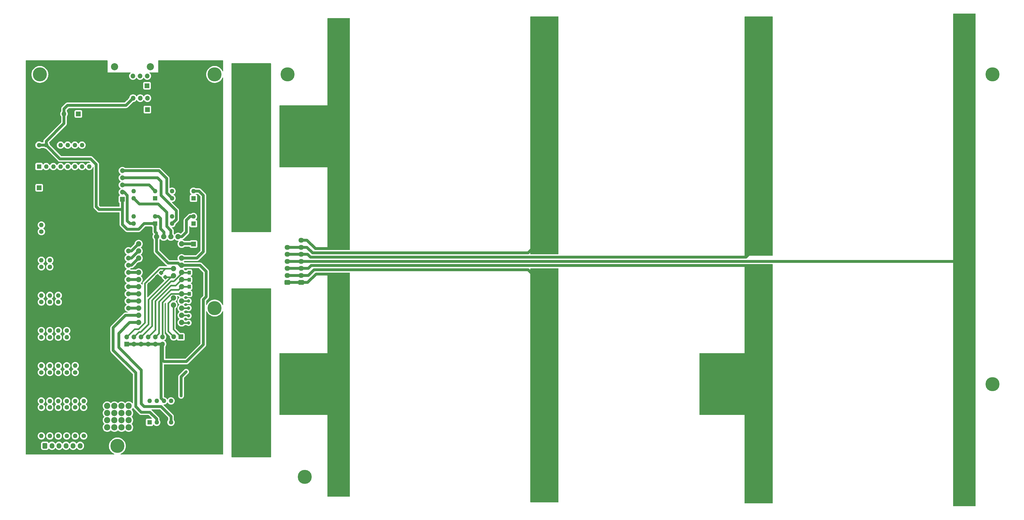
<source format=gbr>
%TF.GenerationSoftware,KiCad,Pcbnew,(7.0.0)*%
%TF.CreationDate,2023-05-12T02:10:12+03:00*%
%TF.ProjectId,Battery with Active BMS,42617474-6572-4792-9077-697468204163,rev?*%
%TF.SameCoordinates,Original*%
%TF.FileFunction,Copper,L2,Bot*%
%TF.FilePolarity,Positive*%
%FSLAX46Y46*%
G04 Gerber Fmt 4.6, Leading zero omitted, Abs format (unit mm)*
G04 Created by KiCad (PCBNEW (7.0.0)) date 2023-05-12 02:10:12*
%MOMM*%
%LPD*%
G01*
G04 APERTURE LIST*
G04 Aperture macros list*
%AMRoundRect*
0 Rectangle with rounded corners*
0 $1 Rounding radius*
0 $2 $3 $4 $5 $6 $7 $8 $9 X,Y pos of 4 corners*
0 Add a 4 corners polygon primitive as box body*
4,1,4,$2,$3,$4,$5,$6,$7,$8,$9,$2,$3,0*
0 Add four circle primitives for the rounded corners*
1,1,$1+$1,$2,$3*
1,1,$1+$1,$4,$5*
1,1,$1+$1,$6,$7*
1,1,$1+$1,$8,$9*
0 Add four rect primitives between the rounded corners*
20,1,$1+$1,$2,$3,$4,$5,0*
20,1,$1+$1,$4,$5,$6,$7,0*
20,1,$1+$1,$6,$7,$8,$9,0*
20,1,$1+$1,$8,$9,$2,$3,0*%
G04 Aperture macros list end*
%TA.AperFunction,ComponentPad*%
%ADD10RoundRect,0.500000X0.500000X-5.500000X0.500000X5.500000X-0.500000X5.500000X-0.500000X-5.500000X0*%
%TD*%
%TA.AperFunction,ComponentPad*%
%ADD11C,1.600000*%
%TD*%
%TA.AperFunction,ComponentPad*%
%ADD12O,1.600000X1.600000*%
%TD*%
%TA.AperFunction,ComponentPad*%
%ADD13R,1.700000X1.700000*%
%TD*%
%TA.AperFunction,ComponentPad*%
%ADD14O,1.700000X1.700000*%
%TD*%
%TA.AperFunction,ComponentPad*%
%ADD15RoundRect,0.250000X0.725000X-0.600000X0.725000X0.600000X-0.725000X0.600000X-0.725000X-0.600000X0*%
%TD*%
%TA.AperFunction,ComponentPad*%
%ADD16O,1.950000X1.700000*%
%TD*%
%TA.AperFunction,ComponentPad*%
%ADD17R,1.600000X1.600000*%
%TD*%
%TA.AperFunction,ComponentPad*%
%ADD18RoundRect,0.500000X-0.500000X5.500000X-0.500000X-5.500000X0.500000X-5.500000X0.500000X5.500000X0*%
%TD*%
%TA.AperFunction,ComponentPad*%
%ADD19C,5.000000*%
%TD*%
%TA.AperFunction,ComponentPad*%
%ADD20C,2.200000*%
%TD*%
%TA.AperFunction,ComponentPad*%
%ADD21C,1.879600*%
%TD*%
%TA.AperFunction,ComponentPad*%
%ADD22C,0.900000*%
%TD*%
%TA.AperFunction,ComponentPad*%
%ADD23C,10.600000*%
%TD*%
%TA.AperFunction,ComponentPad*%
%ADD24RoundRect,0.250000X-0.600000X-0.725000X0.600000X-0.725000X0.600000X0.725000X-0.600000X0.725000X0*%
%TD*%
%TA.AperFunction,ComponentPad*%
%ADD25O,1.700000X1.950000*%
%TD*%
%TA.AperFunction,SMDPad,CuDef*%
%ADD26RoundRect,0.250000X0.070711X-0.565685X0.565685X-0.070711X-0.070711X0.565685X-0.565685X0.070711X0*%
%TD*%
%TA.AperFunction,SMDPad,CuDef*%
%ADD27RoundRect,0.250000X0.350000X0.450000X-0.350000X0.450000X-0.350000X-0.450000X0.350000X-0.450000X0*%
%TD*%
%TA.AperFunction,ViaPad*%
%ADD28C,2.540000*%
%TD*%
%TA.AperFunction,ViaPad*%
%ADD29C,1.600000*%
%TD*%
%TA.AperFunction,ViaPad*%
%ADD30C,1.200000*%
%TD*%
%TA.AperFunction,ViaPad*%
%ADD31C,1.000000*%
%TD*%
%TA.AperFunction,Conductor*%
%ADD32C,1.000000*%
%TD*%
%TA.AperFunction,Conductor*%
%ADD33C,2.000000*%
%TD*%
%TA.AperFunction,Conductor*%
%ADD34C,0.600000*%
%TD*%
G04 APERTURE END LIST*
D10*
%TO.P,BT18,1,+*%
%TO.N,Net-(BT17-+)*%
X199200000Y-95000000D03*
%TO.P,BT18,2,-*%
%TO.N,Net-(BT13-+)*%
X270800000Y-95000000D03*
%TD*%
D11*
%TO.P,R15,1*%
%TO.N,Net-(R15-Pad1)*%
X21530000Y-136270000D03*
D12*
%TO.P,R15,2*%
%TO.N,Net-(J2-Pad2)*%
X21529999Y-146429999D03*
%TD*%
D13*
%TO.P,P3,1,1*%
%TO.N,GND*%
X46879999Y-80709999D03*
D14*
%TO.P,P3,2,2*%
%TO.N,/TX_2*%
X49419999Y-80709999D03*
%TO.P,P3,3,3*%
%TO.N,GND*%
X46879999Y-83249999D03*
%TO.P,P3,4,4*%
%TO.N,/RX_2*%
X49419999Y-83249999D03*
%TO.P,P3,5,5*%
%TO.N,GND*%
X46879999Y-85789999D03*
%TO.P,P3,6,6*%
%TO.N,/RST*%
X49419999Y-85789999D03*
%TO.P,P3,7,7*%
%TO.N,GND*%
X46879999Y-88329999D03*
%TO.P,P3,8,8*%
%TO.N,Net-(U2-D2)*%
X49419999Y-88329999D03*
%TO.P,P3,9,9*%
%TO.N,GND*%
X46879999Y-90869999D03*
%TO.P,P3,10,10*%
%TO.N,Net-(U2-D3)*%
X49419999Y-90869999D03*
%TO.P,P3,11,11*%
%TO.N,GND*%
X46879999Y-93409999D03*
%TO.P,P3,12,12*%
%TO.N,Net-(U2-D4)*%
X49419999Y-93409999D03*
%TO.P,P3,13,13*%
%TO.N,GND*%
X46879999Y-95949999D03*
%TO.P,P3,14,14*%
%TO.N,Net-(U2-D5)*%
X49419999Y-95949999D03*
%TO.P,P3,15,15*%
%TO.N,GND*%
X46879999Y-98489999D03*
%TO.P,P3,16,16*%
%TO.N,Net-(U2-D6)*%
X49419999Y-98489999D03*
%TO.P,P3,17,17*%
%TO.N,GND*%
X46879999Y-101029999D03*
%TO.P,P3,18,18*%
%TO.N,Net-(U2-D7)*%
X49419999Y-101029999D03*
%TD*%
D15*
%TO.P,J3,1,1*%
%TO.N,Net-(BT21-+)*%
X105800000Y-91900000D03*
D16*
%TO.P,J3,2,2*%
%TO.N,Net-(BT17-+)*%
X105799999Y-89399999D03*
%TO.P,J3,3,3*%
%TO.N,Net-(BT13-+)*%
X105799999Y-86899999D03*
%TO.P,J3,4,4*%
%TO.N,Net-(BT10-+)*%
X105799999Y-84399999D03*
%TO.P,J3,5,5*%
%TO.N,Net-(BT10--)*%
X105799999Y-81899999D03*
%TO.P,J3,6,6*%
%TO.N,Net-(BT1-+)*%
X105799999Y-79399999D03*
%TD*%
D10*
%TO.P,BT22,1,+*%
%TO.N,Net-(BT21-+)*%
X123200000Y-139000000D03*
%TO.P,BT22,2,-*%
%TO.N,Net-(BT17-+)*%
X194800000Y-139000000D03*
%TD*%
D11*
%TO.P,R25,1*%
%TO.N,Net-(R25-Pad1)*%
X21530000Y-98850000D03*
D12*
%TO.P,R25,2*%
%TO.N,Net-(R23-Pad1)*%
X21529999Y-109009999D03*
%TD*%
D17*
%TO.P,U17,1*%
%TO.N,+3.3V*%
X58914999Y-70999999D03*
D12*
%TO.P,U17,2*%
%TO.N,/RX_{0}*%
X58914999Y-68459999D03*
%TO.P,U17,3*%
%TO.N,Net-(R63-Pad1)*%
X51294999Y-68459999D03*
%TO.P,U17,4*%
%TO.N,/RX_{ISO}*%
X51294999Y-70999999D03*
%TD*%
D15*
%TO.P,J1,1,1*%
%TO.N,Net-(BT21-+)*%
X110700000Y-91896400D03*
D16*
%TO.P,J1,2,2*%
%TO.N,Net-(BT17-+)*%
X110699999Y-89396399D03*
%TO.P,J1,3,3*%
%TO.N,Net-(BT13-+)*%
X110699999Y-86896399D03*
%TO.P,J1,4,4*%
%TO.N,Net-(BT10-+)*%
X110699999Y-84396399D03*
%TO.P,J1,5,5*%
%TO.N,Net-(BT10--)*%
X110699999Y-81896399D03*
%TO.P,J1,6,6*%
%TO.N,Net-(BT1-+)*%
X110699999Y-79396399D03*
%TO.P,J1,7,7*%
%TO.N,Net-(BT1--)*%
X110699999Y-76896399D03*
%TD*%
D10*
%TO.P,BT24,1,+*%
%TO.N,Net-(BT21-+)*%
X123200000Y-95000000D03*
%TO.P,BT24,2,-*%
%TO.N,Net-(BT17-+)*%
X194800000Y-95000000D03*
%TD*%
%TO.P,BT16,1,+*%
%TO.N,Net-(BT13-+)*%
X275200000Y-161000000D03*
%TO.P,BT16,2,-*%
%TO.N,Net-(BT10-+)*%
X346800000Y-161000000D03*
%TD*%
D13*
%TO.P,J5,1,Pin_1*%
%TO.N,Net-(J5-Pin_1)*%
X17749999Y-58249999D03*
%TD*%
D11*
%TO.P,R34,1*%
%TO.N,Net-(R34-Pad1)*%
X18530000Y-86350000D03*
D12*
%TO.P,R34,2*%
%TO.N,Net-(R33-Pad1)*%
X18529999Y-96509999D03*
%TD*%
D17*
%TO.P,U3,1,CH0*%
%TO.N,Net-(U3-CH0)*%
X17699999Y-50719999D03*
D12*
%TO.P,U3,2,CH1*%
%TO.N,Net-(U3-CH1)*%
X20239999Y-50719999D03*
%TO.P,U3,3,CH2*%
%TO.N,Net-(U3-CH2)*%
X22779999Y-50719999D03*
%TO.P,U3,4,CH3*%
%TO.N,Net-(U3-CH3)*%
X25319999Y-50719999D03*
%TO.P,U3,5,CH4*%
%TO.N,Net-(U3-CH4)*%
X27859999Y-50719999D03*
%TO.P,U3,6,CH5*%
%TO.N,Net-(U3-CH5)*%
X30399999Y-50719999D03*
%TO.P,U3,7,CH6*%
%TO.N,Net-(U3-CH6)*%
X32939999Y-50719999D03*
%TO.P,U3,8,CH7*%
%TO.N,Net-(U3-CH7)*%
X35479999Y-50719999D03*
%TO.P,U3,9,DGND*%
%TO.N,GND*%
X35479999Y-43099999D03*
%TO.P,U3,10,\u005C~{C}S*%
%TO.N,/~{CS}*%
X32939999Y-43099999D03*
%TO.P,U3,11,DIN*%
%TO.N,/DIN*%
X30399999Y-43099999D03*
%TO.P,U3,12,DOUT*%
%TO.N,/DOUT*%
X27859999Y-43099999D03*
%TO.P,U3,13,CLK*%
%TO.N,/CLK*%
X25319999Y-43099999D03*
%TO.P,U3,14,AGND*%
%TO.N,GND*%
X22779999Y-43099999D03*
%TO.P,U3,15,VREF*%
%TO.N,+3.3V*%
X20239999Y-43099999D03*
%TO.P,U3,16,VDD*%
X17699999Y-43099999D03*
%TD*%
D18*
%TO.P,BT3,1,+*%
%TO.N,Net-(BT1-+)*%
X194800000Y-29000000D03*
%TO.P,BT3,2,-*%
%TO.N,Net-(BT1--)*%
X123200000Y-29000000D03*
%TD*%
D11*
%TO.P,R41,1*%
%TO.N,/Cell6*%
X18530000Y-73850000D03*
D12*
%TO.P,R41,2*%
%TO.N,Net-(R34-Pad1)*%
X18529999Y-84009999D03*
%TD*%
D10*
%TO.P,BT17,1,+*%
%TO.N,Net-(BT17-+)*%
X199200000Y-117000000D03*
%TO.P,BT17,2,-*%
%TO.N,Net-(BT13-+)*%
X270800000Y-117000000D03*
%TD*%
D17*
%TO.P,U4,1,NC*%
%TO.N,unconnected-(U4C-NC-Pad1)*%
X56899999Y-141596399D03*
D12*
%TO.P,U4,2,INA*%
%TO.N,Net-(U2-D8)*%
X59439999Y-141596399D03*
%TO.P,U4,3,GND*%
%TO.N,GND*%
X61979999Y-141596399D03*
%TO.P,U4,4,INB*%
%TO.N,Net-(U2-D9)*%
X64519999Y-141596399D03*
%TO.P,U4,5,OUTB*%
%TO.N,Net-(U4B-OUTB)*%
X64519999Y-133976399D03*
%TO.P,U4,6,VDD*%
%TO.N,+3.3V*%
X61979999Y-133976399D03*
%TO.P,U4,7,~{OUTA}*%
%TO.N,Net-(U4A-~{OUTA})*%
X59439999Y-133976399D03*
%TO.P,U4,8,NC*%
%TO.N,unconnected-(U4C-NC-Pad8)*%
X56899999Y-133976399D03*
%TD*%
D10*
%TO.P,BT15,1,+*%
%TO.N,Net-(BT13-+)*%
X275200000Y-95000000D03*
%TO.P,BT15,2,-*%
%TO.N,Net-(BT10-+)*%
X346800000Y-95000000D03*
%TD*%
D19*
%TO.P,H7,1*%
%TO.N,N/C*%
X356000000Y-18000000D03*
%TD*%
D20*
%TO.P,B1,1*%
%TO.N,Net-(BT13-+)*%
X257190000Y-124190000D03*
X257190000Y-126730000D03*
X257190000Y-129270000D03*
X257190000Y-131810000D03*
X259730000Y-124190000D03*
X259730000Y-126730000D03*
X259730000Y-129270000D03*
X259730000Y-131810000D03*
X262270000Y-124190000D03*
X262270000Y-126730000D03*
X262270000Y-129270000D03*
X262270000Y-131810000D03*
X264810000Y-124190000D03*
X264810000Y-126730000D03*
X264810000Y-129270000D03*
X264810000Y-131810000D03*
%TD*%
D11*
%TO.P,R7,1*%
%TO.N,Net-(R7-Pad1)*%
X27530000Y-136270000D03*
D12*
%TO.P,R7,2*%
%TO.N,Net-(J2-Pad4)*%
X27529999Y-146429999D03*
%TD*%
D18*
%TO.P,BT12,1,+*%
%TO.N,Net-(BT10-+)*%
X346800000Y-7000000D03*
%TO.P,BT12,2,-*%
%TO.N,Net-(BT10--)*%
X275200000Y-7000000D03*
%TD*%
D11*
%TO.P,R10,1*%
%TO.N,Net-(R10-Pad1)*%
X24530000Y-123850000D03*
D12*
%TO.P,R10,2*%
%TO.N,Net-(R10-Pad2)*%
X24529999Y-134009999D03*
%TD*%
D10*
%TO.P,BT21,1,+*%
%TO.N,Net-(BT21-+)*%
X123200000Y-161000000D03*
%TO.P,BT21,2,-*%
%TO.N,Net-(BT17-+)*%
X194800000Y-161000000D03*
%TD*%
D11*
%TO.P,R14,1*%
%TO.N,Net-(R14-Pad1)*%
X27530000Y-121510000D03*
D12*
%TO.P,R14,2*%
%TO.N,/Cell3*%
X27529999Y-111349999D03*
%TD*%
D11*
%TO.P,R23,1*%
%TO.N,Net-(R23-Pad1)*%
X21530000Y-111350000D03*
D12*
%TO.P,R23,2*%
%TO.N,Net-(R22-Pad1)*%
X21529999Y-121509999D03*
%TD*%
D19*
%TO.P,H5,1*%
%TO.N,N/C*%
X112000000Y-161000000D03*
%TD*%
D11*
%TO.P,R49,1*%
%TO.N,GND*%
X18530000Y-61350000D03*
D12*
%TO.P,R49,2*%
%TO.N,/Cell6*%
X18529999Y-71509999D03*
%TD*%
D21*
%TO.P,U2,JP1_1,DTR*%
%TO.N,/DTR*%
X67015000Y-75655000D03*
%TO.P,U2,JP1_2,TXO*%
%TO.N,/TX_{0}*%
X64475000Y-75655000D03*
%TO.P,U2,JP1_3,RXI*%
%TO.N,/RX_{0}*%
X61935000Y-75655000D03*
%TO.P,U2,JP1_4,VCC*%
%TO.N,+3.3V*%
X59395000Y-75655000D03*
%TO.P,U2,JP1_5,GND*%
%TO.N,GND*%
X56855000Y-75655000D03*
%TO.P,U2,JP1_6,GND*%
X54315000Y-75655000D03*
%TO.P,U2,JP2_1,A4*%
%TO.N,/A4*%
X65364000Y-89498000D03*
%TO.P,U2,JP2_2,A5*%
%TO.N,/A5*%
X65364000Y-86958000D03*
%TO.P,U2,JP3_1,A6*%
%TO.N,/<NO NET>*%
X65364000Y-99912000D03*
%TO.P,U2,JP3_2,A7*%
%TO.N,/A7*%
X65364000Y-97372000D03*
%TO.P,U2,JP6_1,RAW*%
%TO.N,Net-(J6-Pin_1)*%
X68285000Y-78195000D03*
%TO.P,U2,JP6_2,GND_1*%
%TO.N,GND*%
X68285000Y-80735000D03*
%TO.P,U2,JP6_3,RST_1*%
%TO.N,/RST*%
X68285000Y-83275000D03*
%TO.P,U2,JP6_4,VCC_1*%
%TO.N,+3.3V*%
X68285000Y-85815000D03*
%TO.P,U2,JP6_5,A3*%
%TO.N,/A3*%
X68285000Y-88355000D03*
%TO.P,U2,JP6_6,A2*%
%TO.N,/A2*%
X68285000Y-90895000D03*
%TO.P,U2,JP6_7,A1*%
%TO.N,/A1*%
X68285000Y-93435000D03*
%TO.P,U2,JP6_8,A0*%
%TO.N,/A0*%
X68285000Y-95975000D03*
%TO.P,U2,JP6_9,SCK*%
%TO.N,/CLK*%
X68285000Y-98515000D03*
%TO.P,U2,JP6_10,MISO*%
%TO.N,/DOUT*%
X68285000Y-101055000D03*
%TO.P,U2,JP6_11,MOSI*%
%TO.N,/DIN*%
X68285000Y-103595000D03*
%TO.P,U2,JP6_12,D10*%
%TO.N,/~{CS}*%
X68285000Y-106135000D03*
%TO.P,U2,JP7_1,D9*%
%TO.N,Net-(U2-D9)*%
X53045000Y-106135000D03*
%TO.P,U2,JP7_2,D8*%
%TO.N,Net-(U2-D8)*%
X53045000Y-103595000D03*
%TO.P,U2,JP7_3,D7*%
%TO.N,Net-(U2-D7)*%
X53045000Y-101055000D03*
%TO.P,U2,JP7_4,D6*%
%TO.N,Net-(U2-D6)*%
X53045000Y-98515000D03*
%TO.P,U2,JP7_5,D5*%
%TO.N,Net-(U2-D5)*%
X53045000Y-95975000D03*
%TO.P,U2,JP7_6,D4*%
%TO.N,Net-(U2-D4)*%
X53045000Y-93435000D03*
%TO.P,U2,JP7_7,D3*%
%TO.N,Net-(U2-D3)*%
X53045000Y-90895000D03*
%TO.P,U2,JP7_8,D2*%
%TO.N,Net-(U2-D2)*%
X53045000Y-88355000D03*
%TO.P,U2,JP7_9,GND_2*%
%TO.N,GND*%
X53045000Y-85815000D03*
%TO.P,U2,JP7_10,RST_2*%
%TO.N,/RST*%
X53045000Y-83275000D03*
%TO.P,U2,JP7_11,RXI_2*%
%TO.N,/RX_2*%
X53045000Y-80735000D03*
%TO.P,U2,JP7_12,TXO_2*%
%TO.N,/TX_2*%
X53045000Y-78195000D03*
%TD*%
D22*
%TO.P,H3,1,1*%
%TO.N,/Copper Conn 2*%
X89025000Y-21000000D03*
X90189251Y-18189251D03*
X90189251Y-23810749D03*
X93000000Y-17025000D03*
D23*
X93000000Y-21000000D03*
D22*
X93000000Y-24975000D03*
X95810749Y-18189251D03*
X95810749Y-23810749D03*
X96975000Y-21000000D03*
%TD*%
%TO.P,H1,1,1*%
%TO.N,/Copper Conn 1*%
X89025000Y-147000000D03*
X90189251Y-144189251D03*
X90189251Y-149810749D03*
X93000000Y-143025000D03*
D23*
X93000000Y-147000000D03*
D22*
X93000000Y-150975000D03*
X95810749Y-144189251D03*
X95810749Y-149810749D03*
X96975000Y-147000000D03*
%TD*%
D18*
%TO.P,BT5,1,+*%
%TO.N,Net-(BT10--)*%
X270800000Y-7000000D03*
%TO.P,BT5,2,-*%
%TO.N,Net-(BT1-+)*%
X199200000Y-7000000D03*
%TD*%
D10*
%TO.P,BT13,1,+*%
%TO.N,Net-(BT13-+)*%
X275200000Y-139000000D03*
%TO.P,BT13,2,-*%
%TO.N,Net-(BT10-+)*%
X346800000Y-139000000D03*
%TD*%
D18*
%TO.P,BT4,1,+*%
%TO.N,Net-(BT1-+)*%
X194800000Y-7000000D03*
%TO.P,BT4,2,-*%
%TO.N,Net-(BT1--)*%
X123200000Y-7000000D03*
%TD*%
D11*
%TO.P,R30,1*%
%TO.N,Net-(R30-Pad1)*%
X18530000Y-136270000D03*
D12*
%TO.P,R30,2*%
%TO.N,Net-(J2-Pad1)*%
X18529999Y-146429999D03*
%TD*%
D13*
%TO.P,P1,1,1*%
%TO.N,/<NO NET>*%
X68024999Y-111224999D03*
D14*
%TO.P,P1,2,2*%
%TO.N,GND*%
X68024999Y-113764999D03*
%TO.P,P1,3,3*%
%TO.N,/A7*%
X65484999Y-111224999D03*
%TO.P,P1,4,4*%
%TO.N,GND*%
X65484999Y-113764999D03*
%TD*%
D11*
%TO.P,R5,1*%
%TO.N,Net-(R5-Pad1)*%
X30530000Y-136270000D03*
D12*
%TO.P,R5,2*%
%TO.N,Net-(J2-Pad5)*%
X30529999Y-146429999D03*
%TD*%
D11*
%TO.P,R43,1*%
%TO.N,GND*%
X30530000Y-111270000D03*
D12*
%TO.P,R43,2*%
%TO.N,/Cell2*%
X30529999Y-121429999D03*
%TD*%
D11*
%TO.P,R6,1*%
%TO.N,/Cell2*%
X30530000Y-123850000D03*
D12*
%TO.P,R6,2*%
%TO.N,Net-(R5-Pad1)*%
X30529999Y-134009999D03*
%TD*%
D19*
%TO.P,H8,1*%
%TO.N,N/C*%
X356000000Y-128000000D03*
%TD*%
D11*
%TO.P,R47,1*%
%TO.N,GND*%
X24530000Y-86350000D03*
D12*
%TO.P,R47,2*%
%TO.N,/Cell4*%
X24529999Y-96509999D03*
%TD*%
D11*
%TO.P,R11,1*%
%TO.N,Net-(R11-Pad1)*%
X24530000Y-111350000D03*
D12*
%TO.P,R11,2*%
%TO.N,Net-(R10-Pad1)*%
X24529999Y-121509999D03*
%TD*%
D11*
%TO.P,R44,1*%
%TO.N,GND*%
X27530000Y-98850000D03*
D12*
%TO.P,R44,2*%
%TO.N,/Cell3*%
X27529999Y-109009999D03*
%TD*%
D17*
%TO.P,U11,1*%
%TO.N,+3.3V*%
X72499999Y-70999999D03*
D12*
%TO.P,U11,2*%
%TO.N,/DTR*%
X72499999Y-68459999D03*
%TO.P,U11,3*%
%TO.N,Net-(R51-Pad1)*%
X64879999Y-68459999D03*
%TO.P,U11,4*%
%TO.N,/DTR_{ISO}*%
X64879999Y-70999999D03*
%TD*%
D24*
%TO.P,J2,1,1*%
%TO.N,Net-(J2-Pad1)*%
X19780000Y-149930000D03*
D25*
%TO.P,J2,2,2*%
%TO.N,Net-(J2-Pad2)*%
X22279999Y-149929999D03*
%TO.P,J2,3,3*%
%TO.N,Net-(J2-Pad3)*%
X24779999Y-149929999D03*
%TO.P,J2,4,4*%
%TO.N,Net-(J2-Pad4)*%
X27279999Y-149929999D03*
%TO.P,J2,5,5*%
%TO.N,Net-(J2-Pad5)*%
X29779999Y-149929999D03*
%TO.P,J2,6,6*%
%TO.N,Net-(J2-Pad6)*%
X32279999Y-149929999D03*
%TD*%
D20*
%TO.P,B6,1*%
%TO.N,GND*%
X79900000Y-143016400D03*
X79900000Y-140476400D03*
X79900000Y-137936400D03*
X79900000Y-135396400D03*
X77360000Y-143016400D03*
X77360000Y-140476400D03*
X77360000Y-137936400D03*
X77360000Y-135396400D03*
X74820000Y-143016400D03*
X74820000Y-140476400D03*
X74820000Y-137936400D03*
X74820000Y-135396400D03*
X72280000Y-143016400D03*
X72280000Y-140476400D03*
X72280000Y-137936400D03*
X72280000Y-135396400D03*
%TD*%
D18*
%TO.P,BT8,1,+*%
%TO.N,Net-(BT10--)*%
X270800000Y-73000000D03*
%TO.P,BT8,2,-*%
%TO.N,Net-(BT1-+)*%
X199200000Y-73000000D03*
%TD*%
%TO.P,BT2,1,+*%
%TO.N,Net-(BT1-+)*%
X194800000Y-51000000D03*
%TO.P,BT2,2,-*%
%TO.N,Net-(BT1--)*%
X123200000Y-51000000D03*
%TD*%
D13*
%TO.P,J7,1,Pin_1*%
%TO.N,/~{FAULT}*%
X55999999Y-21999999D03*
%TD*%
%TO.P,J4,1,Pin_1*%
%TO.N,GND*%
X45919999Y-18541999D03*
D14*
%TO.P,J4,2,Pin_2*%
X48459999Y-18541999D03*
%TO.P,J4,3,Pin_3*%
%TO.N,+3.3V*%
X50999999Y-18541999D03*
%TO.P,J4,4,Pin_4*%
%TO.N,/A_{OUT}*%
X53539999Y-18541999D03*
%TO.P,J4,5,Pin_5*%
%TO.N,/~{FAULT}*%
X56079999Y-18541999D03*
%TD*%
D18*
%TO.P,BT6,1,+*%
%TO.N,Net-(BT10--)*%
X270800000Y-29000000D03*
%TO.P,BT6,2,-*%
%TO.N,Net-(BT1-+)*%
X199200000Y-29000000D03*
%TD*%
D11*
%TO.P,R48,1*%
%TO.N,GND*%
X21530000Y-73850000D03*
D12*
%TO.P,R48,2*%
%TO.N,/Cell5*%
X21529999Y-84009999D03*
%TD*%
D18*
%TO.P,BT10,1,+*%
%TO.N,Net-(BT10-+)*%
X346800000Y-51000000D03*
%TO.P,BT10,2,-*%
%TO.N,Net-(BT10--)*%
X275200000Y-51000000D03*
%TD*%
D11*
%TO.P,R13,1*%
%TO.N,/Cell4*%
X24530000Y-98850000D03*
D12*
%TO.P,R13,2*%
%TO.N,Net-(R11-Pad1)*%
X24529999Y-109009999D03*
%TD*%
D17*
%TO.P,U16,1*%
%TO.N,+3.3V*%
X58914999Y-61999999D03*
D12*
%TO.P,U16,2*%
%TO.N,/TX_{ISO}*%
X58914999Y-59459999D03*
%TO.P,U16,3*%
%TO.N,Net-(R61-Pad1)*%
X51294999Y-59459999D03*
%TO.P,U16,4*%
%TO.N,/TX_{0}*%
X51294999Y-61999999D03*
%TD*%
D11*
%TO.P,R42,1*%
%TO.N,/Cell5*%
X21530000Y-86350000D03*
D12*
%TO.P,R42,2*%
%TO.N,Net-(R25-Pad1)*%
X21529999Y-96509999D03*
%TD*%
D10*
%TO.P,BT23,1,+*%
%TO.N,Net-(BT21-+)*%
X123200000Y-117000000D03*
%TO.P,BT23,2,-*%
%TO.N,Net-(BT17-+)*%
X194800000Y-117000000D03*
%TD*%
D18*
%TO.P,BT1,1,+*%
%TO.N,Net-(BT1-+)*%
X194800000Y-73000000D03*
%TO.P,BT1,2,-*%
%TO.N,Net-(BT1--)*%
X123200000Y-73000000D03*
%TD*%
%TO.P,BT11,1,+*%
%TO.N,Net-(BT10-+)*%
X346800000Y-29000000D03*
%TO.P,BT11,2,-*%
%TO.N,Net-(BT10--)*%
X275200000Y-29000000D03*
%TD*%
D11*
%TO.P,R8,1*%
%TO.N,Net-(R14-Pad1)*%
X27530000Y-123850000D03*
D12*
%TO.P,R8,2*%
%TO.N,Net-(R7-Pad1)*%
X27529999Y-134009999D03*
%TD*%
D11*
%TO.P,R32,1*%
%TO.N,Net-(R32-Pad1)*%
X18530000Y-111350000D03*
D12*
%TO.P,R32,2*%
%TO.N,Net-(R31-Pad1)*%
X18529999Y-121509999D03*
%TD*%
D13*
%TO.P,P4,1,1*%
%TO.N,+3.3V*%
X48839999Y-113774999D03*
D14*
%TO.P,P4,2,2*%
%TO.N,/A5*%
X48839999Y-111234999D03*
%TO.P,P4,3,3*%
%TO.N,+3.3V*%
X51379999Y-113774999D03*
%TO.P,P4,4,4*%
%TO.N,/A4*%
X51379999Y-111234999D03*
%TO.P,P4,5,5*%
%TO.N,+3.3V*%
X53919999Y-113774999D03*
%TO.P,P4,6,6*%
%TO.N,/A3*%
X53919999Y-111234999D03*
%TO.P,P4,7,7*%
%TO.N,+3.3V*%
X56459999Y-113774999D03*
%TO.P,P4,8,8*%
%TO.N,/A2*%
X56459999Y-111234999D03*
%TO.P,P4,9,9*%
%TO.N,+3.3V*%
X58999999Y-113774999D03*
%TO.P,P4,10,10*%
%TO.N,/A1*%
X58999999Y-111234999D03*
%TO.P,P4,11,11*%
%TO.N,+3.3V*%
X61539999Y-113774999D03*
%TO.P,P4,12,12*%
%TO.N,/A0*%
X61539999Y-111234999D03*
%TD*%
D13*
%TO.P,U5,1,IN*%
%TO.N,Batt+*%
X31649999Y-32024999D03*
D14*
%TO.P,U5,2,GND*%
%TO.N,GND*%
X29109999Y-32024999D03*
%TO.P,U5,3,OUT*%
%TO.N,+3.3V*%
X26569999Y-32024999D03*
%TD*%
D19*
%TO.P,H6,1*%
%TO.N,N/C*%
X105875000Y-18000000D03*
%TD*%
D13*
%TO.P,P2,1,1*%
%TO.N,+3.3V*%
X47274999Y-62369999D03*
D14*
%TO.P,P2,2,2*%
%TO.N,GND*%
X44734999Y-62369999D03*
%TO.P,P2,3,3*%
%TO.N,/RX_{ISO}*%
X47274999Y-59829999D03*
%TO.P,P2,4,4*%
%TO.N,GND*%
X44734999Y-59829999D03*
%TO.P,P2,5,5*%
%TO.N,/TX_{ISO}*%
X47274999Y-57289999D03*
%TO.P,P2,6,6*%
%TO.N,GND*%
X44734999Y-57289999D03*
%TO.P,P2,7,7*%
%TO.N,/DTR_{ISO}*%
X47274999Y-54749999D03*
%TO.P,P2,8,8*%
%TO.N,GND*%
X44734999Y-54749999D03*
%TO.P,P2,9,9*%
%TO.N,/RST_{ISO}*%
X47274999Y-52209999D03*
%TO.P,P2,10,10*%
%TO.N,GND*%
X44734999Y-52209999D03*
%TD*%
D11*
%TO.P,R33,1*%
%TO.N,Net-(R33-Pad1)*%
X18530000Y-98850000D03*
D12*
%TO.P,R33,2*%
%TO.N,Net-(R32-Pad1)*%
X18529999Y-109009999D03*
%TD*%
D18*
%TO.P,BT9,1,+*%
%TO.N,Net-(BT10-+)*%
X346800000Y-73000000D03*
%TO.P,BT9,2,-*%
%TO.N,Net-(BT10--)*%
X275200000Y-73000000D03*
%TD*%
D11*
%TO.P,R31,1*%
%TO.N,Net-(R31-Pad1)*%
X18530000Y-123850000D03*
D12*
%TO.P,R31,2*%
%TO.N,Net-(R30-Pad1)*%
X18529999Y-134009999D03*
%TD*%
D13*
%TO.P,J8,1,Pin_1*%
%TO.N,GND*%
X45973999Y-26415999D03*
D14*
%TO.P,J8,2,Pin_2*%
X48513999Y-26415999D03*
%TO.P,J8,3,Pin_3*%
%TO.N,+3.3V*%
X51053999Y-26415999D03*
%TO.P,J8,4,Pin_4*%
%TO.N,/A_{OUT}*%
X53593999Y-26415999D03*
%TO.P,J8,5,Pin_5*%
%TO.N,/~{FAULT}*%
X56133999Y-26415999D03*
%TD*%
D20*
%TO.P,B2,1*%
%TO.N,Net-(BT21-+)*%
X108190000Y-124190000D03*
X108190000Y-126730000D03*
X108190000Y-129270000D03*
X108190000Y-131810000D03*
X110730000Y-124190000D03*
X110730000Y-126730000D03*
X110730000Y-129270000D03*
X110730000Y-131810000D03*
X113270000Y-124190000D03*
X113270000Y-126730000D03*
X113270000Y-129270000D03*
X113270000Y-131810000D03*
X115810000Y-124190000D03*
X115810000Y-126730000D03*
X115810000Y-129270000D03*
X115810000Y-131810000D03*
%TD*%
D17*
%TO.P,U8,1*%
%TO.N,+3.3V*%
X72499999Y-61999999D03*
D12*
%TO.P,U8,2*%
%TO.N,/RST*%
X72499999Y-59459999D03*
%TO.P,U8,3*%
%TO.N,Net-(R45-Pad1)*%
X64879999Y-59459999D03*
%TO.P,U8,4*%
%TO.N,/RST_{ISO}*%
X64879999Y-61999999D03*
%TD*%
D13*
%TO.P,J6,1,Pin_1*%
%TO.N,Net-(J6-Pin_1)*%
X72499999Y-78249999D03*
%TD*%
D20*
%TO.P,B5,1*%
%TO.N,Net-(Q2-D)*%
X41900000Y-135776400D03*
X41900000Y-138316400D03*
X41900000Y-140856400D03*
X41900000Y-143396400D03*
X44440000Y-135776400D03*
X44440000Y-138316400D03*
X44440000Y-140856400D03*
X44440000Y-143396400D03*
X46980000Y-135776400D03*
X46980000Y-138316400D03*
X46980000Y-140856400D03*
X46980000Y-143396400D03*
X49520000Y-135776400D03*
X49520000Y-138316400D03*
X49520000Y-140856400D03*
X49520000Y-143396400D03*
%TD*%
D10*
%TO.P,BT19,1,+*%
%TO.N,Net-(BT17-+)*%
X199200000Y-161000000D03*
%TO.P,BT19,2,-*%
%TO.N,Net-(BT13-+)*%
X270800000Y-161000000D03*
%TD*%
D19*
%TO.P,H9,1*%
%TO.N,N/C*%
X18000000Y-18000000D03*
%TD*%
D13*
%TO.P,J9,1,Pin_1*%
%TO.N,/~{FAULT}*%
X56133999Y-30479999D03*
%TD*%
D11*
%TO.P,R4,1*%
%TO.N,GND*%
X33530000Y-123850000D03*
D12*
%TO.P,R4,2*%
%TO.N,/Cell1*%
X33529999Y-134009999D03*
%TD*%
D22*
%TO.P,H4,1,1*%
%TO.N,/Copper Conn 2*%
X89025000Y-67025000D03*
X90189251Y-64214251D03*
X90189251Y-69835749D03*
X93000000Y-63050000D03*
D23*
X93000000Y-67025000D03*
D22*
X93000000Y-71000000D03*
X95810749Y-64214251D03*
X95810749Y-69835749D03*
X96975000Y-67025000D03*
%TD*%
D19*
%TO.P,H10,1*%
%TO.N,N/C*%
X45500000Y-150000000D03*
%TD*%
D11*
%TO.P,R9,1*%
%TO.N,Net-(R10-Pad2)*%
X24530000Y-136270000D03*
D12*
%TO.P,R9,2*%
%TO.N,Net-(J2-Pad3)*%
X24529999Y-146429999D03*
%TD*%
D11*
%TO.P,R3,1*%
%TO.N,Net-(J2-Pad6)*%
X33530000Y-146430000D03*
D12*
%TO.P,R3,2*%
%TO.N,/Cell1*%
X33529999Y-136269999D03*
%TD*%
D22*
%TO.P,H2,1,1*%
%TO.N,/Copper Conn 1*%
X89025000Y-100975000D03*
X90189251Y-98164251D03*
X90189251Y-103785749D03*
X93000000Y-97000000D03*
D23*
X93000000Y-100975000D03*
D22*
X93000000Y-104950000D03*
X95810749Y-98164251D03*
X95810749Y-103785749D03*
X96975000Y-100975000D03*
%TD*%
D19*
%TO.P,H11,1*%
%TO.N,N/C*%
X80000000Y-18000000D03*
%TD*%
D11*
%TO.P,R22,1*%
%TO.N,Net-(R22-Pad1)*%
X21530000Y-123850000D03*
D12*
%TO.P,R22,2*%
%TO.N,Net-(R15-Pad1)*%
X21529999Y-134009999D03*
%TD*%
D19*
%TO.P,H12,1*%
%TO.N,N/C*%
X80000000Y-101000000D03*
%TD*%
D10*
%TO.P,BT20,1,+*%
%TO.N,Net-(BT17-+)*%
X199200000Y-139000000D03*
%TO.P,BT20,2,-*%
%TO.N,Net-(BT13-+)*%
X270800000Y-139000000D03*
%TD*%
D18*
%TO.P,BT7,1,+*%
%TO.N,Net-(BT10--)*%
X270800000Y-51000000D03*
%TO.P,BT7,2,-*%
%TO.N,Net-(BT1-+)*%
X199200000Y-51000000D03*
%TD*%
D20*
%TO.P,B3,1*%
%TO.N,Net-(BT1--)*%
X108190000Y-36190000D03*
X108190000Y-38730000D03*
X108190000Y-41270000D03*
X108190000Y-43810000D03*
X110730000Y-36190000D03*
X110730000Y-38730000D03*
X110730000Y-41270000D03*
X110730000Y-43810000D03*
X113270000Y-36190000D03*
X113270000Y-38730000D03*
X113270000Y-41270000D03*
X113270000Y-43810000D03*
X115810000Y-36190000D03*
X115810000Y-38730000D03*
X115810000Y-41270000D03*
X115810000Y-43810000D03*
%TD*%
D10*
%TO.P,BT14,1,+*%
%TO.N,Net-(BT13-+)*%
X275200000Y-117000000D03*
%TO.P,BT14,2,-*%
%TO.N,Net-(BT10-+)*%
X346800000Y-117000000D03*
%TD*%
D26*
%TO.P,R40,1,1*%
%TO.N,GND*%
X59585786Y-89914214D03*
%TO.P,R40,2,2*%
%TO.N,/A5*%
X61000000Y-88500000D03*
%TD*%
D27*
%TO.P,R36,1,1*%
%TO.N,GND*%
X73000000Y-93446095D03*
%TO.P,R36,2,2*%
%TO.N,/A1*%
X71000000Y-93446095D03*
%TD*%
%TO.P,R38,1,1*%
%TO.N,GND*%
X73000000Y-88396095D03*
%TO.P,R38,2,2*%
%TO.N,/A3*%
X71000000Y-88396095D03*
%TD*%
D26*
%TO.P,R39,1,1*%
%TO.N,GND*%
X61085786Y-91414214D03*
%TO.P,R39,2,2*%
%TO.N,/A4*%
X62500000Y-90000000D03*
%TD*%
D27*
%TO.P,R37,1,1*%
%TO.N,GND*%
X73000000Y-90946095D03*
%TO.P,R37,2,2*%
%TO.N,/A2*%
X71000000Y-90946095D03*
%TD*%
%TO.P,R35,1,1*%
%TO.N,GND*%
X73000000Y-95946095D03*
%TO.P,R35,2,2*%
%TO.N,/A0*%
X71000000Y-95946095D03*
%TD*%
D28*
%TO.N,*%
X57150000Y-15240000D03*
X44450000Y-15240000D03*
D29*
%TO.N,GND*%
X26950000Y-105950000D03*
X40950000Y-21950000D03*
X54950000Y-147950000D03*
X19950000Y-28950000D03*
X47950000Y-35950000D03*
X68950000Y-147950000D03*
X75950000Y-49950000D03*
X68950000Y-28950000D03*
X40950000Y-35950000D03*
X33950000Y-140950000D03*
X47950000Y-49950000D03*
X68950000Y-14950000D03*
X68950000Y-35950000D03*
X68950000Y-21950000D03*
X19950000Y-126950000D03*
X75950000Y-28950000D03*
X61950000Y-35950000D03*
X19950000Y-91950000D03*
X75950000Y-126950000D03*
X19950000Y-77950000D03*
X33950000Y-21950000D03*
X61950000Y-14950000D03*
D30*
X58250000Y-94000000D03*
D29*
X54950000Y-49950000D03*
X47950000Y-21950000D03*
X26950000Y-14950000D03*
X61950000Y-49950000D03*
X75950000Y-14950000D03*
X26950000Y-140950000D03*
D30*
X56750000Y-95250000D03*
X56750000Y-92500000D03*
D29*
X61950000Y-21950000D03*
X61950000Y-77950000D03*
X26950000Y-126950000D03*
X61950000Y-28950000D03*
X47950000Y-77950000D03*
X75950000Y-56950000D03*
X68950000Y-49950000D03*
D30*
X59750000Y-92750000D03*
D29*
X61950000Y-42950000D03*
X75950000Y-147950000D03*
X68950000Y-42950000D03*
X75950000Y-21950000D03*
X61950000Y-147950000D03*
X19950000Y-140950000D03*
X54950000Y-35950000D03*
X75950000Y-35950000D03*
X33950000Y-14950000D03*
X68950000Y-140950000D03*
X40950000Y-42950000D03*
X75950000Y-119950000D03*
D30*
X58250000Y-91250000D03*
D29*
X19950000Y-21950000D03*
X40950000Y-147950000D03*
X75950000Y-42950000D03*
X26950000Y-21950000D03*
D30*
X64000000Y-117000000D03*
D29*
X19950000Y-105950000D03*
D31*
%TO.N,Net-(Q1-G)*%
X69900000Y-123600000D03*
X68100000Y-132200000D03*
D30*
%TO.N,/CLK*%
X70750000Y-98500000D03*
%TO.N,/DOUT*%
X70750000Y-101000000D03*
%TO.N,/DIN*%
X70750000Y-103750000D03*
%TO.N,/~{CS}*%
X70750000Y-106250000D03*
%TD*%
D32*
%TO.N,Net-(BT1-+)*%
X194960000Y-77686400D02*
X194960000Y-73396400D01*
X110700000Y-79396400D02*
X112750000Y-79396400D01*
X110700000Y-79396400D02*
X105803600Y-79396400D01*
X112750000Y-79396400D02*
X114750000Y-81396400D01*
X114750000Y-81396400D02*
X191250000Y-81396400D01*
X191250000Y-81396400D02*
X194960000Y-77686400D01*
X105803600Y-79396400D02*
X105800000Y-79400000D01*
%TO.N,Net-(BT21-+)*%
X105800000Y-91900000D02*
X110696400Y-91900000D01*
X116000000Y-88896400D02*
X120250000Y-88896400D01*
X110696400Y-91900000D02*
X110700000Y-91896400D01*
X120250000Y-88896400D02*
X123400000Y-92046400D01*
X123400000Y-92046400D02*
X123400000Y-95396400D01*
X113000000Y-91896400D02*
X116000000Y-88896400D01*
X110700000Y-91896400D02*
X113000000Y-91896400D01*
%TO.N,Net-(BT10--)*%
X268500000Y-82896400D02*
X269500000Y-81896400D01*
X110700000Y-81896400D02*
X111700000Y-81896400D01*
X270448200Y-80948200D02*
X270800000Y-80596400D01*
X269500000Y-81896400D02*
X270448200Y-80948200D01*
X111700000Y-81896400D02*
X113000000Y-81896400D01*
X105800000Y-81900000D02*
X111696400Y-81900000D01*
X111696400Y-81900000D02*
X111700000Y-81896400D01*
X114000000Y-82896400D02*
X268500000Y-82896400D01*
X270800000Y-80596400D02*
X270800000Y-73396400D01*
X113000000Y-81896400D02*
X114000000Y-82896400D01*
D33*
%TO.N,Net-(BT10-+)*%
X346600000Y-83796400D02*
X346600000Y-73396400D01*
D32*
X110700000Y-84396400D02*
X105803600Y-84396400D01*
D33*
X346000000Y-84396400D02*
X346600000Y-83796400D01*
D32*
X105803600Y-84396400D02*
X105800000Y-84400000D01*
X110700000Y-84396400D02*
X346000000Y-84396400D01*
%TO.N,Net-(BT13-+)*%
X270500000Y-86896400D02*
X271000000Y-87396400D01*
X110696400Y-86900000D02*
X110700000Y-86896400D01*
X113250000Y-86896400D02*
X110700000Y-86896400D01*
X113250000Y-86896400D02*
X114250000Y-85896400D01*
X269500000Y-85896400D02*
X270500000Y-86896400D01*
X271000000Y-87396400D02*
X271000000Y-95396400D01*
X114250000Y-85896400D02*
X269500000Y-85896400D01*
X105800000Y-86900000D02*
X110696400Y-86900000D01*
%TO.N,Net-(BT17-+)*%
X115250000Y-87396400D02*
X191250000Y-87396400D01*
X110700000Y-89396400D02*
X105803600Y-89396400D01*
X195000000Y-91146400D02*
X195000000Y-95396400D01*
X110700000Y-89396400D02*
X113250000Y-89396400D01*
X191250000Y-87396400D02*
X195000000Y-91146400D01*
X113250000Y-89396400D02*
X115250000Y-87396400D01*
X105803600Y-89396400D02*
X105800000Y-89400000D01*
D34*
%TO.N,/A7*%
X65364000Y-97372000D02*
X63500000Y-99236000D01*
X63500000Y-109240000D02*
X65485000Y-111225000D01*
X63500000Y-99236000D02*
X63500000Y-109240000D01*
%TO.N,/<NO NET>*%
X65364000Y-108564000D02*
X68025000Y-111225000D01*
X65364000Y-99912000D02*
X65364000Y-108564000D01*
D32*
%TO.N,/RX_{ISO}*%
X50000000Y-71000000D02*
X51295000Y-71000000D01*
X49000000Y-60995000D02*
X49000000Y-70000000D01*
X47835000Y-59830000D02*
X49000000Y-60995000D01*
X47275000Y-59830000D02*
X47835000Y-59830000D01*
X49000000Y-70000000D02*
X50000000Y-71000000D01*
%TO.N,/DTR_{ISO}*%
X47275000Y-54750000D02*
X59750000Y-54750000D01*
X61000000Y-61000000D02*
X66380000Y-66380000D01*
X66380000Y-66380000D02*
X66380000Y-69500000D01*
X61000000Y-56000000D02*
X61000000Y-61000000D01*
X59750000Y-54750000D02*
X61000000Y-56000000D01*
X66380000Y-69500000D02*
X64880000Y-71000000D01*
%TO.N,/RX_2*%
X50530000Y-83250000D02*
X53045000Y-80735000D01*
X49420000Y-83250000D02*
X50530000Y-83250000D01*
%TO.N,Net-(U2-D4)*%
X49445000Y-93435000D02*
X49420000Y-93410000D01*
X53045000Y-93435000D02*
X49445000Y-93435000D01*
%TO.N,Net-(U2-D5)*%
X49420000Y-95950000D02*
X53020000Y-95950000D01*
X53020000Y-95950000D02*
X53045000Y-95975000D01*
%TO.N,Net-(U2-D6)*%
X49445000Y-98515000D02*
X49420000Y-98490000D01*
X53045000Y-98515000D02*
X49445000Y-98515000D01*
%TO.N,Net-(U2-D7)*%
X49420000Y-101030000D02*
X53020000Y-101030000D01*
X53020000Y-101030000D02*
X53045000Y-101055000D01*
D34*
%TO.N,/A0*%
X68242200Y-95932200D02*
X68285000Y-95975000D01*
X61540000Y-111235000D02*
X61500000Y-111195000D01*
X61500000Y-111195000D02*
X61500000Y-99000000D01*
X68285000Y-95975000D02*
X70971095Y-95975000D01*
X64567800Y-95932200D02*
X68242200Y-95932200D01*
X61500000Y-99000000D02*
X64567800Y-95932200D01*
X70971095Y-95975000D02*
X71000000Y-95946095D01*
%TO.N,/A1*%
X68285000Y-93435000D02*
X67220000Y-94500000D01*
X70988905Y-93435000D02*
X71000000Y-93446095D01*
X60250000Y-109985000D02*
X59000000Y-111235000D01*
X68285000Y-93435000D02*
X70988905Y-93435000D01*
X67220000Y-94500000D02*
X64500000Y-94500000D01*
X64500000Y-94500000D02*
X60250000Y-98750000D01*
X60250000Y-98750000D02*
X60250000Y-109985000D01*
%TO.N,/A2*%
X68285000Y-90895000D02*
X66180000Y-93000000D01*
X59000000Y-98500000D02*
X59000000Y-108695000D01*
X64500000Y-93000000D02*
X59000000Y-98500000D01*
X59000000Y-108695000D02*
X56460000Y-111235000D01*
X68285000Y-90895000D02*
X70948905Y-90895000D01*
X66180000Y-93000000D02*
X64500000Y-93000000D01*
X70948905Y-90895000D02*
X71000000Y-90946095D01*
%TO.N,/A3*%
X68285000Y-88715000D02*
X65500000Y-91500000D01*
X71000000Y-88396095D02*
X68326095Y-88396095D01*
X57750000Y-107405000D02*
X53920000Y-111235000D01*
X57750000Y-98250000D02*
X57750000Y-107405000D01*
X68285000Y-88355000D02*
X68285000Y-88715000D01*
X68326095Y-88396095D02*
X68285000Y-88355000D01*
X64500000Y-91500000D02*
X57750000Y-98250000D01*
X65500000Y-91500000D02*
X64500000Y-91500000D01*
%TO.N,/A4*%
X64500000Y-90000000D02*
X56500000Y-98000000D01*
X64862000Y-90000000D02*
X65364000Y-89498000D01*
X64862000Y-90000000D02*
X64500000Y-90000000D01*
X53115000Y-109500000D02*
X51380000Y-111235000D01*
X56500000Y-98000000D02*
X56500000Y-106750000D01*
X62500000Y-90000000D02*
X64862000Y-90000000D01*
X56500000Y-106750000D02*
X53750000Y-109500000D01*
X53750000Y-109500000D02*
X53115000Y-109500000D01*
X64776214Y-90085786D02*
X65364000Y-89498000D01*
%TO.N,/A5*%
X48840000Y-111235000D02*
X51575000Y-108500000D01*
X55250000Y-106233630D02*
X55250000Y-92250000D01*
X60542000Y-86958000D02*
X65364000Y-86958000D01*
X62542000Y-86958000D02*
X65364000Y-86958000D01*
X52983630Y-108500000D02*
X55250000Y-106233630D01*
X51575000Y-108500000D02*
X52983630Y-108500000D01*
X61000000Y-88500000D02*
X62542000Y-86958000D01*
X55250000Y-92250000D02*
X60542000Y-86958000D01*
D32*
%TO.N,Net-(Q1-G)*%
X68100000Y-125400000D02*
X69900000Y-123600000D01*
X68100000Y-132200000D02*
X68100000Y-125400000D01*
%TO.N,Net-(U2-D9)*%
X64520000Y-141596400D02*
X64520000Y-139520000D01*
X49865000Y-106135000D02*
X53045000Y-106135000D01*
X64520000Y-139520000D02*
X61000000Y-136000000D01*
X61000000Y-136000000D02*
X55000000Y-136000000D01*
X55000000Y-136000000D02*
X54000000Y-135000000D01*
X54000000Y-135000000D02*
X54000000Y-123000000D01*
X46000000Y-110000000D02*
X49865000Y-106135000D01*
X46000000Y-115000000D02*
X46000000Y-110000000D01*
X54000000Y-123000000D02*
X46000000Y-115000000D01*
%TO.N,Net-(U2-D8)*%
X59440000Y-141596400D02*
X59440000Y-140440000D01*
X57000000Y-138000000D02*
X54000000Y-138000000D01*
X52000000Y-124000000D02*
X44000000Y-116000000D01*
X53045000Y-103595000D02*
X48405000Y-103595000D01*
X54000000Y-138000000D02*
X52000000Y-136000000D01*
X44000000Y-116000000D02*
X44000000Y-114000000D01*
X44000000Y-108000000D02*
X44000000Y-114000000D01*
X52000000Y-136000000D02*
X52000000Y-124000000D01*
X48405000Y-103595000D02*
X44000000Y-108000000D01*
X59440000Y-140440000D02*
X57000000Y-138000000D01*
%TO.N,+3.3V*%
X61980000Y-133976400D02*
X61003600Y-133000000D01*
X55000000Y-71000000D02*
X53000000Y-73000000D01*
X39000000Y-66000000D02*
X38000000Y-65000000D01*
X61003600Y-133000000D02*
X61000000Y-133000000D01*
X58915000Y-73915000D02*
X58915000Y-71000000D01*
X17700000Y-43100000D02*
X20240000Y-43100000D01*
X68285000Y-85815000D02*
X67815000Y-85815000D01*
X26570000Y-35430000D02*
X26570000Y-32025000D01*
X74815000Y-85815000D02*
X77000000Y-88000000D01*
X47275000Y-66000000D02*
X47275000Y-62370000D01*
X77000000Y-97000000D02*
X76000000Y-98000000D01*
X68285000Y-85815000D02*
X74815000Y-85815000D01*
X25140000Y-48000000D02*
X20240000Y-43100000D01*
X77000000Y-88000000D02*
X77000000Y-97000000D01*
X61000000Y-133000000D02*
X61000000Y-114315000D01*
X48514000Y-28956000D02*
X51054000Y-26416000D01*
X36000000Y-48000000D02*
X25140000Y-48000000D01*
X38000000Y-50000000D02*
X36000000Y-48000000D01*
X59395000Y-74395000D02*
X58915000Y-73915000D01*
X59395000Y-75655000D02*
X59395000Y-74395000D01*
X26570000Y-32025000D02*
X26570000Y-30226000D01*
X61540000Y-119540000D02*
X61540000Y-113775000D01*
X49000000Y-73000000D02*
X47275000Y-71275000D01*
X26570000Y-30226000D02*
X27840000Y-28956000D01*
X38000000Y-65000000D02*
X38000000Y-50000000D01*
X27840000Y-28956000D02*
X48514000Y-28956000D01*
X20240000Y-43100000D02*
X20240000Y-41760000D01*
X76000000Y-98000000D02*
X76000000Y-114000000D01*
X63500000Y-85000000D02*
X59395000Y-80895000D01*
X53000000Y-73000000D02*
X49000000Y-73000000D01*
X47275000Y-66000000D02*
X39000000Y-66000000D01*
X62000000Y-120000000D02*
X61540000Y-119540000D01*
X59395000Y-80895000D02*
X59395000Y-75655000D01*
X48840000Y-113775000D02*
X61540000Y-113775000D01*
X58915000Y-71000000D02*
X55000000Y-71000000D01*
X61000000Y-114315000D02*
X61540000Y-113775000D01*
X67815000Y-85815000D02*
X67000000Y-85000000D01*
X70000000Y-120000000D02*
X62000000Y-120000000D01*
X47275000Y-71275000D02*
X47275000Y-66000000D01*
X76000000Y-114000000D02*
X70000000Y-120000000D01*
X20240000Y-41760000D02*
X26570000Y-35430000D01*
X67000000Y-85000000D02*
X63500000Y-85000000D01*
D34*
%TO.N,/CLK*%
X70735000Y-98515000D02*
X70750000Y-98500000D01*
X68285000Y-98515000D02*
X70735000Y-98515000D01*
%TO.N,/DOUT*%
X70695000Y-101055000D02*
X70750000Y-101000000D01*
X68285000Y-101055000D02*
X70695000Y-101055000D01*
%TO.N,/DIN*%
X68285000Y-103595000D02*
X70595000Y-103595000D01*
X70595000Y-103595000D02*
X70750000Y-103750000D01*
%TO.N,/~{CS}*%
X68400000Y-106250000D02*
X68285000Y-106135000D01*
X70750000Y-106250000D02*
X68400000Y-106250000D01*
D32*
%TO.N,/RST_{ISO}*%
X60210000Y-52210000D02*
X63000000Y-55000000D01*
X63000000Y-60120000D02*
X64880000Y-62000000D01*
X47275000Y-52210000D02*
X60210000Y-52210000D01*
X63000000Y-55000000D02*
X63000000Y-60120000D01*
%TO.N,Net-(BT1--)*%
X115750000Y-79896400D02*
X120250000Y-79896400D01*
X123360000Y-76786400D02*
X123360000Y-73396400D01*
X110700000Y-76896400D02*
X112750000Y-76896400D01*
X120250000Y-79896400D02*
X123360000Y-76786400D01*
X112750000Y-76896400D02*
X115750000Y-79896400D01*
%TO.N,/TX_2*%
X50530000Y-80710000D02*
X53045000Y-78195000D01*
X49420000Y-80710000D02*
X50530000Y-80710000D01*
%TO.N,/TX_{0}*%
X51295000Y-62000000D02*
X53295000Y-64000000D01*
X63000000Y-72000000D02*
X64475000Y-73475000D01*
X53295000Y-64000000D02*
X60000000Y-64000000D01*
X60000000Y-64000000D02*
X63000000Y-67000000D01*
X64475000Y-73475000D02*
X64475000Y-75655000D01*
X63000000Y-67000000D02*
X63000000Y-72000000D01*
%TO.N,/TX_{ISO}*%
X47275000Y-57290000D02*
X56745000Y-57290000D01*
X56745000Y-57290000D02*
X58915000Y-59460000D01*
%TO.N,/RST*%
X73725000Y-83275000D02*
X76000000Y-81000000D01*
X76000000Y-81000000D02*
X76000000Y-61000000D01*
X50530000Y-85790000D02*
X53045000Y-83275000D01*
X49420000Y-85790000D02*
X50530000Y-85790000D01*
X76000000Y-61000000D02*
X74460000Y-59460000D01*
X68285000Y-83275000D02*
X73725000Y-83275000D01*
X74460000Y-59460000D02*
X72500000Y-59460000D01*
%TO.N,/DTR*%
X70000000Y-69828630D02*
X70000000Y-74000000D01*
X71368630Y-68460000D02*
X70000000Y-69828630D01*
X70000000Y-74000000D02*
X68345000Y-75655000D01*
X68345000Y-75655000D02*
X67015000Y-75655000D01*
X72500000Y-68460000D02*
X71368630Y-68460000D01*
%TO.N,/RX_{0}*%
X60800000Y-72800000D02*
X60800000Y-69213630D01*
X62000000Y-74000000D02*
X60800000Y-72800000D01*
X60046370Y-68460000D02*
X58915000Y-68460000D01*
X61935000Y-75655000D02*
X62000000Y-75590000D01*
X62000000Y-75590000D02*
X62000000Y-74000000D01*
X60800000Y-69213630D02*
X60046370Y-68460000D01*
%TO.N,Net-(U2-D2)*%
X53045000Y-88355000D02*
X49445000Y-88355000D01*
X49445000Y-88355000D02*
X49420000Y-88330000D01*
%TO.N,Net-(U2-D3)*%
X53020000Y-90870000D02*
X53045000Y-90895000D01*
X49420000Y-90870000D02*
X53020000Y-90870000D01*
%TO.N,Net-(J6-Pin_1)*%
X68285000Y-78195000D02*
X72445000Y-78195000D01*
X72445000Y-78195000D02*
X72500000Y-78250000D01*
%TD*%
%TA.AperFunction,Conductor*%
%TO.N,/Copper Conn 2*%
G36*
X99937500Y-14017113D02*
G01*
X99982887Y-14062500D01*
X99999500Y-14124500D01*
X99999500Y-73876000D01*
X99982887Y-73938000D01*
X99937500Y-73983387D01*
X99875500Y-74000000D01*
X86124500Y-74000000D01*
X86062500Y-73983387D01*
X86017113Y-73938000D01*
X86000500Y-73876000D01*
X86000500Y-14124500D01*
X86017113Y-14062500D01*
X86062500Y-14017113D01*
X86124500Y-14000500D01*
X99875500Y-14000500D01*
X99937500Y-14017113D01*
G37*
%TD.AperFunction*%
%TD*%
%TA.AperFunction,Conductor*%
%TO.N,/Copper Conn 1*%
G36*
X99937500Y-94016613D02*
G01*
X99982887Y-94062000D01*
X99999500Y-94124000D01*
X99999500Y-153875500D01*
X99982887Y-153937500D01*
X99937500Y-153982887D01*
X99875500Y-153999500D01*
X86124500Y-153999500D01*
X86062500Y-153982887D01*
X86017113Y-153937500D01*
X86000500Y-153875500D01*
X86000500Y-94124000D01*
X86017113Y-94062000D01*
X86062500Y-94016613D01*
X86124500Y-94000000D01*
X99875500Y-94000000D01*
X99937500Y-94016613D01*
G37*
%TD.AperFunction*%
%TD*%
%TA.AperFunction,Conductor*%
%TO.N,GND*%
G36*
X41938000Y-13017113D02*
G01*
X41983387Y-13062500D01*
X42000000Y-13124500D01*
X42000000Y-17270000D01*
X50068801Y-17270000D01*
X50128917Y-17285547D01*
X50173959Y-17328290D01*
X50192631Y-17387510D01*
X50180252Y-17448357D01*
X50139925Y-17495574D01*
X50133036Y-17500397D01*
X50133027Y-17500404D01*
X50128599Y-17503505D01*
X50124775Y-17507328D01*
X50124769Y-17507334D01*
X49965334Y-17666769D01*
X49965328Y-17666775D01*
X49961505Y-17670599D01*
X49958402Y-17675029D01*
X49958399Y-17675034D01*
X49829073Y-17859731D01*
X49829068Y-17859738D01*
X49825965Y-17864171D01*
X49823677Y-17869077D01*
X49823675Y-17869081D01*
X49728386Y-18073427D01*
X49728383Y-18073432D01*
X49726097Y-18078337D01*
X49724698Y-18083557D01*
X49724694Y-18083569D01*
X49666337Y-18301365D01*
X49666335Y-18301371D01*
X49664937Y-18306592D01*
X49644341Y-18542000D01*
X49644813Y-18547395D01*
X49657252Y-18689578D01*
X49664937Y-18777408D01*
X49666336Y-18782630D01*
X49666337Y-18782634D01*
X49724694Y-19000430D01*
X49724697Y-19000438D01*
X49726097Y-19005663D01*
X49728385Y-19010570D01*
X49728386Y-19010572D01*
X49823678Y-19214927D01*
X49823681Y-19214933D01*
X49825965Y-19219830D01*
X49829064Y-19224257D01*
X49829066Y-19224259D01*
X49958399Y-19408966D01*
X49958402Y-19408970D01*
X49961505Y-19413401D01*
X50128599Y-19580495D01*
X50322170Y-19716035D01*
X50536337Y-19815903D01*
X50764592Y-19877063D01*
X51000000Y-19897659D01*
X51235408Y-19877063D01*
X51463663Y-19815903D01*
X51677830Y-19716035D01*
X51871401Y-19580495D01*
X52038495Y-19413401D01*
X52168424Y-19227842D01*
X52212743Y-19188976D01*
X52270000Y-19174965D01*
X52327257Y-19188976D01*
X52371575Y-19227842D01*
X52498395Y-19408961D01*
X52498401Y-19408968D01*
X52501505Y-19413401D01*
X52668599Y-19580495D01*
X52862170Y-19716035D01*
X53076337Y-19815903D01*
X53304592Y-19877063D01*
X53540000Y-19897659D01*
X53775408Y-19877063D01*
X54003663Y-19815903D01*
X54217830Y-19716035D01*
X54411401Y-19580495D01*
X54578495Y-19413401D01*
X54708424Y-19227842D01*
X54752743Y-19188976D01*
X54810000Y-19174965D01*
X54867257Y-19188976D01*
X54911575Y-19227842D01*
X55038395Y-19408961D01*
X55038401Y-19408968D01*
X55041505Y-19413401D01*
X55208599Y-19580495D01*
X55402170Y-19716035D01*
X55616337Y-19815903D01*
X55844592Y-19877063D01*
X56080000Y-19897659D01*
X56315408Y-19877063D01*
X56543663Y-19815903D01*
X56757830Y-19716035D01*
X56951401Y-19580495D01*
X57118495Y-19413401D01*
X57254035Y-19219830D01*
X57353903Y-19005663D01*
X57415063Y-18777408D01*
X57435659Y-18542000D01*
X57415063Y-18306592D01*
X57353903Y-18078337D01*
X57254035Y-17864171D01*
X57118495Y-17670599D01*
X56951401Y-17503505D01*
X56946965Y-17500398D01*
X56946958Y-17500393D01*
X56940076Y-17495574D01*
X56899749Y-17448357D01*
X56887370Y-17387510D01*
X56906042Y-17328290D01*
X56951084Y-17285547D01*
X57011200Y-17270000D01*
X59983674Y-17270000D01*
X60000000Y-17270000D01*
X60000000Y-13124500D01*
X60016613Y-13062500D01*
X60062000Y-13017113D01*
X60124000Y-13000500D01*
X82875500Y-13000500D01*
X82937500Y-13017113D01*
X82982887Y-13062500D01*
X82999500Y-13124500D01*
X82999500Y-16777595D01*
X82981415Y-16842077D01*
X82932437Y-16887750D01*
X82866850Y-16901293D01*
X82803787Y-16878754D01*
X82761641Y-16826709D01*
X82687317Y-16654406D01*
X82687315Y-16654403D01*
X82685889Y-16651096D01*
X82511130Y-16348404D01*
X82302412Y-16068047D01*
X82062558Y-15813817D01*
X82059800Y-15811503D01*
X82059795Y-15811498D01*
X81797570Y-15591466D01*
X81797569Y-15591465D01*
X81794811Y-15589151D01*
X81791793Y-15587166D01*
X81505812Y-15399072D01*
X81505804Y-15399067D01*
X81502793Y-15397087D01*
X81439550Y-15365325D01*
X81193688Y-15241848D01*
X81193678Y-15241843D01*
X81190451Y-15240223D01*
X81086686Y-15202456D01*
X80865400Y-15121914D01*
X80865392Y-15121911D01*
X80862011Y-15120681D01*
X80858512Y-15119851D01*
X80858503Y-15119849D01*
X80525420Y-15040907D01*
X80525404Y-15040904D01*
X80521914Y-15040077D01*
X80518349Y-15039660D01*
X80518336Y-15039658D01*
X80178329Y-14999917D01*
X80178324Y-14999916D01*
X80174759Y-14999500D01*
X79825241Y-14999500D01*
X79821676Y-14999916D01*
X79821670Y-14999917D01*
X79481663Y-15039658D01*
X79481647Y-15039660D01*
X79478086Y-15040077D01*
X79474598Y-15040903D01*
X79474579Y-15040907D01*
X79141496Y-15119849D01*
X79141482Y-15119852D01*
X79137989Y-15120681D01*
X79134612Y-15121910D01*
X79134599Y-15121914D01*
X78812950Y-15238985D01*
X78809549Y-15240223D01*
X78806327Y-15241840D01*
X78806311Y-15241848D01*
X78500436Y-15395465D01*
X78500431Y-15395467D01*
X78497207Y-15397087D01*
X78494203Y-15399062D01*
X78494187Y-15399072D01*
X78208206Y-15587166D01*
X78208198Y-15587171D01*
X78205189Y-15589151D01*
X78202438Y-15591458D01*
X78202429Y-15591466D01*
X77940204Y-15811498D01*
X77940190Y-15811510D01*
X77937442Y-15813817D01*
X77934967Y-15816439D01*
X77934962Y-15816445D01*
X77700062Y-16065424D01*
X77700056Y-16065430D01*
X77697588Y-16068047D01*
X77695448Y-16070921D01*
X77695435Y-16070937D01*
X77491029Y-16345503D01*
X77491023Y-16345511D01*
X77488870Y-16348404D01*
X77487071Y-16351518D01*
X77487061Y-16351535D01*
X77315915Y-16647970D01*
X77315909Y-16647980D01*
X77314111Y-16651096D01*
X77312690Y-16654389D01*
X77312682Y-16654406D01*
X77177099Y-16968725D01*
X77175674Y-16972029D01*
X77174645Y-16975464D01*
X77174642Y-16975474D01*
X77076465Y-17303408D01*
X77076462Y-17303418D01*
X77075431Y-17306864D01*
X77074806Y-17310407D01*
X77074803Y-17310421D01*
X77015366Y-17647507D01*
X77015364Y-17647520D01*
X77014738Y-17651073D01*
X77014528Y-17654678D01*
X77014527Y-17654687D01*
X77013342Y-17675034D01*
X76994415Y-18000000D01*
X76994625Y-18003606D01*
X77011967Y-18301365D01*
X77014738Y-18348927D01*
X77015364Y-18352481D01*
X77015366Y-18352492D01*
X77074803Y-18689578D01*
X77074805Y-18689588D01*
X77075431Y-18693136D01*
X77076463Y-18696585D01*
X77076465Y-18696591D01*
X77168995Y-19005663D01*
X77175674Y-19027971D01*
X77177099Y-19031274D01*
X77312682Y-19345593D01*
X77312687Y-19345603D01*
X77314111Y-19348904D01*
X77315913Y-19352026D01*
X77315915Y-19352029D01*
X77487061Y-19648464D01*
X77487067Y-19648473D01*
X77488870Y-19651596D01*
X77491029Y-19654496D01*
X77695435Y-19929062D01*
X77695441Y-19929069D01*
X77697588Y-19931953D01*
X77937442Y-20186183D01*
X78205189Y-20410849D01*
X78497207Y-20602913D01*
X78809549Y-20759777D01*
X79137989Y-20879319D01*
X79227646Y-20900568D01*
X79474579Y-20959092D01*
X79474581Y-20959092D01*
X79478086Y-20959923D01*
X79825241Y-21000500D01*
X80171161Y-21000500D01*
X80174759Y-21000500D01*
X80521914Y-20959923D01*
X80862011Y-20879319D01*
X81190451Y-20759777D01*
X81502793Y-20602913D01*
X81794811Y-20410849D01*
X82062558Y-20186183D01*
X82302412Y-19931953D01*
X82511130Y-19651596D01*
X82685889Y-19348904D01*
X82761641Y-19173290D01*
X82803787Y-19121246D01*
X82866850Y-19098707D01*
X82932437Y-19112250D01*
X82981415Y-19157923D01*
X82999500Y-19222405D01*
X82999500Y-99777595D01*
X82981415Y-99842077D01*
X82932437Y-99887750D01*
X82866850Y-99901293D01*
X82803787Y-99878754D01*
X82761641Y-99826709D01*
X82687317Y-99654406D01*
X82687315Y-99654403D01*
X82685889Y-99651096D01*
X82597397Y-99497823D01*
X82512938Y-99351535D01*
X82512935Y-99351531D01*
X82511130Y-99348404D01*
X82373048Y-99162927D01*
X82304564Y-99070937D01*
X82304559Y-99070931D01*
X82302412Y-99068047D01*
X82062558Y-98813817D01*
X82059800Y-98811503D01*
X82059795Y-98811498D01*
X81797570Y-98591466D01*
X81797569Y-98591465D01*
X81794811Y-98589151D01*
X81783791Y-98581903D01*
X81505812Y-98399072D01*
X81505804Y-98399067D01*
X81502793Y-98397087D01*
X81314718Y-98302632D01*
X81193688Y-98241848D01*
X81193678Y-98241843D01*
X81190451Y-98240223D01*
X81072427Y-98197266D01*
X80865400Y-98121914D01*
X80865392Y-98121911D01*
X80862011Y-98120681D01*
X80858512Y-98119851D01*
X80858503Y-98119849D01*
X80525420Y-98040907D01*
X80525404Y-98040904D01*
X80521914Y-98040077D01*
X80518349Y-98039660D01*
X80518336Y-98039658D01*
X80178329Y-97999917D01*
X80178324Y-97999916D01*
X80174759Y-97999500D01*
X79825241Y-97999500D01*
X79821676Y-97999916D01*
X79821670Y-97999917D01*
X79481663Y-98039658D01*
X79481647Y-98039660D01*
X79478086Y-98040077D01*
X79474598Y-98040903D01*
X79474579Y-98040907D01*
X79141496Y-98119849D01*
X79141482Y-98119852D01*
X79137989Y-98120681D01*
X79134612Y-98121910D01*
X79134599Y-98121914D01*
X78812950Y-98238985D01*
X78809549Y-98240223D01*
X78806327Y-98241840D01*
X78806311Y-98241848D01*
X78500436Y-98395465D01*
X78500431Y-98395467D01*
X78497207Y-98397087D01*
X78494203Y-98399062D01*
X78494187Y-98399072D01*
X78208206Y-98587166D01*
X78208198Y-98587171D01*
X78205189Y-98589151D01*
X78202438Y-98591458D01*
X78202429Y-98591466D01*
X77940204Y-98811498D01*
X77940190Y-98811510D01*
X77937442Y-98813817D01*
X77934967Y-98816439D01*
X77934962Y-98816445D01*
X77700062Y-99065424D01*
X77700056Y-99065430D01*
X77697588Y-99068047D01*
X77695448Y-99070921D01*
X77695435Y-99070937D01*
X77491029Y-99345503D01*
X77491023Y-99345511D01*
X77488870Y-99348404D01*
X77487071Y-99351518D01*
X77487061Y-99351535D01*
X77315915Y-99647970D01*
X77315909Y-99647980D01*
X77314111Y-99651096D01*
X77312690Y-99654389D01*
X77312682Y-99654406D01*
X77238359Y-99826709D01*
X77196213Y-99878754D01*
X77133150Y-99901293D01*
X77067563Y-99887750D01*
X77018585Y-99842077D01*
X77000500Y-99777595D01*
X77000500Y-98465783D01*
X77009939Y-98418330D01*
X77036819Y-98378102D01*
X77175936Y-98238985D01*
X77697409Y-97717510D01*
X77699579Y-97715394D01*
X77763053Y-97655059D01*
X77791038Y-97614852D01*
X77796748Y-97606648D01*
X77802422Y-97599123D01*
X77835721Y-97558285D01*
X77835723Y-97558281D01*
X77839698Y-97553407D01*
X77853782Y-97526444D01*
X77861919Y-97513013D01*
X77875704Y-97493208D01*
X77875703Y-97493208D01*
X77879295Y-97488049D01*
X77902568Y-97433815D01*
X77906598Y-97425331D01*
X77920092Y-97399500D01*
X77933909Y-97373049D01*
X77942278Y-97343797D01*
X77947538Y-97329023D01*
X77959540Y-97301058D01*
X77971416Y-97243262D01*
X77973649Y-97234162D01*
X77989887Y-97177418D01*
X77992197Y-97147077D01*
X77994378Y-97131528D01*
X78000500Y-97101741D01*
X78000500Y-97042758D01*
X78000858Y-97033343D01*
X78002022Y-97018060D01*
X78005337Y-96974523D01*
X78001493Y-96944347D01*
X78000500Y-96928682D01*
X78000500Y-88014278D01*
X78000540Y-88011137D01*
X78002757Y-87923637D01*
X77992344Y-87865545D01*
X77991042Y-87856260D01*
X77985074Y-87797562D01*
X77975964Y-87768528D01*
X77972222Y-87753279D01*
X77966858Y-87723348D01*
X77944975Y-87668563D01*
X77941824Y-87659714D01*
X77924159Y-87603412D01*
X77909397Y-87576817D01*
X77902663Y-87562636D01*
X77893710Y-87540222D01*
X77891378Y-87534383D01*
X77858901Y-87485106D01*
X77854031Y-87477066D01*
X77828462Y-87430998D01*
X77828460Y-87430996D01*
X77825409Y-87425498D01*
X77805592Y-87402414D01*
X77796143Y-87389882D01*
X77782866Y-87369736D01*
X77782859Y-87369728D01*
X77779402Y-87364482D01*
X77737698Y-87322778D01*
X77731293Y-87315867D01*
X77707845Y-87288554D01*
X77692866Y-87271105D01*
X77668801Y-87252477D01*
X77657022Y-87242102D01*
X75532567Y-85117647D01*
X75530374Y-85115398D01*
X75474390Y-85056503D01*
X75474389Y-85056502D01*
X75470059Y-85051947D01*
X75464897Y-85048354D01*
X75421642Y-85018247D01*
X75414119Y-85012575D01*
X75373280Y-84979275D01*
X75373277Y-84979273D01*
X75368407Y-84975302D01*
X75341437Y-84961213D01*
X75328024Y-84953087D01*
X75303049Y-84935705D01*
X75248817Y-84912432D01*
X75240351Y-84908411D01*
X75188049Y-84881091D01*
X75158802Y-84872722D01*
X75144021Y-84867459D01*
X75121841Y-84857941D01*
X75121835Y-84857939D01*
X75116058Y-84855460D01*
X75109905Y-84854195D01*
X75109891Y-84854191D01*
X75058273Y-84843583D01*
X75049126Y-84841338D01*
X74998465Y-84826842D01*
X74998453Y-84826839D01*
X74992418Y-84825113D01*
X74986154Y-84824635D01*
X74986149Y-84824635D01*
X74962075Y-84822802D01*
X74946533Y-84820622D01*
X74922902Y-84815766D01*
X74922901Y-84815765D01*
X74916741Y-84814500D01*
X74910452Y-84814500D01*
X74857759Y-84814500D01*
X74848344Y-84814142D01*
X74795794Y-84810140D01*
X74795789Y-84810140D01*
X74789524Y-84809663D01*
X74783290Y-84810456D01*
X74783284Y-84810457D01*
X74759349Y-84813506D01*
X74743683Y-84814500D01*
X69376029Y-84814500D01*
X69326218Y-84804055D01*
X69284798Y-84774481D01*
X69267307Y-84755480D01*
X69263832Y-84751705D01*
X69259790Y-84748559D01*
X69259777Y-84748547D01*
X69123979Y-84642852D01*
X69088740Y-84599459D01*
X69076141Y-84544998D01*
X69088741Y-84490538D01*
X69123975Y-84447148D01*
X69263832Y-84338295D01*
X69284799Y-84315518D01*
X69326218Y-84285945D01*
X69376029Y-84275500D01*
X73710722Y-84275500D01*
X73713862Y-84275539D01*
X73801363Y-84277757D01*
X73859458Y-84267344D01*
X73868739Y-84266042D01*
X73927438Y-84260074D01*
X73956464Y-84250966D01*
X73971713Y-84247224D01*
X74001653Y-84241858D01*
X74056423Y-84219980D01*
X74065303Y-84216818D01*
X74121588Y-84199159D01*
X74148194Y-84184390D01*
X74162362Y-84177662D01*
X74190617Y-84166377D01*
X74239891Y-84133902D01*
X74247910Y-84129043D01*
X74299502Y-84100409D01*
X74310961Y-84090570D01*
X74322583Y-84080594D01*
X74335125Y-84071137D01*
X74360519Y-84054402D01*
X74402238Y-84012681D01*
X74409122Y-84006301D01*
X74453895Y-83967866D01*
X74472524Y-83943798D01*
X74482884Y-83932035D01*
X76697390Y-81717528D01*
X76699560Y-81715412D01*
X76763053Y-81655059D01*
X76796752Y-81606641D01*
X76802428Y-81599113D01*
X76813747Y-81585232D01*
X76839698Y-81553407D01*
X76842609Y-81547834D01*
X76853782Y-81526444D01*
X76861919Y-81513013D01*
X76875704Y-81493208D01*
X76875703Y-81493208D01*
X76879295Y-81488049D01*
X76902568Y-81433815D01*
X76906598Y-81425331D01*
X76910344Y-81418161D01*
X76933909Y-81373049D01*
X76942278Y-81343797D01*
X76947538Y-81329023D01*
X76959540Y-81301058D01*
X76971416Y-81243262D01*
X76973649Y-81234162D01*
X76989887Y-81177418D01*
X76992197Y-81147077D01*
X76994378Y-81131528D01*
X77000500Y-81101741D01*
X77000500Y-81042759D01*
X77000858Y-81033344D01*
X77001157Y-81029420D01*
X77005337Y-80974524D01*
X77001493Y-80944348D01*
X77000500Y-80928683D01*
X77000500Y-61014278D01*
X77000540Y-61011137D01*
X77000902Y-60996847D01*
X77002757Y-60923637D01*
X76992349Y-60865573D01*
X76991041Y-60856242D01*
X76985074Y-60797562D01*
X76975964Y-60768528D01*
X76972227Y-60753305D01*
X76966858Y-60723347D01*
X76962526Y-60712502D01*
X76944976Y-60668565D01*
X76941816Y-60659689D01*
X76928616Y-60617618D01*
X76924159Y-60603412D01*
X76918331Y-60592913D01*
X76909396Y-60576814D01*
X76902660Y-60562631D01*
X76893708Y-60540220D01*
X76891377Y-60534383D01*
X76858917Y-60485131D01*
X76854036Y-60477073D01*
X76828463Y-60431000D01*
X76828462Y-60430999D01*
X76825409Y-60425498D01*
X76805591Y-60402413D01*
X76796140Y-60389879D01*
X76792847Y-60384882D01*
X76779402Y-60364481D01*
X76737691Y-60322770D01*
X76731287Y-60315860D01*
X76716932Y-60299139D01*
X76692866Y-60271105D01*
X76687896Y-60267258D01*
X76687891Y-60267253D01*
X76668805Y-60252479D01*
X76657026Y-60242105D01*
X75177566Y-58762646D01*
X75175373Y-58760397D01*
X75119390Y-58701503D01*
X75119389Y-58701502D01*
X75115059Y-58696947D01*
X75109897Y-58693354D01*
X75066642Y-58663247D01*
X75059119Y-58657575D01*
X75018280Y-58624275D01*
X75018277Y-58624273D01*
X75013407Y-58620302D01*
X74986437Y-58606213D01*
X74973024Y-58598087D01*
X74948049Y-58580705D01*
X74893817Y-58557432D01*
X74885351Y-58553411D01*
X74833049Y-58526091D01*
X74803802Y-58517722D01*
X74789021Y-58512459D01*
X74766841Y-58502941D01*
X74766835Y-58502939D01*
X74761058Y-58500460D01*
X74754905Y-58499195D01*
X74754891Y-58499191D01*
X74703273Y-58488583D01*
X74694126Y-58486338D01*
X74643465Y-58471842D01*
X74643453Y-58471839D01*
X74637418Y-58470113D01*
X74631154Y-58469635D01*
X74631149Y-58469635D01*
X74607075Y-58467802D01*
X74591533Y-58465622D01*
X74567902Y-58460766D01*
X74567901Y-58460765D01*
X74561741Y-58459500D01*
X74555452Y-58459500D01*
X74502759Y-58459500D01*
X74493344Y-58459142D01*
X74440794Y-58455140D01*
X74440789Y-58455140D01*
X74434524Y-58454663D01*
X74428290Y-58455456D01*
X74428284Y-58455457D01*
X74404349Y-58458506D01*
X74388683Y-58459500D01*
X73377588Y-58459500D01*
X73340301Y-58453761D01*
X73306465Y-58437075D01*
X73157173Y-58332540D01*
X73157171Y-58332539D01*
X73152734Y-58329432D01*
X72946496Y-58233261D01*
X72941271Y-58231861D01*
X72941263Y-58231858D01*
X72731916Y-58175764D01*
X72731907Y-58175762D01*
X72726692Y-58174365D01*
X72721304Y-58173893D01*
X72721301Y-58173893D01*
X72505395Y-58155004D01*
X72500000Y-58154532D01*
X72494605Y-58155004D01*
X72278698Y-58173893D01*
X72278693Y-58173893D01*
X72273308Y-58174365D01*
X72268094Y-58175762D01*
X72268083Y-58175764D01*
X72058736Y-58231858D01*
X72058724Y-58231862D01*
X72053504Y-58233261D01*
X72048599Y-58235547D01*
X72048594Y-58235550D01*
X71852176Y-58327142D01*
X71852172Y-58327144D01*
X71847266Y-58329432D01*
X71842833Y-58332535D01*
X71842826Y-58332540D01*
X71665296Y-58456847D01*
X71665291Y-58456850D01*
X71660861Y-58459953D01*
X71657037Y-58463776D01*
X71657031Y-58463782D01*
X71503782Y-58617031D01*
X71503776Y-58617037D01*
X71499953Y-58620861D01*
X71496850Y-58625291D01*
X71496847Y-58625296D01*
X71372540Y-58802826D01*
X71372535Y-58802833D01*
X71369432Y-58807266D01*
X71367144Y-58812172D01*
X71367142Y-58812176D01*
X71275550Y-59008594D01*
X71275547Y-59008599D01*
X71273261Y-59013504D01*
X71271862Y-59018724D01*
X71271858Y-59018736D01*
X71215764Y-59228083D01*
X71215762Y-59228094D01*
X71214365Y-59233308D01*
X71213893Y-59238693D01*
X71213893Y-59238698D01*
X71203156Y-59361427D01*
X71194532Y-59460000D01*
X71214365Y-59686692D01*
X71215762Y-59691907D01*
X71215764Y-59691916D01*
X71271858Y-59901263D01*
X71271861Y-59901271D01*
X71273261Y-59906496D01*
X71369432Y-60112734D01*
X71499953Y-60299139D01*
X71660861Y-60460047D01*
X71685463Y-60477273D01*
X71724600Y-60522114D01*
X71738334Y-60580028D01*
X71723501Y-60637669D01*
X71683517Y-60681758D01*
X71627595Y-60702138D01*
X71600230Y-60705079D01*
X71600223Y-60705080D01*
X71592517Y-60705909D01*
X71585252Y-60708618D01*
X71585246Y-60708620D01*
X71465980Y-60753104D01*
X71465978Y-60753104D01*
X71457669Y-60756204D01*
X71450572Y-60761516D01*
X71450568Y-60761519D01*
X71349550Y-60837141D01*
X71349546Y-60837144D01*
X71342454Y-60842454D01*
X71337144Y-60849546D01*
X71337141Y-60849550D01*
X71261519Y-60950568D01*
X71261516Y-60950572D01*
X71256204Y-60957669D01*
X71253104Y-60965978D01*
X71253104Y-60965980D01*
X71208620Y-61085247D01*
X71208619Y-61085250D01*
X71205909Y-61092517D01*
X71205079Y-61100227D01*
X71205079Y-61100232D01*
X71199855Y-61148819D01*
X71199854Y-61148831D01*
X71199500Y-61152127D01*
X71199500Y-61155448D01*
X71199500Y-61155449D01*
X71199500Y-62844560D01*
X71199500Y-62844578D01*
X71199501Y-62847872D01*
X71199853Y-62851150D01*
X71199854Y-62851161D01*
X71205079Y-62899768D01*
X71205080Y-62899773D01*
X71205909Y-62907483D01*
X71208619Y-62914749D01*
X71208620Y-62914753D01*
X71239005Y-62996217D01*
X71256204Y-63042331D01*
X71261518Y-63049430D01*
X71261519Y-63049431D01*
X71333971Y-63146215D01*
X71342454Y-63157546D01*
X71457669Y-63243796D01*
X71592517Y-63294091D01*
X71652127Y-63300500D01*
X73347872Y-63300499D01*
X73407483Y-63294091D01*
X73542331Y-63243796D01*
X73657546Y-63157546D01*
X73743796Y-63042331D01*
X73794091Y-62907483D01*
X73800500Y-62847873D01*
X73800499Y-61152128D01*
X73794091Y-61092517D01*
X73743796Y-60957669D01*
X73657546Y-60842454D01*
X73631994Y-60823326D01*
X73549431Y-60761519D01*
X73549430Y-60761518D01*
X73542331Y-60756204D01*
X73457422Y-60724535D01*
X73414752Y-60708620D01*
X73414750Y-60708619D01*
X73407483Y-60705909D01*
X73400049Y-60705109D01*
X73347215Y-60677972D01*
X73313038Y-60629214D01*
X73305529Y-60570146D01*
X73326420Y-60514388D01*
X73370893Y-60474796D01*
X73428695Y-60460500D01*
X73994217Y-60460500D01*
X74041670Y-60469939D01*
X74081898Y-60496819D01*
X74963181Y-61378101D01*
X74990061Y-61418329D01*
X74999500Y-61465782D01*
X74999500Y-80534218D01*
X74990061Y-80581671D01*
X74963181Y-80621899D01*
X73346899Y-82238181D01*
X73306671Y-82265061D01*
X73259218Y-82274500D01*
X69376029Y-82274500D01*
X69326218Y-82264055D01*
X69284798Y-82234481D01*
X69267307Y-82215480D01*
X69267305Y-82215478D01*
X69263832Y-82211705D01*
X69123979Y-82102854D01*
X69079515Y-82068246D01*
X69079514Y-82068245D01*
X69075469Y-82065097D01*
X68918225Y-81980000D01*
X68870047Y-81953927D01*
X68870043Y-81953925D01*
X68865545Y-81951491D01*
X68860704Y-81949829D01*
X68860697Y-81949826D01*
X68644633Y-81875652D01*
X68644625Y-81875650D01*
X68639784Y-81873988D01*
X68634737Y-81873145D01*
X68634730Y-81873144D01*
X68409409Y-81835544D01*
X68409400Y-81835543D01*
X68404347Y-81834700D01*
X68165653Y-81834700D01*
X68160600Y-81835543D01*
X68160590Y-81835544D01*
X67935269Y-81873144D01*
X67935259Y-81873146D01*
X67930216Y-81873988D01*
X67925376Y-81875649D01*
X67925366Y-81875652D01*
X67709302Y-81949826D01*
X67709291Y-81949830D01*
X67704455Y-81951491D01*
X67699960Y-81953923D01*
X67699952Y-81953927D01*
X67499039Y-82062657D01*
X67499035Y-82062659D01*
X67494531Y-82065097D01*
X67490491Y-82068241D01*
X67490484Y-82068246D01*
X67310215Y-82208554D01*
X67310207Y-82208561D01*
X67306168Y-82211705D01*
X67302698Y-82215473D01*
X67302694Y-82215478D01*
X67147976Y-82383548D01*
X67147973Y-82383551D01*
X67144506Y-82387318D01*
X67141711Y-82391595D01*
X67141704Y-82391605D01*
X67026636Y-82567731D01*
X67013953Y-82587144D01*
X67011898Y-82591828D01*
X67011893Y-82591838D01*
X66927928Y-82783261D01*
X66918071Y-82805733D01*
X66916813Y-82810698D01*
X66916812Y-82810703D01*
X66860734Y-83032147D01*
X66860732Y-83032156D01*
X66859475Y-83037122D01*
X66859051Y-83042231D01*
X66859050Y-83042241D01*
X66840188Y-83269883D01*
X66839764Y-83275000D01*
X66840188Y-83280117D01*
X66859050Y-83507758D01*
X66859051Y-83507766D01*
X66859475Y-83512878D01*
X66860732Y-83517845D01*
X66860734Y-83517852D01*
X66872295Y-83563504D01*
X66918071Y-83744267D01*
X66920131Y-83748963D01*
X66953786Y-83825690D01*
X66963806Y-83885740D01*
X66944038Y-83943322D01*
X66899247Y-83984555D01*
X66840230Y-83999500D01*
X63965782Y-83999500D01*
X63918329Y-83990061D01*
X63878101Y-83963181D01*
X60431819Y-80516899D01*
X60404939Y-80476671D01*
X60395500Y-80429218D01*
X60395500Y-76743142D01*
X60403983Y-76698067D01*
X60428270Y-76659159D01*
X60456390Y-76628612D01*
X60535494Y-76542682D01*
X60561193Y-76503347D01*
X60605979Y-76462117D01*
X60664996Y-76447170D01*
X60724015Y-76462114D01*
X60768807Y-76503347D01*
X60794506Y-76542682D01*
X60797973Y-76546448D01*
X60797976Y-76546452D01*
X60900439Y-76657757D01*
X60956168Y-76718295D01*
X61144531Y-76864903D01*
X61354455Y-76978509D01*
X61580216Y-77056012D01*
X61815653Y-77095300D01*
X62049214Y-77095300D01*
X62054347Y-77095300D01*
X62289784Y-77056012D01*
X62515545Y-76978509D01*
X62725469Y-76864903D01*
X62913832Y-76718295D01*
X63075494Y-76542682D01*
X63101193Y-76503347D01*
X63145979Y-76462117D01*
X63204996Y-76447170D01*
X63264015Y-76462114D01*
X63308807Y-76503347D01*
X63334506Y-76542682D01*
X63337973Y-76546448D01*
X63337976Y-76546452D01*
X63440439Y-76657757D01*
X63496168Y-76718295D01*
X63684531Y-76864903D01*
X63894455Y-76978509D01*
X64120216Y-77056012D01*
X64355653Y-77095300D01*
X64589214Y-77095300D01*
X64594347Y-77095300D01*
X64829784Y-77056012D01*
X65055545Y-76978509D01*
X65265469Y-76864903D01*
X65453832Y-76718295D01*
X65615494Y-76542682D01*
X65641193Y-76503347D01*
X65685979Y-76462117D01*
X65744996Y-76447170D01*
X65804015Y-76462114D01*
X65848807Y-76503347D01*
X65874506Y-76542682D01*
X65877973Y-76546448D01*
X65877976Y-76546452D01*
X65980439Y-76657757D01*
X66036168Y-76718295D01*
X66224531Y-76864903D01*
X66434455Y-76978509D01*
X66660216Y-77056012D01*
X66895653Y-77095300D01*
X66900786Y-77095300D01*
X67056990Y-77095300D01*
X67112368Y-77108353D01*
X67156087Y-77144763D01*
X67178944Y-77196866D01*
X67176125Y-77253692D01*
X67150587Y-77299078D01*
X67151128Y-77299499D01*
X67148323Y-77303102D01*
X67148225Y-77303277D01*
X67147981Y-77303541D01*
X67147970Y-77303554D01*
X67144506Y-77307318D01*
X67141711Y-77311595D01*
X67141704Y-77311605D01*
X67016755Y-77502855D01*
X67013953Y-77507144D01*
X67011898Y-77511828D01*
X67011893Y-77511838D01*
X66920131Y-77721036D01*
X66918071Y-77725733D01*
X66916813Y-77730698D01*
X66916812Y-77730703D01*
X66860734Y-77952147D01*
X66860732Y-77952156D01*
X66859475Y-77957122D01*
X66859051Y-77962231D01*
X66859050Y-77962241D01*
X66840779Y-78182753D01*
X66839764Y-78195000D01*
X66840188Y-78200117D01*
X66859050Y-78427758D01*
X66859051Y-78427766D01*
X66859475Y-78432878D01*
X66860732Y-78437845D01*
X66860734Y-78437852D01*
X66916812Y-78659296D01*
X66918071Y-78664267D01*
X66920131Y-78668963D01*
X67011893Y-78878161D01*
X67011896Y-78878166D01*
X67013953Y-78882856D01*
X67079229Y-78982768D01*
X67141704Y-79078394D01*
X67141707Y-79078398D01*
X67144506Y-79082682D01*
X67306168Y-79258295D01*
X67494531Y-79404903D01*
X67704455Y-79518509D01*
X67709301Y-79520172D01*
X67709302Y-79520173D01*
X67770462Y-79541169D01*
X67930216Y-79596012D01*
X68165653Y-79635300D01*
X68399214Y-79635300D01*
X68404347Y-79635300D01*
X68639784Y-79596012D01*
X68865545Y-79518509D01*
X69075469Y-79404903D01*
X69263832Y-79258295D01*
X69284799Y-79235518D01*
X69326218Y-79205945D01*
X69376029Y-79195500D01*
X71065344Y-79195500D01*
X71114157Y-79205512D01*
X71155087Y-79233930D01*
X71181526Y-79276166D01*
X71206204Y-79342331D01*
X71211518Y-79349430D01*
X71211519Y-79349431D01*
X71257264Y-79410539D01*
X71292454Y-79457546D01*
X71407669Y-79543796D01*
X71542517Y-79594091D01*
X71602127Y-79600500D01*
X73397872Y-79600499D01*
X73457483Y-79594091D01*
X73592331Y-79543796D01*
X73707546Y-79457546D01*
X73793796Y-79342331D01*
X73844091Y-79207483D01*
X73850500Y-79147873D01*
X73850499Y-77352128D01*
X73844091Y-77292517D01*
X73793796Y-77157669D01*
X73707546Y-77042454D01*
X73698060Y-77035353D01*
X73599431Y-76961519D01*
X73599430Y-76961518D01*
X73592331Y-76956204D01*
X73457483Y-76905909D01*
X73449770Y-76905079D01*
X73449767Y-76905079D01*
X73401180Y-76899855D01*
X73401169Y-76899854D01*
X73397873Y-76899500D01*
X73394550Y-76899500D01*
X71605439Y-76899500D01*
X71605420Y-76899500D01*
X71602128Y-76899501D01*
X71598850Y-76899853D01*
X71598838Y-76899854D01*
X71550231Y-76905079D01*
X71550225Y-76905080D01*
X71542517Y-76905909D01*
X71535252Y-76908618D01*
X71535246Y-76908620D01*
X71415980Y-76953104D01*
X71415978Y-76953104D01*
X71407669Y-76956204D01*
X71400572Y-76961516D01*
X71400568Y-76961519D01*
X71299550Y-77037141D01*
X71299546Y-77037144D01*
X71292454Y-77042454D01*
X71287144Y-77049546D01*
X71287141Y-77049550D01*
X71282304Y-77056012D01*
X71215866Y-77144763D01*
X71215830Y-77144811D01*
X71172067Y-77181384D01*
X71116563Y-77194500D01*
X69376029Y-77194500D01*
X69326218Y-77184055D01*
X69284798Y-77154481D01*
X69275896Y-77144811D01*
X69263832Y-77131705D01*
X69233829Y-77108353D01*
X69079515Y-76988246D01*
X69079514Y-76988245D01*
X69075469Y-76985097D01*
X68934153Y-76908620D01*
X68870047Y-76873927D01*
X68870043Y-76873925D01*
X68865545Y-76871491D01*
X68718499Y-76821010D01*
X68667086Y-76787225D01*
X68638239Y-76732885D01*
X68639060Y-76671368D01*
X68669348Y-76617817D01*
X68721643Y-76585416D01*
X68741588Y-76579159D01*
X68768194Y-76564390D01*
X68782362Y-76557662D01*
X68810617Y-76546377D01*
X68859891Y-76513902D01*
X68867910Y-76509043D01*
X68919502Y-76480409D01*
X68930961Y-76470570D01*
X68942583Y-76460594D01*
X68955125Y-76451137D01*
X68980519Y-76434402D01*
X69022238Y-76392681D01*
X69029122Y-76386301D01*
X69073895Y-76347866D01*
X69092520Y-76323802D01*
X69102879Y-76312040D01*
X70697409Y-74717510D01*
X70699579Y-74715394D01*
X70763053Y-74655059D01*
X70796763Y-74606624D01*
X70802414Y-74599131D01*
X70839697Y-74553408D01*
X70853781Y-74526443D01*
X70861909Y-74513025D01*
X70879295Y-74488049D01*
X70902568Y-74433815D01*
X70906595Y-74425336D01*
X70933909Y-74373049D01*
X70942275Y-74343808D01*
X70947539Y-74329019D01*
X70959540Y-74301058D01*
X70971421Y-74243238D01*
X70973650Y-74234155D01*
X70989886Y-74177418D01*
X70992195Y-74147082D01*
X70994376Y-74131539D01*
X70999234Y-74107901D01*
X70999233Y-74107901D01*
X71000500Y-74101741D01*
X71000500Y-74042756D01*
X71000858Y-74033340D01*
X71000894Y-74032861D01*
X71005337Y-73974524D01*
X71001493Y-73944348D01*
X71000500Y-73928683D01*
X71000500Y-72044047D01*
X71019238Y-71978504D01*
X71069789Y-71932769D01*
X71136875Y-71920666D01*
X71200221Y-71945852D01*
X71240681Y-72000713D01*
X71256204Y-72042331D01*
X71261518Y-72049430D01*
X71261519Y-72049431D01*
X71328620Y-72139067D01*
X71342454Y-72157546D01*
X71457669Y-72243796D01*
X71592517Y-72294091D01*
X71652127Y-72300500D01*
X73347872Y-72300499D01*
X73407483Y-72294091D01*
X73542331Y-72243796D01*
X73657546Y-72157546D01*
X73743796Y-72042331D01*
X73794091Y-71907483D01*
X73800500Y-71847873D01*
X73800499Y-70152128D01*
X73794091Y-70092517D01*
X73743796Y-69957669D01*
X73657546Y-69842454D01*
X73596326Y-69796625D01*
X73549431Y-69761519D01*
X73549430Y-69761518D01*
X73542331Y-69756204D01*
X73407483Y-69705909D01*
X73399770Y-69705079D01*
X73399767Y-69705079D01*
X73372402Y-69702137D01*
X73316480Y-69681757D01*
X73276497Y-69637667D01*
X73261665Y-69580025D01*
X73275400Y-69522112D01*
X73314536Y-69477273D01*
X73339139Y-69460047D01*
X73500047Y-69299139D01*
X73630568Y-69112734D01*
X73726739Y-68906496D01*
X73785635Y-68686692D01*
X73805468Y-68460000D01*
X73785635Y-68233308D01*
X73726739Y-68013504D01*
X73630568Y-67807266D01*
X73500047Y-67620861D01*
X73339139Y-67459953D01*
X73222243Y-67378102D01*
X73157173Y-67332540D01*
X73157171Y-67332539D01*
X73152734Y-67329432D01*
X72946496Y-67233261D01*
X72941271Y-67231861D01*
X72941263Y-67231858D01*
X72731916Y-67175764D01*
X72731907Y-67175762D01*
X72726692Y-67174365D01*
X72721304Y-67173893D01*
X72721301Y-67173893D01*
X72505395Y-67155004D01*
X72500000Y-67154532D01*
X72494605Y-67155004D01*
X72278698Y-67173893D01*
X72278693Y-67173893D01*
X72273308Y-67174365D01*
X72268094Y-67175762D01*
X72268083Y-67175764D01*
X72058736Y-67231858D01*
X72058724Y-67231862D01*
X72053504Y-67233261D01*
X72048599Y-67235547D01*
X72048594Y-67235550D01*
X71852176Y-67327142D01*
X71852172Y-67327144D01*
X71847266Y-67329432D01*
X71842833Y-67332535D01*
X71842826Y-67332540D01*
X71777757Y-67378102D01*
X71720306Y-67418330D01*
X71693535Y-67437075D01*
X71659699Y-67453761D01*
X71622412Y-67459500D01*
X71382892Y-67459500D01*
X71379751Y-67459460D01*
X71298554Y-67457402D01*
X71298550Y-67457402D01*
X71292267Y-67457243D01*
X71279897Y-67459460D01*
X71234208Y-67467648D01*
X71224884Y-67468955D01*
X71172451Y-67474288D01*
X71172437Y-67474290D01*
X71166192Y-67474926D01*
X71160198Y-67476806D01*
X71160195Y-67476807D01*
X71137156Y-67484035D01*
X71121922Y-67487774D01*
X71098169Y-67492032D01*
X71091977Y-67493142D01*
X71086144Y-67495471D01*
X71086126Y-67495477D01*
X71037197Y-67515021D01*
X71028327Y-67518179D01*
X70978041Y-67533957D01*
X70978026Y-67533963D01*
X70972042Y-67535841D01*
X70966552Y-67538887D01*
X70966545Y-67538891D01*
X70945439Y-67550605D01*
X70931270Y-67557334D01*
X70908853Y-67566289D01*
X70908843Y-67566293D01*
X70903013Y-67568623D01*
X70897770Y-67572078D01*
X70897761Y-67572083D01*
X70853753Y-67601086D01*
X70845703Y-67605963D01*
X70794128Y-67634591D01*
X70789359Y-67638684D01*
X70789356Y-67638687D01*
X70771044Y-67654407D01*
X70758517Y-67663852D01*
X70738361Y-67677136D01*
X70738349Y-67677145D01*
X70733111Y-67680598D01*
X70728669Y-67685039D01*
X70728665Y-67685043D01*
X70691404Y-67722303D01*
X70684498Y-67728704D01*
X70644503Y-67763040D01*
X70644499Y-67763043D01*
X70639735Y-67767134D01*
X70635890Y-67772100D01*
X70635890Y-67772101D01*
X70621110Y-67791194D01*
X70610738Y-67802969D01*
X69302645Y-69111063D01*
X69300397Y-69113255D01*
X69236947Y-69173571D01*
X69233359Y-69178725D01*
X69233352Y-69178734D01*
X69203244Y-69221991D01*
X69197574Y-69229511D01*
X69164274Y-69270351D01*
X69164271Y-69270354D01*
X69160302Y-69275223D01*
X69157396Y-69280785D01*
X69157388Y-69280798D01*
X69146210Y-69302196D01*
X69138082Y-69315612D01*
X69124300Y-69335414D01*
X69124295Y-69335422D01*
X69120705Y-69340581D01*
X69118228Y-69346351D01*
X69118225Y-69346358D01*
X69097439Y-69394795D01*
X69093399Y-69403301D01*
X69076035Y-69436544D01*
X69066091Y-69455581D01*
X69064363Y-69461619D01*
X69064360Y-69461627D01*
X69057720Y-69484831D01*
X69052459Y-69499608D01*
X69047762Y-69510555D01*
X69040460Y-69527572D01*
X69039194Y-69533727D01*
X69039192Y-69533737D01*
X69028587Y-69585342D01*
X69026342Y-69594489D01*
X69011842Y-69645164D01*
X69011839Y-69645177D01*
X69010113Y-69651212D01*
X69009636Y-69657472D01*
X69009635Y-69657479D01*
X69007801Y-69681559D01*
X69005622Y-69697093D01*
X69003811Y-69705909D01*
X68999500Y-69726889D01*
X68999500Y-69733180D01*
X68999500Y-69785871D01*
X68999142Y-69795286D01*
X68995140Y-69847835D01*
X68995140Y-69847840D01*
X68994663Y-69854106D01*
X68995456Y-69860339D01*
X68995457Y-69860345D01*
X68998506Y-69884281D01*
X68999500Y-69899947D01*
X68999500Y-73534217D01*
X68990061Y-73581670D01*
X68963181Y-73621898D01*
X68071004Y-74514073D01*
X68020339Y-74544738D01*
X67961230Y-74548408D01*
X67907161Y-74524246D01*
X67809515Y-74448246D01*
X67809514Y-74448245D01*
X67805469Y-74445097D01*
X67696030Y-74385871D01*
X67600047Y-74333927D01*
X67600043Y-74333925D01*
X67595545Y-74331491D01*
X67590704Y-74329829D01*
X67590697Y-74329826D01*
X67374633Y-74255652D01*
X67374625Y-74255650D01*
X67369784Y-74253988D01*
X67364737Y-74253145D01*
X67364730Y-74253144D01*
X67139409Y-74215544D01*
X67139400Y-74215543D01*
X67134347Y-74214700D01*
X66895653Y-74214700D01*
X66890600Y-74215543D01*
X66890590Y-74215544D01*
X66665269Y-74253144D01*
X66665259Y-74253146D01*
X66660216Y-74253988D01*
X66655376Y-74255649D01*
X66655366Y-74255652D01*
X66439302Y-74329826D01*
X66439291Y-74329830D01*
X66434455Y-74331491D01*
X66429960Y-74333923D01*
X66429952Y-74333927D01*
X66229039Y-74442657D01*
X66229035Y-74442659D01*
X66224531Y-74445097D01*
X66220491Y-74448241D01*
X66220484Y-74448246D01*
X66040215Y-74588554D01*
X66040207Y-74588561D01*
X66036168Y-74591705D01*
X66032698Y-74595473D01*
X66032694Y-74595478D01*
X65877976Y-74763548D01*
X65877973Y-74763551D01*
X65874506Y-74767318D01*
X65871709Y-74771597D01*
X65871698Y-74771613D01*
X65848808Y-74806650D01*
X65804017Y-74847883D01*
X65745000Y-74862828D01*
X65685983Y-74847883D01*
X65641192Y-74806650D01*
X65618301Y-74771613D01*
X65618295Y-74771605D01*
X65615494Y-74767318D01*
X65508269Y-74650840D01*
X65483983Y-74611933D01*
X65475500Y-74566858D01*
X65475500Y-73489278D01*
X65475540Y-73486137D01*
X65475681Y-73480563D01*
X65477757Y-73398637D01*
X65467349Y-73340573D01*
X65466041Y-73331242D01*
X65460074Y-73272562D01*
X65450964Y-73243528D01*
X65447227Y-73228305D01*
X65441858Y-73198347D01*
X65439524Y-73192503D01*
X65419976Y-73143565D01*
X65416816Y-73134689D01*
X65414532Y-73127412D01*
X65399159Y-73078412D01*
X65384396Y-73051814D01*
X65377660Y-73037631D01*
X65366377Y-73009383D01*
X65333917Y-72960131D01*
X65329036Y-72952073D01*
X65303463Y-72906000D01*
X65303462Y-72905999D01*
X65300409Y-72900498D01*
X65280591Y-72877413D01*
X65271140Y-72864879D01*
X65254402Y-72839481D01*
X65212691Y-72797770D01*
X65206287Y-72790860D01*
X65171960Y-72750874D01*
X65167866Y-72746105D01*
X65162896Y-72742258D01*
X65162891Y-72742253D01*
X65143805Y-72727479D01*
X65132026Y-72717105D01*
X64921262Y-72506341D01*
X64887882Y-72445498D01*
X64892421Y-72376249D01*
X64933457Y-72320284D01*
X64998134Y-72295132D01*
X65106692Y-72285635D01*
X65326496Y-72226739D01*
X65532734Y-72130568D01*
X65719139Y-72000047D01*
X65880047Y-71839139D01*
X66010568Y-71652734D01*
X66106739Y-71446496D01*
X66165635Y-71226692D01*
X66171040Y-71164904D01*
X66182184Y-71123311D01*
X66206883Y-71088036D01*
X67077409Y-70217510D01*
X67079579Y-70215394D01*
X67143053Y-70155059D01*
X67172964Y-70112083D01*
X67176750Y-70106644D01*
X67182426Y-70099116D01*
X67183879Y-70097334D01*
X67219698Y-70053407D01*
X67226537Y-70040314D01*
X67233782Y-70026444D01*
X67241919Y-70013013D01*
X67252785Y-69997402D01*
X67259295Y-69988049D01*
X67282568Y-69933815D01*
X67286598Y-69925331D01*
X67310997Y-69878624D01*
X67310997Y-69878622D01*
X67313909Y-69873049D01*
X67322275Y-69843808D01*
X67327539Y-69829019D01*
X67339540Y-69801058D01*
X67351421Y-69743238D01*
X67353650Y-69734155D01*
X67369886Y-69677418D01*
X67372195Y-69647082D01*
X67374376Y-69631539D01*
X67379234Y-69607901D01*
X67379233Y-69607901D01*
X67380500Y-69601741D01*
X67380500Y-69542756D01*
X67380858Y-69533340D01*
X67382593Y-69510555D01*
X67385337Y-69474524D01*
X67381493Y-69444348D01*
X67380500Y-69428683D01*
X67380500Y-66394278D01*
X67380540Y-66391137D01*
X67381328Y-66360032D01*
X67382757Y-66303637D01*
X67372349Y-66245573D01*
X67371041Y-66236242D01*
X67365074Y-66177562D01*
X67355964Y-66148528D01*
X67352227Y-66133305D01*
X67346858Y-66103347D01*
X67344524Y-66097503D01*
X67324976Y-66048565D01*
X67321816Y-66039689D01*
X67319532Y-66032412D01*
X67304159Y-65983412D01*
X67289396Y-65956814D01*
X67282660Y-65942631D01*
X67273708Y-65920220D01*
X67271377Y-65914383D01*
X67238917Y-65865131D01*
X67234036Y-65857073D01*
X67208463Y-65811000D01*
X67208462Y-65810999D01*
X67205409Y-65805498D01*
X67185591Y-65782413D01*
X67176140Y-65769879D01*
X67168238Y-65757889D01*
X67159402Y-65744481D01*
X67117692Y-65702771D01*
X67111287Y-65695860D01*
X67076960Y-65655874D01*
X67072866Y-65651105D01*
X67067896Y-65647258D01*
X67067891Y-65647253D01*
X67048805Y-65632479D01*
X67037026Y-65622105D01*
X64921262Y-63506341D01*
X64887882Y-63445498D01*
X64892421Y-63376249D01*
X64933457Y-63320284D01*
X64998134Y-63295132D01*
X65106692Y-63285635D01*
X65326496Y-63226739D01*
X65532734Y-63130568D01*
X65719139Y-63000047D01*
X65880047Y-62839139D01*
X66010568Y-62652734D01*
X66106739Y-62446496D01*
X66165635Y-62226692D01*
X66185468Y-62000000D01*
X66165635Y-61773308D01*
X66106739Y-61553504D01*
X66010568Y-61347266D01*
X65880047Y-61160861D01*
X65719139Y-60999953D01*
X65611986Y-60924924D01*
X65537173Y-60872540D01*
X65537171Y-60872539D01*
X65532734Y-60869432D01*
X65474724Y-60842381D01*
X65422549Y-60796625D01*
X65403130Y-60730000D01*
X65422549Y-60663375D01*
X65474725Y-60617618D01*
X65532734Y-60590568D01*
X65719139Y-60460047D01*
X65880047Y-60299139D01*
X66010568Y-60112734D01*
X66106739Y-59906496D01*
X66165635Y-59686692D01*
X66185468Y-59460000D01*
X66165635Y-59233308D01*
X66141855Y-59144560D01*
X66108141Y-59018736D01*
X66108140Y-59018734D01*
X66106739Y-59013504D01*
X66010568Y-58807266D01*
X65880047Y-58620861D01*
X65719139Y-58459953D01*
X65626521Y-58395102D01*
X65537173Y-58332540D01*
X65537171Y-58332539D01*
X65532734Y-58329432D01*
X65326496Y-58233261D01*
X65321271Y-58231861D01*
X65321263Y-58231858D01*
X65111916Y-58175764D01*
X65111907Y-58175762D01*
X65106692Y-58174365D01*
X65101304Y-58173893D01*
X65101301Y-58173893D01*
X64885395Y-58155004D01*
X64880000Y-58154532D01*
X64874605Y-58155004D01*
X64658698Y-58173893D01*
X64658693Y-58173893D01*
X64653308Y-58174365D01*
X64648094Y-58175762D01*
X64648083Y-58175764D01*
X64438736Y-58231858D01*
X64438724Y-58231862D01*
X64433504Y-58233261D01*
X64428599Y-58235547D01*
X64428594Y-58235550D01*
X64232176Y-58327142D01*
X64232172Y-58327144D01*
X64227266Y-58329432D01*
X64222832Y-58332536D01*
X64222828Y-58332539D01*
X64195622Y-58351589D01*
X64132609Y-58373748D01*
X64067242Y-58360002D01*
X64018491Y-58314341D01*
X64000500Y-58250013D01*
X64000500Y-55014278D01*
X64000540Y-55011137D01*
X64001328Y-54980017D01*
X64002757Y-54923637D01*
X63992349Y-54865573D01*
X63991041Y-54856242D01*
X63985074Y-54797562D01*
X63975964Y-54768528D01*
X63972227Y-54753305D01*
X63966858Y-54723347D01*
X63944973Y-54668558D01*
X63941816Y-54659689D01*
X63926043Y-54609418D01*
X63924159Y-54603412D01*
X63909396Y-54576816D01*
X63902663Y-54562637D01*
X63891378Y-54534383D01*
X63858901Y-54485106D01*
X63854031Y-54477066D01*
X63828462Y-54430998D01*
X63828460Y-54430996D01*
X63825409Y-54425498D01*
X63805592Y-54402414D01*
X63796143Y-54389882D01*
X63782866Y-54369736D01*
X63782859Y-54369728D01*
X63779402Y-54364482D01*
X63737698Y-54322778D01*
X63731293Y-54315867D01*
X63696960Y-54275874D01*
X63692866Y-54271105D01*
X63668801Y-54252477D01*
X63657022Y-54242102D01*
X60927567Y-51512647D01*
X60925374Y-51510398D01*
X60869390Y-51451503D01*
X60869389Y-51451502D01*
X60865059Y-51446947D01*
X60859897Y-51443354D01*
X60816642Y-51413247D01*
X60809119Y-51407575D01*
X60768280Y-51374275D01*
X60768277Y-51374273D01*
X60763407Y-51370302D01*
X60736437Y-51356213D01*
X60723024Y-51348087D01*
X60698049Y-51330705D01*
X60643817Y-51307432D01*
X60635351Y-51303411D01*
X60583049Y-51276091D01*
X60553802Y-51267722D01*
X60539021Y-51262459D01*
X60516841Y-51252941D01*
X60516835Y-51252939D01*
X60511058Y-51250460D01*
X60504905Y-51249195D01*
X60504891Y-51249191D01*
X60453273Y-51238583D01*
X60444126Y-51236338D01*
X60393465Y-51221842D01*
X60393453Y-51221839D01*
X60387418Y-51220113D01*
X60381154Y-51219635D01*
X60381149Y-51219635D01*
X60357075Y-51217802D01*
X60341533Y-51215622D01*
X60317902Y-51210766D01*
X60317901Y-51210765D01*
X60311741Y-51209500D01*
X60305452Y-51209500D01*
X60252759Y-51209500D01*
X60243344Y-51209142D01*
X60190794Y-51205140D01*
X60190789Y-51205140D01*
X60184524Y-51204663D01*
X60178290Y-51205456D01*
X60178284Y-51205457D01*
X60154349Y-51208506D01*
X60138683Y-51209500D01*
X48235758Y-51209500D01*
X48188305Y-51200061D01*
X48155138Y-51177899D01*
X48154373Y-51178811D01*
X48150230Y-51175334D01*
X48146401Y-51171505D01*
X48141970Y-51168402D01*
X48141966Y-51168399D01*
X47957259Y-51039066D01*
X47957257Y-51039064D01*
X47952830Y-51035965D01*
X47947933Y-51033681D01*
X47947927Y-51033678D01*
X47743572Y-50938386D01*
X47743570Y-50938385D01*
X47738663Y-50936097D01*
X47733438Y-50934697D01*
X47733430Y-50934694D01*
X47515634Y-50876337D01*
X47515630Y-50876336D01*
X47510408Y-50874937D01*
X47505020Y-50874465D01*
X47505017Y-50874465D01*
X47280395Y-50854813D01*
X47275000Y-50854341D01*
X47269605Y-50854813D01*
X47044982Y-50874465D01*
X47044977Y-50874465D01*
X47039592Y-50874937D01*
X47034371Y-50876335D01*
X47034365Y-50876337D01*
X46816569Y-50934694D01*
X46816557Y-50934698D01*
X46811337Y-50936097D01*
X46806432Y-50938383D01*
X46806427Y-50938386D01*
X46602081Y-51033675D01*
X46602077Y-51033677D01*
X46597171Y-51035965D01*
X46592738Y-51039068D01*
X46592731Y-51039073D01*
X46408034Y-51168399D01*
X46408029Y-51168402D01*
X46403599Y-51171505D01*
X46399775Y-51175328D01*
X46399769Y-51175334D01*
X46240334Y-51334769D01*
X46240328Y-51334775D01*
X46236505Y-51338599D01*
X46233402Y-51343029D01*
X46233399Y-51343034D01*
X46104073Y-51527731D01*
X46104068Y-51527738D01*
X46100965Y-51532171D01*
X46098677Y-51537077D01*
X46098675Y-51537081D01*
X46003386Y-51741427D01*
X46003383Y-51741432D01*
X46001097Y-51746337D01*
X45999698Y-51751557D01*
X45999694Y-51751569D01*
X45941337Y-51969365D01*
X45941335Y-51969371D01*
X45939937Y-51974592D01*
X45939465Y-51979977D01*
X45939465Y-51979982D01*
X45919813Y-52204605D01*
X45919341Y-52210000D01*
X45939937Y-52445408D01*
X45941336Y-52450630D01*
X45941337Y-52450634D01*
X45999694Y-52668430D01*
X45999697Y-52668438D01*
X46001097Y-52673663D01*
X46003385Y-52678570D01*
X46003386Y-52678572D01*
X46098678Y-52882927D01*
X46098681Y-52882933D01*
X46100965Y-52887830D01*
X46104064Y-52892257D01*
X46104066Y-52892259D01*
X46233399Y-53076966D01*
X46233402Y-53076970D01*
X46236505Y-53081401D01*
X46403599Y-53248495D01*
X46408032Y-53251599D01*
X46408038Y-53251604D01*
X46589158Y-53378425D01*
X46628024Y-53422743D01*
X46642035Y-53480000D01*
X46628024Y-53537257D01*
X46589159Y-53581575D01*
X46408041Y-53708395D01*
X46403599Y-53711505D01*
X46399775Y-53715328D01*
X46399769Y-53715334D01*
X46240334Y-53874769D01*
X46240328Y-53874775D01*
X46236505Y-53878599D01*
X46233402Y-53883029D01*
X46233399Y-53883034D01*
X46104073Y-54067731D01*
X46104068Y-54067738D01*
X46100965Y-54072171D01*
X46098677Y-54077077D01*
X46098675Y-54077081D01*
X46003386Y-54281427D01*
X46003383Y-54281432D01*
X46001097Y-54286337D01*
X45999698Y-54291557D01*
X45999694Y-54291569D01*
X45941337Y-54509365D01*
X45941335Y-54509371D01*
X45939937Y-54514592D01*
X45939465Y-54519977D01*
X45939465Y-54519982D01*
X45927242Y-54659689D01*
X45919341Y-54750000D01*
X45919813Y-54755395D01*
X45935082Y-54929924D01*
X45939937Y-54985408D01*
X45941336Y-54990630D01*
X45941337Y-54990634D01*
X45999694Y-55208430D01*
X45999697Y-55208438D01*
X46001097Y-55213663D01*
X46003385Y-55218570D01*
X46003386Y-55218572D01*
X46098678Y-55422927D01*
X46098681Y-55422933D01*
X46100965Y-55427830D01*
X46104064Y-55432257D01*
X46104066Y-55432259D01*
X46233399Y-55616966D01*
X46233402Y-55616970D01*
X46236505Y-55621401D01*
X46403599Y-55788495D01*
X46408032Y-55791599D01*
X46408038Y-55791604D01*
X46589158Y-55918425D01*
X46628024Y-55962743D01*
X46642035Y-56020000D01*
X46628024Y-56077257D01*
X46589159Y-56121575D01*
X46408041Y-56248395D01*
X46403599Y-56251505D01*
X46399775Y-56255328D01*
X46399769Y-56255334D01*
X46240334Y-56414769D01*
X46240328Y-56414775D01*
X46236505Y-56418599D01*
X46233402Y-56423029D01*
X46233399Y-56423034D01*
X46104073Y-56607731D01*
X46104068Y-56607738D01*
X46100965Y-56612171D01*
X46098677Y-56617077D01*
X46098675Y-56617081D01*
X46003386Y-56821427D01*
X46003383Y-56821432D01*
X46001097Y-56826337D01*
X45999698Y-56831557D01*
X45999694Y-56831569D01*
X45941337Y-57049365D01*
X45941335Y-57049371D01*
X45939937Y-57054592D01*
X45939465Y-57059977D01*
X45939465Y-57059982D01*
X45919813Y-57284605D01*
X45919341Y-57290000D01*
X45919813Y-57295395D01*
X45924776Y-57352127D01*
X45939937Y-57525408D01*
X45941336Y-57530630D01*
X45941337Y-57530634D01*
X45999694Y-57748430D01*
X45999697Y-57748438D01*
X46001097Y-57753663D01*
X46003385Y-57758570D01*
X46003386Y-57758572D01*
X46098678Y-57962927D01*
X46098681Y-57962933D01*
X46100965Y-57967830D01*
X46104064Y-57972257D01*
X46104066Y-57972259D01*
X46233399Y-58156966D01*
X46233402Y-58156970D01*
X46236505Y-58161401D01*
X46403599Y-58328495D01*
X46408032Y-58331599D01*
X46408038Y-58331604D01*
X46589158Y-58458425D01*
X46628024Y-58502743D01*
X46642035Y-58560000D01*
X46628024Y-58617257D01*
X46589159Y-58661575D01*
X46408041Y-58788395D01*
X46403599Y-58791505D01*
X46399775Y-58795328D01*
X46399769Y-58795334D01*
X46240334Y-58954769D01*
X46240328Y-58954775D01*
X46236505Y-58958599D01*
X46233402Y-58963029D01*
X46233399Y-58963034D01*
X46104073Y-59147731D01*
X46104068Y-59147738D01*
X46100965Y-59152171D01*
X46098677Y-59157077D01*
X46098675Y-59157081D01*
X46003386Y-59361427D01*
X46003383Y-59361432D01*
X46001097Y-59366337D01*
X45999698Y-59371557D01*
X45999694Y-59371569D01*
X45941337Y-59589365D01*
X45941335Y-59589371D01*
X45939937Y-59594592D01*
X45939465Y-59599977D01*
X45939465Y-59599982D01*
X45931879Y-59686692D01*
X45919341Y-59830000D01*
X45939937Y-60065408D01*
X45941336Y-60070630D01*
X45941337Y-60070634D01*
X45999694Y-60288430D01*
X45999697Y-60288438D01*
X46001097Y-60293663D01*
X46003385Y-60298570D01*
X46003386Y-60298572D01*
X46098678Y-60502927D01*
X46098681Y-60502933D01*
X46100965Y-60507830D01*
X46104064Y-60512257D01*
X46104066Y-60512259D01*
X46233399Y-60696966D01*
X46233402Y-60696970D01*
X46236505Y-60701401D01*
X46240336Y-60705232D01*
X46358430Y-60823326D01*
X46389726Y-60876072D01*
X46391915Y-60937365D01*
X46364462Y-60992210D01*
X46314083Y-61027189D01*
X46198702Y-61070223D01*
X46182669Y-61076204D01*
X46175572Y-61081516D01*
X46175568Y-61081519D01*
X46074550Y-61157141D01*
X46074546Y-61157144D01*
X46067454Y-61162454D01*
X46062144Y-61169546D01*
X46062141Y-61169550D01*
X45986519Y-61270568D01*
X45986516Y-61270572D01*
X45981204Y-61277669D01*
X45978104Y-61285978D01*
X45978104Y-61285980D01*
X45933620Y-61405247D01*
X45933619Y-61405250D01*
X45930909Y-61412517D01*
X45930079Y-61420227D01*
X45930079Y-61420232D01*
X45924855Y-61468819D01*
X45924854Y-61468831D01*
X45924500Y-61472127D01*
X45924500Y-61475448D01*
X45924500Y-61475449D01*
X45924500Y-63264560D01*
X45924500Y-63264578D01*
X45924501Y-63267872D01*
X45924853Y-63271150D01*
X45924854Y-63271161D01*
X45930079Y-63319768D01*
X45930080Y-63319773D01*
X45930909Y-63327483D01*
X45933619Y-63334749D01*
X45933620Y-63334753D01*
X45967217Y-63424831D01*
X45981204Y-63462331D01*
X46067454Y-63577546D01*
X46182669Y-63663796D01*
X46193835Y-63667960D01*
X46236070Y-63694399D01*
X46264488Y-63735330D01*
X46274500Y-63784142D01*
X46274500Y-64875500D01*
X46257887Y-64937500D01*
X46212500Y-64982887D01*
X46150500Y-64999500D01*
X39465782Y-64999500D01*
X39418329Y-64990061D01*
X39378101Y-64963181D01*
X39036819Y-64621899D01*
X39009939Y-64581671D01*
X39000500Y-64534218D01*
X39000500Y-50014262D01*
X39000540Y-50011121D01*
X39000571Y-50009879D01*
X39002757Y-49923637D01*
X38992349Y-49865573D01*
X38991041Y-49856242D01*
X38987379Y-49820232D01*
X38985074Y-49797562D01*
X38975964Y-49768528D01*
X38972227Y-49753305D01*
X38966858Y-49723347D01*
X38951932Y-49685980D01*
X38944976Y-49668565D01*
X38941816Y-49659689D01*
X38939532Y-49652412D01*
X38924159Y-49603412D01*
X38918124Y-49592540D01*
X38909396Y-49576814D01*
X38902660Y-49562631D01*
X38893708Y-49540220D01*
X38891377Y-49534383D01*
X38858917Y-49485131D01*
X38854036Y-49477073D01*
X38828463Y-49431000D01*
X38828462Y-49430999D01*
X38825409Y-49425498D01*
X38805591Y-49402413D01*
X38796140Y-49389879D01*
X38779402Y-49364481D01*
X38737691Y-49322770D01*
X38731287Y-49315860D01*
X38696960Y-49275874D01*
X38692866Y-49271105D01*
X38687896Y-49267258D01*
X38687891Y-49267253D01*
X38668805Y-49252479D01*
X38657026Y-49242105D01*
X36717566Y-47302646D01*
X36715373Y-47300397D01*
X36659390Y-47241503D01*
X36659389Y-47241502D01*
X36655059Y-47236947D01*
X36649897Y-47233354D01*
X36606642Y-47203247D01*
X36599119Y-47197575D01*
X36558280Y-47164275D01*
X36558277Y-47164273D01*
X36553407Y-47160302D01*
X36526437Y-47146213D01*
X36513024Y-47138087D01*
X36488049Y-47120705D01*
X36433817Y-47097432D01*
X36425351Y-47093411D01*
X36373049Y-47066091D01*
X36343802Y-47057722D01*
X36329021Y-47052459D01*
X36306841Y-47042941D01*
X36306835Y-47042939D01*
X36301058Y-47040460D01*
X36294905Y-47039195D01*
X36294891Y-47039191D01*
X36243273Y-47028583D01*
X36234126Y-47026338D01*
X36183465Y-47011842D01*
X36183453Y-47011839D01*
X36177418Y-47010113D01*
X36171154Y-47009635D01*
X36171149Y-47009635D01*
X36147075Y-47007802D01*
X36131533Y-47005622D01*
X36107902Y-47000766D01*
X36107901Y-47000765D01*
X36101741Y-46999500D01*
X36095452Y-46999500D01*
X36042759Y-46999500D01*
X36033344Y-46999142D01*
X35980794Y-46995140D01*
X35980789Y-46995140D01*
X35974524Y-46994663D01*
X35968290Y-46995456D01*
X35968284Y-46995457D01*
X35944349Y-46998506D01*
X35928683Y-46999500D01*
X25605783Y-46999500D01*
X25558330Y-46990061D01*
X25518102Y-46963181D01*
X21654921Y-43100000D01*
X24014532Y-43100000D01*
X24034365Y-43326692D01*
X24035762Y-43331907D01*
X24035764Y-43331916D01*
X24091858Y-43541263D01*
X24091861Y-43541271D01*
X24093261Y-43546496D01*
X24189432Y-43752734D01*
X24319953Y-43939139D01*
X24480861Y-44100047D01*
X24667266Y-44230568D01*
X24873504Y-44326739D01*
X25093308Y-44385635D01*
X25320000Y-44405468D01*
X25546692Y-44385635D01*
X25766496Y-44326739D01*
X25972734Y-44230568D01*
X26159139Y-44100047D01*
X26320047Y-43939139D01*
X26450568Y-43752734D01*
X26477618Y-43694723D01*
X26523372Y-43642550D01*
X26589997Y-43623130D01*
X26656623Y-43642549D01*
X26702380Y-43694724D01*
X26727138Y-43747817D01*
X26727142Y-43747824D01*
X26729432Y-43752734D01*
X26859953Y-43939139D01*
X27020861Y-44100047D01*
X27207266Y-44230568D01*
X27413504Y-44326739D01*
X27633308Y-44385635D01*
X27860000Y-44405468D01*
X28086692Y-44385635D01*
X28306496Y-44326739D01*
X28512734Y-44230568D01*
X28699139Y-44100047D01*
X28860047Y-43939139D01*
X28990568Y-43752734D01*
X29017618Y-43694723D01*
X29063372Y-43642550D01*
X29129997Y-43623130D01*
X29196623Y-43642549D01*
X29242380Y-43694724D01*
X29267138Y-43747817D01*
X29267142Y-43747824D01*
X29269432Y-43752734D01*
X29399953Y-43939139D01*
X29560861Y-44100047D01*
X29747266Y-44230568D01*
X29953504Y-44326739D01*
X30173308Y-44385635D01*
X30400000Y-44405468D01*
X30626692Y-44385635D01*
X30846496Y-44326739D01*
X31052734Y-44230568D01*
X31239139Y-44100047D01*
X31400047Y-43939139D01*
X31530568Y-43752734D01*
X31557618Y-43694723D01*
X31603372Y-43642550D01*
X31669997Y-43623130D01*
X31736623Y-43642549D01*
X31782380Y-43694724D01*
X31807138Y-43747817D01*
X31807142Y-43747824D01*
X31809432Y-43752734D01*
X31939953Y-43939139D01*
X32100861Y-44100047D01*
X32287266Y-44230568D01*
X32493504Y-44326739D01*
X32713308Y-44385635D01*
X32940000Y-44405468D01*
X33166692Y-44385635D01*
X33386496Y-44326739D01*
X33592734Y-44230568D01*
X33779139Y-44100047D01*
X33940047Y-43939139D01*
X34070568Y-43752734D01*
X34166739Y-43546496D01*
X34225635Y-43326692D01*
X34245468Y-43100000D01*
X34225635Y-42873308D01*
X34166739Y-42653504D01*
X34070568Y-42447266D01*
X33940047Y-42260861D01*
X33779139Y-42099953D01*
X33592734Y-41969432D01*
X33386496Y-41873261D01*
X33381271Y-41871861D01*
X33381263Y-41871858D01*
X33171916Y-41815764D01*
X33171907Y-41815762D01*
X33166692Y-41814365D01*
X33161304Y-41813893D01*
X33161301Y-41813893D01*
X32945395Y-41795004D01*
X32940000Y-41794532D01*
X32934605Y-41795004D01*
X32718698Y-41813893D01*
X32718693Y-41813893D01*
X32713308Y-41814365D01*
X32708094Y-41815762D01*
X32708083Y-41815764D01*
X32498736Y-41871858D01*
X32498724Y-41871862D01*
X32493504Y-41873261D01*
X32488599Y-41875547D01*
X32488594Y-41875550D01*
X32292176Y-41967142D01*
X32292172Y-41967144D01*
X32287266Y-41969432D01*
X32282833Y-41972535D01*
X32282826Y-41972540D01*
X32105296Y-42096847D01*
X32105291Y-42096850D01*
X32100861Y-42099953D01*
X32097037Y-42103776D01*
X32097031Y-42103782D01*
X31943782Y-42257031D01*
X31943776Y-42257037D01*
X31939953Y-42260861D01*
X31936850Y-42265291D01*
X31936847Y-42265296D01*
X31812540Y-42442826D01*
X31812535Y-42442833D01*
X31809432Y-42447266D01*
X31807145Y-42452171D01*
X31807141Y-42452178D01*
X31782380Y-42505276D01*
X31736622Y-42557451D01*
X31669997Y-42576869D01*
X31603373Y-42557449D01*
X31557618Y-42505276D01*
X31530568Y-42447266D01*
X31400047Y-42260861D01*
X31239139Y-42099953D01*
X31052734Y-41969432D01*
X30846496Y-41873261D01*
X30841271Y-41871861D01*
X30841263Y-41871858D01*
X30631916Y-41815764D01*
X30631907Y-41815762D01*
X30626692Y-41814365D01*
X30621304Y-41813893D01*
X30621301Y-41813893D01*
X30405395Y-41795004D01*
X30400000Y-41794532D01*
X30394605Y-41795004D01*
X30178698Y-41813893D01*
X30178693Y-41813893D01*
X30173308Y-41814365D01*
X30168094Y-41815762D01*
X30168083Y-41815764D01*
X29958736Y-41871858D01*
X29958724Y-41871862D01*
X29953504Y-41873261D01*
X29948599Y-41875547D01*
X29948594Y-41875550D01*
X29752176Y-41967142D01*
X29752172Y-41967144D01*
X29747266Y-41969432D01*
X29742833Y-41972535D01*
X29742826Y-41972540D01*
X29565296Y-42096847D01*
X29565291Y-42096850D01*
X29560861Y-42099953D01*
X29557037Y-42103776D01*
X29557031Y-42103782D01*
X29403782Y-42257031D01*
X29403776Y-42257037D01*
X29399953Y-42260861D01*
X29396850Y-42265291D01*
X29396847Y-42265296D01*
X29272540Y-42442826D01*
X29272535Y-42442833D01*
X29269432Y-42447266D01*
X29267145Y-42452171D01*
X29267141Y-42452178D01*
X29242380Y-42505276D01*
X29196622Y-42557451D01*
X29129997Y-42576869D01*
X29063373Y-42557449D01*
X29017618Y-42505276D01*
X28990568Y-42447266D01*
X28860047Y-42260861D01*
X28699139Y-42099953D01*
X28512734Y-41969432D01*
X28306496Y-41873261D01*
X28301271Y-41871861D01*
X28301263Y-41871858D01*
X28091916Y-41815764D01*
X28091907Y-41815762D01*
X28086692Y-41814365D01*
X28081304Y-41813893D01*
X28081301Y-41813893D01*
X27865395Y-41795004D01*
X27860000Y-41794532D01*
X27854605Y-41795004D01*
X27638698Y-41813893D01*
X27638693Y-41813893D01*
X27633308Y-41814365D01*
X27628094Y-41815762D01*
X27628083Y-41815764D01*
X27418736Y-41871858D01*
X27418724Y-41871862D01*
X27413504Y-41873261D01*
X27408599Y-41875547D01*
X27408594Y-41875550D01*
X27212176Y-41967142D01*
X27212172Y-41967144D01*
X27207266Y-41969432D01*
X27202833Y-41972535D01*
X27202826Y-41972540D01*
X27025296Y-42096847D01*
X27025291Y-42096850D01*
X27020861Y-42099953D01*
X27017037Y-42103776D01*
X27017031Y-42103782D01*
X26863782Y-42257031D01*
X26863776Y-42257037D01*
X26859953Y-42260861D01*
X26856850Y-42265291D01*
X26856847Y-42265296D01*
X26732540Y-42442826D01*
X26732535Y-42442833D01*
X26729432Y-42447266D01*
X26727145Y-42452171D01*
X26727141Y-42452178D01*
X26702380Y-42505276D01*
X26656622Y-42557451D01*
X26589997Y-42576869D01*
X26523373Y-42557449D01*
X26477618Y-42505276D01*
X26450568Y-42447266D01*
X26320047Y-42260861D01*
X26159139Y-42099953D01*
X25972734Y-41969432D01*
X25766496Y-41873261D01*
X25761271Y-41871861D01*
X25761263Y-41871858D01*
X25551916Y-41815764D01*
X25551907Y-41815762D01*
X25546692Y-41814365D01*
X25541304Y-41813893D01*
X25541301Y-41813893D01*
X25325395Y-41795004D01*
X25320000Y-41794532D01*
X25314605Y-41795004D01*
X25098698Y-41813893D01*
X25098693Y-41813893D01*
X25093308Y-41814365D01*
X25088094Y-41815762D01*
X25088083Y-41815764D01*
X24878736Y-41871858D01*
X24878724Y-41871862D01*
X24873504Y-41873261D01*
X24868599Y-41875547D01*
X24868594Y-41875550D01*
X24672176Y-41967142D01*
X24672172Y-41967144D01*
X24667266Y-41969432D01*
X24662833Y-41972535D01*
X24662826Y-41972540D01*
X24485296Y-42096847D01*
X24485291Y-42096850D01*
X24480861Y-42099953D01*
X24477037Y-42103776D01*
X24477031Y-42103782D01*
X24323782Y-42257031D01*
X24323776Y-42257037D01*
X24319953Y-42260861D01*
X24316850Y-42265291D01*
X24316847Y-42265296D01*
X24192540Y-42442826D01*
X24192535Y-42442833D01*
X24189432Y-42447266D01*
X24187145Y-42452171D01*
X24187142Y-42452176D01*
X24095550Y-42648594D01*
X24095547Y-42648599D01*
X24093261Y-42653504D01*
X24091862Y-42658724D01*
X24091858Y-42658736D01*
X24035764Y-42868083D01*
X24035762Y-42868094D01*
X24034365Y-42873308D01*
X24033893Y-42878693D01*
X24033893Y-42878698D01*
X24025320Y-42976689D01*
X24014532Y-43100000D01*
X21654921Y-43100000D01*
X21566887Y-43011966D01*
X21542186Y-42976689D01*
X21531040Y-42935092D01*
X21525635Y-42873308D01*
X21466739Y-42653504D01*
X21370568Y-42447266D01*
X21264312Y-42295516D01*
X21243197Y-42242365D01*
X21248182Y-42185390D01*
X21278205Y-42136715D01*
X27267389Y-36147529D01*
X27269559Y-36145413D01*
X27333053Y-36085059D01*
X27366752Y-36036641D01*
X27372428Y-36029113D01*
X27409698Y-35983407D01*
X27423782Y-35956444D01*
X27431919Y-35943013D01*
X27445704Y-35923208D01*
X27445703Y-35923208D01*
X27449295Y-35918049D01*
X27472568Y-35863815D01*
X27476598Y-35855331D01*
X27500994Y-35808629D01*
X27503909Y-35803049D01*
X27512278Y-35773797D01*
X27517538Y-35759023D01*
X27529540Y-35731058D01*
X27541416Y-35673262D01*
X27543649Y-35664162D01*
X27559887Y-35607418D01*
X27562197Y-35577077D01*
X27564378Y-35561528D01*
X27570500Y-35531741D01*
X27570500Y-35472759D01*
X27570858Y-35463344D01*
X27571051Y-35460802D01*
X27575337Y-35404524D01*
X27571493Y-35374348D01*
X27570500Y-35358683D01*
X27570500Y-32985758D01*
X27579939Y-32938305D01*
X27592452Y-32919578D01*
X30299500Y-32919578D01*
X30299501Y-32922872D01*
X30299853Y-32926150D01*
X30299854Y-32926161D01*
X30305079Y-32974768D01*
X30305080Y-32974773D01*
X30305909Y-32982483D01*
X30308619Y-32989749D01*
X30308620Y-32989753D01*
X30342217Y-33079831D01*
X30356204Y-33117331D01*
X30442454Y-33232546D01*
X30557669Y-33318796D01*
X30692517Y-33369091D01*
X30752127Y-33375500D01*
X32547872Y-33375499D01*
X32607483Y-33369091D01*
X32742331Y-33318796D01*
X32857546Y-33232546D01*
X32943796Y-33117331D01*
X32994091Y-32982483D01*
X33000500Y-32922873D01*
X33000499Y-31374578D01*
X54783500Y-31374578D01*
X54783501Y-31377872D01*
X54783853Y-31381150D01*
X54783854Y-31381161D01*
X54789079Y-31429768D01*
X54789080Y-31429773D01*
X54789909Y-31437483D01*
X54792619Y-31444749D01*
X54792620Y-31444753D01*
X54826217Y-31534831D01*
X54840204Y-31572331D01*
X54926454Y-31687546D01*
X55041669Y-31773796D01*
X55176517Y-31824091D01*
X55236127Y-31830500D01*
X57031872Y-31830499D01*
X57091483Y-31824091D01*
X57226331Y-31773796D01*
X57341546Y-31687546D01*
X57427796Y-31572331D01*
X57478091Y-31437483D01*
X57484500Y-31377873D01*
X57484499Y-29582128D01*
X57478091Y-29522517D01*
X57427796Y-29387669D01*
X57341546Y-29272454D01*
X57226331Y-29186204D01*
X57091483Y-29135909D01*
X57083770Y-29135079D01*
X57083767Y-29135079D01*
X57035180Y-29129855D01*
X57035169Y-29129854D01*
X57031873Y-29129500D01*
X57028550Y-29129500D01*
X55239439Y-29129500D01*
X55239420Y-29129500D01*
X55236128Y-29129501D01*
X55232850Y-29129853D01*
X55232838Y-29129854D01*
X55184231Y-29135079D01*
X55184225Y-29135080D01*
X55176517Y-29135909D01*
X55169252Y-29138618D01*
X55169246Y-29138620D01*
X55049980Y-29183104D01*
X55049978Y-29183104D01*
X55041669Y-29186204D01*
X55034572Y-29191516D01*
X55034568Y-29191519D01*
X54933550Y-29267141D01*
X54933546Y-29267144D01*
X54926454Y-29272454D01*
X54921144Y-29279546D01*
X54921141Y-29279550D01*
X54845519Y-29380568D01*
X54845516Y-29380572D01*
X54840204Y-29387669D01*
X54837104Y-29395978D01*
X54837104Y-29395980D01*
X54792620Y-29515247D01*
X54792619Y-29515250D01*
X54789909Y-29522517D01*
X54789079Y-29530227D01*
X54789079Y-29530232D01*
X54783855Y-29578819D01*
X54783854Y-29578831D01*
X54783500Y-29582127D01*
X54783500Y-29585448D01*
X54783500Y-29585449D01*
X54783500Y-31374560D01*
X54783500Y-31374578D01*
X33000499Y-31374578D01*
X33000499Y-31127128D01*
X32994091Y-31067517D01*
X32943796Y-30932669D01*
X32857546Y-30817454D01*
X32742331Y-30731204D01*
X32607483Y-30680909D01*
X32599770Y-30680079D01*
X32599767Y-30680079D01*
X32551180Y-30674855D01*
X32551169Y-30674854D01*
X32547873Y-30674500D01*
X32544550Y-30674500D01*
X30755439Y-30674500D01*
X30755420Y-30674500D01*
X30752128Y-30674501D01*
X30748850Y-30674853D01*
X30748838Y-30674854D01*
X30700231Y-30680079D01*
X30700225Y-30680080D01*
X30692517Y-30680909D01*
X30685252Y-30683618D01*
X30685246Y-30683620D01*
X30565980Y-30728104D01*
X30565978Y-30728104D01*
X30557669Y-30731204D01*
X30550572Y-30736516D01*
X30550568Y-30736519D01*
X30449550Y-30812141D01*
X30449546Y-30812144D01*
X30442454Y-30817454D01*
X30437144Y-30824546D01*
X30437141Y-30824550D01*
X30361519Y-30925568D01*
X30361516Y-30925572D01*
X30356204Y-30932669D01*
X30353104Y-30940978D01*
X30353104Y-30940980D01*
X30308620Y-31060247D01*
X30308619Y-31060250D01*
X30305909Y-31067517D01*
X30305079Y-31075227D01*
X30305079Y-31075232D01*
X30299855Y-31123819D01*
X30299854Y-31123831D01*
X30299500Y-31127127D01*
X30299500Y-31130448D01*
X30299500Y-31130449D01*
X30299500Y-32919560D01*
X30299500Y-32919578D01*
X27592452Y-32919578D01*
X27602100Y-32905138D01*
X27601189Y-32904373D01*
X27604662Y-32900233D01*
X27608495Y-32896401D01*
X27744035Y-32702830D01*
X27843903Y-32488663D01*
X27905063Y-32260408D01*
X27925659Y-32025000D01*
X27905063Y-31789592D01*
X27843903Y-31561337D01*
X27744035Y-31347171D01*
X27608495Y-31153599D01*
X27604664Y-31149768D01*
X27601187Y-31145624D01*
X27602098Y-31144858D01*
X27579939Y-31111695D01*
X27570500Y-31064242D01*
X27570500Y-30691783D01*
X27579939Y-30644330D01*
X27606819Y-30604102D01*
X28218101Y-29992819D01*
X28258329Y-29965939D01*
X28305782Y-29956500D01*
X48499722Y-29956500D01*
X48502862Y-29956539D01*
X48590363Y-29958757D01*
X48648458Y-29948344D01*
X48657739Y-29947042D01*
X48716438Y-29941074D01*
X48745464Y-29931966D01*
X48760713Y-29928224D01*
X48779025Y-29924942D01*
X48790653Y-29922858D01*
X48845423Y-29900980D01*
X48854303Y-29897818D01*
X48910588Y-29880159D01*
X48937194Y-29865390D01*
X48951362Y-29858662D01*
X48979617Y-29847377D01*
X49028891Y-29814902D01*
X49036910Y-29810043D01*
X49088502Y-29781409D01*
X49099961Y-29771570D01*
X49111583Y-29761594D01*
X49124125Y-29752137D01*
X49136885Y-29743728D01*
X49149519Y-29735402D01*
X49191238Y-29693681D01*
X49198122Y-29687301D01*
X49242895Y-29648866D01*
X49261520Y-29624802D01*
X49271879Y-29613040D01*
X51087032Y-27797887D01*
X51122305Y-27773189D01*
X51163900Y-27762043D01*
X51289408Y-27751063D01*
X51517663Y-27689903D01*
X51731830Y-27590035D01*
X51925401Y-27454495D01*
X52092495Y-27287401D01*
X52222424Y-27101842D01*
X52266743Y-27062976D01*
X52324000Y-27048965D01*
X52381257Y-27062976D01*
X52425575Y-27101842D01*
X52552395Y-27282961D01*
X52552401Y-27282968D01*
X52555505Y-27287401D01*
X52722599Y-27454495D01*
X52916170Y-27590035D01*
X53130337Y-27689903D01*
X53358592Y-27751063D01*
X53594000Y-27771659D01*
X53829408Y-27751063D01*
X54057663Y-27689903D01*
X54271830Y-27590035D01*
X54465401Y-27454495D01*
X54632495Y-27287401D01*
X54762424Y-27101842D01*
X54806743Y-27062976D01*
X54864000Y-27048965D01*
X54921257Y-27062976D01*
X54965575Y-27101842D01*
X55092395Y-27282961D01*
X55092401Y-27282968D01*
X55095505Y-27287401D01*
X55262599Y-27454495D01*
X55456170Y-27590035D01*
X55670337Y-27689903D01*
X55898592Y-27751063D01*
X56134000Y-27771659D01*
X56369408Y-27751063D01*
X56597663Y-27689903D01*
X56811830Y-27590035D01*
X57005401Y-27454495D01*
X57172495Y-27287401D01*
X57308035Y-27093830D01*
X57407903Y-26879663D01*
X57469063Y-26651408D01*
X57489659Y-26416000D01*
X57469063Y-26180592D01*
X57407903Y-25952337D01*
X57308035Y-25738171D01*
X57172495Y-25544599D01*
X57005401Y-25377505D01*
X57000970Y-25374402D01*
X57000966Y-25374399D01*
X56816259Y-25245066D01*
X56816257Y-25245064D01*
X56811830Y-25241965D01*
X56806933Y-25239681D01*
X56806927Y-25239678D01*
X56602572Y-25144386D01*
X56602570Y-25144385D01*
X56597663Y-25142097D01*
X56592438Y-25140697D01*
X56592430Y-25140694D01*
X56374634Y-25082337D01*
X56374630Y-25082336D01*
X56369408Y-25080937D01*
X56364020Y-25080465D01*
X56364017Y-25080465D01*
X56139395Y-25060813D01*
X56134000Y-25060341D01*
X56128605Y-25060813D01*
X55903982Y-25080465D01*
X55903977Y-25080465D01*
X55898592Y-25080937D01*
X55893371Y-25082335D01*
X55893365Y-25082337D01*
X55675569Y-25140694D01*
X55675557Y-25140698D01*
X55670337Y-25142097D01*
X55665432Y-25144383D01*
X55665427Y-25144386D01*
X55461081Y-25239675D01*
X55461077Y-25239677D01*
X55456171Y-25241965D01*
X55451738Y-25245068D01*
X55451731Y-25245073D01*
X55267034Y-25374399D01*
X55267029Y-25374402D01*
X55262599Y-25377505D01*
X55258775Y-25381328D01*
X55258769Y-25381334D01*
X55099334Y-25540769D01*
X55099328Y-25540775D01*
X55095505Y-25544599D01*
X55092402Y-25549029D01*
X55092399Y-25549034D01*
X54965575Y-25730159D01*
X54921257Y-25769025D01*
X54864000Y-25783036D01*
X54806743Y-25769025D01*
X54762425Y-25730159D01*
X54635600Y-25549034D01*
X54632495Y-25544599D01*
X54465401Y-25377505D01*
X54460970Y-25374402D01*
X54460966Y-25374399D01*
X54276259Y-25245066D01*
X54276257Y-25245064D01*
X54271830Y-25241965D01*
X54266933Y-25239681D01*
X54266927Y-25239678D01*
X54062572Y-25144386D01*
X54062570Y-25144385D01*
X54057663Y-25142097D01*
X54052438Y-25140697D01*
X54052430Y-25140694D01*
X53834634Y-25082337D01*
X53834630Y-25082336D01*
X53829408Y-25080937D01*
X53824020Y-25080465D01*
X53824017Y-25080465D01*
X53599395Y-25060813D01*
X53594000Y-25060341D01*
X53588605Y-25060813D01*
X53363982Y-25080465D01*
X53363977Y-25080465D01*
X53358592Y-25080937D01*
X53353371Y-25082335D01*
X53353365Y-25082337D01*
X53135569Y-25140694D01*
X53135557Y-25140698D01*
X53130337Y-25142097D01*
X53125432Y-25144383D01*
X53125427Y-25144386D01*
X52921081Y-25239675D01*
X52921077Y-25239677D01*
X52916171Y-25241965D01*
X52911738Y-25245068D01*
X52911731Y-25245073D01*
X52727034Y-25374399D01*
X52727029Y-25374402D01*
X52722599Y-25377505D01*
X52718775Y-25381328D01*
X52718769Y-25381334D01*
X52559334Y-25540769D01*
X52559328Y-25540775D01*
X52555505Y-25544599D01*
X52552402Y-25549029D01*
X52552399Y-25549034D01*
X52425575Y-25730159D01*
X52381257Y-25769025D01*
X52324000Y-25783036D01*
X52266743Y-25769025D01*
X52222425Y-25730159D01*
X52095600Y-25549034D01*
X52092495Y-25544599D01*
X51925401Y-25377505D01*
X51920970Y-25374402D01*
X51920966Y-25374399D01*
X51736259Y-25245066D01*
X51736257Y-25245064D01*
X51731830Y-25241965D01*
X51726933Y-25239681D01*
X51726927Y-25239678D01*
X51522572Y-25144386D01*
X51522570Y-25144385D01*
X51517663Y-25142097D01*
X51512438Y-25140697D01*
X51512430Y-25140694D01*
X51294634Y-25082337D01*
X51294630Y-25082336D01*
X51289408Y-25080937D01*
X51284020Y-25080465D01*
X51284017Y-25080465D01*
X51059395Y-25060813D01*
X51054000Y-25060341D01*
X51048605Y-25060813D01*
X50823982Y-25080465D01*
X50823977Y-25080465D01*
X50818592Y-25080937D01*
X50813371Y-25082335D01*
X50813365Y-25082337D01*
X50595569Y-25140694D01*
X50595557Y-25140698D01*
X50590337Y-25142097D01*
X50585432Y-25144383D01*
X50585427Y-25144386D01*
X50381081Y-25239675D01*
X50381077Y-25239677D01*
X50376171Y-25241965D01*
X50371738Y-25245068D01*
X50371731Y-25245073D01*
X50187034Y-25374399D01*
X50187029Y-25374402D01*
X50182599Y-25377505D01*
X50178775Y-25381328D01*
X50178769Y-25381334D01*
X50019334Y-25540769D01*
X50019328Y-25540775D01*
X50015505Y-25544599D01*
X50012402Y-25549029D01*
X50012399Y-25549034D01*
X49883073Y-25733731D01*
X49883068Y-25733738D01*
X49879965Y-25738171D01*
X49877677Y-25743077D01*
X49877675Y-25743081D01*
X49782386Y-25947427D01*
X49782383Y-25947432D01*
X49780097Y-25952337D01*
X49778698Y-25957557D01*
X49778694Y-25957569D01*
X49720337Y-26175365D01*
X49720335Y-26175371D01*
X49718937Y-26180592D01*
X49718465Y-26185977D01*
X49718465Y-26185982D01*
X49707955Y-26306097D01*
X49696809Y-26347693D01*
X49672108Y-26382969D01*
X48135899Y-27919181D01*
X48095671Y-27946061D01*
X48048218Y-27955500D01*
X27854238Y-27955500D01*
X27851097Y-27955460D01*
X27769925Y-27953403D01*
X27769921Y-27953403D01*
X27763637Y-27953244D01*
X27757448Y-27954353D01*
X27757449Y-27954353D01*
X27705588Y-27963647D01*
X27696264Y-27964954D01*
X27643827Y-27970287D01*
X27643809Y-27970290D01*
X27637562Y-27970926D01*
X27631570Y-27972805D01*
X27631560Y-27972808D01*
X27608526Y-27980035D01*
X27593289Y-27983774D01*
X27569538Y-27988031D01*
X27569525Y-27988034D01*
X27563347Y-27989142D01*
X27557520Y-27991469D01*
X27557504Y-27991474D01*
X27508567Y-28011021D01*
X27499697Y-28014179D01*
X27449411Y-28029957D01*
X27449396Y-28029963D01*
X27443412Y-28031841D01*
X27437922Y-28034887D01*
X27437915Y-28034891D01*
X27416809Y-28046605D01*
X27402640Y-28053334D01*
X27380223Y-28062289D01*
X27380213Y-28062293D01*
X27374383Y-28064623D01*
X27369140Y-28068078D01*
X27369131Y-28068083D01*
X27325123Y-28097086D01*
X27317073Y-28101963D01*
X27265498Y-28130591D01*
X27260729Y-28134684D01*
X27260726Y-28134687D01*
X27242414Y-28150407D01*
X27229887Y-28159852D01*
X27209731Y-28173136D01*
X27209719Y-28173145D01*
X27204481Y-28176598D01*
X27200039Y-28181039D01*
X27200035Y-28181043D01*
X27162774Y-28218303D01*
X27155868Y-28224704D01*
X27115873Y-28259040D01*
X27115869Y-28259043D01*
X27111105Y-28263134D01*
X27107260Y-28268100D01*
X27107260Y-28268101D01*
X27092480Y-28287194D01*
X27082108Y-28298969D01*
X25872645Y-29508433D01*
X25870397Y-29510625D01*
X25806947Y-29570941D01*
X25803359Y-29576095D01*
X25803352Y-29576104D01*
X25773244Y-29619361D01*
X25767574Y-29626881D01*
X25734274Y-29667721D01*
X25734271Y-29667724D01*
X25730302Y-29672593D01*
X25727396Y-29678155D01*
X25727388Y-29678168D01*
X25716210Y-29699566D01*
X25708082Y-29712982D01*
X25694300Y-29732784D01*
X25694295Y-29732792D01*
X25690705Y-29737951D01*
X25688228Y-29743721D01*
X25688225Y-29743728D01*
X25667439Y-29792165D01*
X25663399Y-29800671D01*
X25636091Y-29852951D01*
X25634363Y-29858989D01*
X25634360Y-29858997D01*
X25627720Y-29882201D01*
X25622459Y-29896978D01*
X25612942Y-29919157D01*
X25610460Y-29924942D01*
X25609194Y-29931097D01*
X25609192Y-29931107D01*
X25598587Y-29982712D01*
X25596342Y-29991859D01*
X25581842Y-30042534D01*
X25581839Y-30042547D01*
X25580113Y-30048582D01*
X25579636Y-30054842D01*
X25579635Y-30054849D01*
X25577801Y-30078929D01*
X25575622Y-30094463D01*
X25570766Y-30118097D01*
X25569500Y-30124259D01*
X25569500Y-30130550D01*
X25569500Y-30183241D01*
X25569142Y-30192656D01*
X25565140Y-30245205D01*
X25565140Y-30245210D01*
X25564663Y-30251476D01*
X25565456Y-30257709D01*
X25565457Y-30257715D01*
X25568506Y-30281651D01*
X25569500Y-30297317D01*
X25569500Y-31064242D01*
X25560061Y-31111695D01*
X25537901Y-31144858D01*
X25538813Y-31145624D01*
X25535332Y-31149771D01*
X25531505Y-31153599D01*
X25528402Y-31158029D01*
X25528399Y-31158034D01*
X25399073Y-31342731D01*
X25399068Y-31342738D01*
X25395965Y-31347171D01*
X25393677Y-31352077D01*
X25393675Y-31352081D01*
X25298386Y-31556427D01*
X25298383Y-31556432D01*
X25296097Y-31561337D01*
X25294698Y-31566557D01*
X25294694Y-31566569D01*
X25236337Y-31784365D01*
X25236335Y-31784371D01*
X25234937Y-31789592D01*
X25234465Y-31794977D01*
X25234465Y-31794982D01*
X25231846Y-31824920D01*
X25214341Y-32025000D01*
X25234937Y-32260408D01*
X25236336Y-32265630D01*
X25236337Y-32265634D01*
X25294694Y-32483430D01*
X25294697Y-32483438D01*
X25296097Y-32488663D01*
X25298385Y-32493570D01*
X25298386Y-32493572D01*
X25393678Y-32697927D01*
X25393681Y-32697933D01*
X25395965Y-32702830D01*
X25399064Y-32707257D01*
X25399066Y-32707259D01*
X25528399Y-32891966D01*
X25528402Y-32891970D01*
X25531505Y-32896401D01*
X25535335Y-32900231D01*
X25538811Y-32904373D01*
X25537899Y-32905138D01*
X25560061Y-32938305D01*
X25569500Y-32985758D01*
X25569500Y-34964218D01*
X25560061Y-35011671D01*
X25533181Y-35051899D01*
X19542646Y-41042432D01*
X19540398Y-41044624D01*
X19476947Y-41104941D01*
X19473359Y-41110095D01*
X19473352Y-41110104D01*
X19443244Y-41153361D01*
X19437574Y-41160881D01*
X19404274Y-41201721D01*
X19404271Y-41201724D01*
X19400302Y-41206593D01*
X19397396Y-41212155D01*
X19397388Y-41212168D01*
X19386210Y-41233566D01*
X19378082Y-41246982D01*
X19364300Y-41266784D01*
X19364295Y-41266792D01*
X19360705Y-41271951D01*
X19358228Y-41277721D01*
X19358225Y-41277728D01*
X19337439Y-41326165D01*
X19333399Y-41334671D01*
X19306091Y-41386951D01*
X19304363Y-41392989D01*
X19304360Y-41392997D01*
X19297720Y-41416201D01*
X19292459Y-41430978D01*
X19282942Y-41453157D01*
X19280460Y-41458942D01*
X19279194Y-41465097D01*
X19279192Y-41465107D01*
X19268587Y-41516712D01*
X19266342Y-41525859D01*
X19251842Y-41576534D01*
X19251839Y-41576547D01*
X19250113Y-41582582D01*
X19249636Y-41588842D01*
X19249635Y-41588849D01*
X19247801Y-41612929D01*
X19245622Y-41628463D01*
X19240766Y-41652097D01*
X19239500Y-41658259D01*
X19239500Y-41664550D01*
X19239500Y-41717241D01*
X19239142Y-41726656D01*
X19235140Y-41779205D01*
X19235140Y-41779210D01*
X19234663Y-41785476D01*
X19235456Y-41791709D01*
X19235457Y-41791715D01*
X19238506Y-41815651D01*
X19239500Y-41831317D01*
X19239500Y-41975500D01*
X19222887Y-42037500D01*
X19177500Y-42082887D01*
X19115500Y-42099500D01*
X18577588Y-42099500D01*
X18540301Y-42093761D01*
X18506465Y-42077075D01*
X18357173Y-41972540D01*
X18357171Y-41972539D01*
X18352734Y-41969432D01*
X18146496Y-41873261D01*
X18141271Y-41871861D01*
X18141263Y-41871858D01*
X17931916Y-41815764D01*
X17931907Y-41815762D01*
X17926692Y-41814365D01*
X17921304Y-41813893D01*
X17921301Y-41813893D01*
X17705395Y-41795004D01*
X17700000Y-41794532D01*
X17694605Y-41795004D01*
X17478698Y-41813893D01*
X17478693Y-41813893D01*
X17473308Y-41814365D01*
X17468094Y-41815762D01*
X17468083Y-41815764D01*
X17258736Y-41871858D01*
X17258724Y-41871862D01*
X17253504Y-41873261D01*
X17248599Y-41875547D01*
X17248594Y-41875550D01*
X17052176Y-41967142D01*
X17052172Y-41967144D01*
X17047266Y-41969432D01*
X17042833Y-41972535D01*
X17042826Y-41972540D01*
X16865296Y-42096847D01*
X16865291Y-42096850D01*
X16860861Y-42099953D01*
X16857037Y-42103776D01*
X16857031Y-42103782D01*
X16703782Y-42257031D01*
X16703776Y-42257037D01*
X16699953Y-42260861D01*
X16696850Y-42265291D01*
X16696847Y-42265296D01*
X16572540Y-42442826D01*
X16572535Y-42442833D01*
X16569432Y-42447266D01*
X16567145Y-42452171D01*
X16567142Y-42452176D01*
X16475550Y-42648594D01*
X16475547Y-42648599D01*
X16473261Y-42653504D01*
X16471862Y-42658724D01*
X16471858Y-42658736D01*
X16415764Y-42868083D01*
X16415762Y-42868094D01*
X16414365Y-42873308D01*
X16413893Y-42878693D01*
X16413893Y-42878698D01*
X16405320Y-42976689D01*
X16394532Y-43100000D01*
X16414365Y-43326692D01*
X16415762Y-43331907D01*
X16415764Y-43331916D01*
X16471858Y-43541263D01*
X16471861Y-43541271D01*
X16473261Y-43546496D01*
X16569432Y-43752734D01*
X16699953Y-43939139D01*
X16860861Y-44100047D01*
X17047266Y-44230568D01*
X17253504Y-44326739D01*
X17473308Y-44385635D01*
X17700000Y-44405468D01*
X17926692Y-44385635D01*
X18146496Y-44326739D01*
X18352734Y-44230568D01*
X18506466Y-44122924D01*
X18540301Y-44106239D01*
X18577588Y-44100500D01*
X19362412Y-44100500D01*
X19399699Y-44106239D01*
X19433533Y-44122924D01*
X19587266Y-44230568D01*
X19793504Y-44326739D01*
X20013308Y-44385635D01*
X20075092Y-44391039D01*
X20116688Y-44402184D01*
X20151965Y-44426886D01*
X24422450Y-48697371D01*
X24424643Y-48699620D01*
X24484941Y-48763053D01*
X24490102Y-48766645D01*
X24533361Y-48796755D01*
X24540874Y-48802419D01*
X24586592Y-48839697D01*
X24592166Y-48842608D01*
X24592173Y-48842613D01*
X24613557Y-48853783D01*
X24626985Y-48861918D01*
X24651951Y-48879295D01*
X24657728Y-48881774D01*
X24706165Y-48902560D01*
X24714675Y-48906602D01*
X24766951Y-48933909D01*
X24796195Y-48942276D01*
X24810979Y-48947539D01*
X24838942Y-48959540D01*
X24896727Y-48971414D01*
X24905869Y-48973657D01*
X24962582Y-48989886D01*
X24968857Y-48990363D01*
X24968858Y-48990364D01*
X24972331Y-48990628D01*
X24992915Y-48992195D01*
X25008459Y-48994376D01*
X25032096Y-48999234D01*
X25032100Y-48999234D01*
X25038259Y-49000500D01*
X25097244Y-49000500D01*
X25106660Y-49000858D01*
X25165476Y-49005337D01*
X25195651Y-49001493D01*
X25211317Y-49000500D01*
X35534217Y-49000500D01*
X35581670Y-49009939D01*
X35621898Y-49036819D01*
X35808888Y-49223809D01*
X35840402Y-49277306D01*
X35842031Y-49339374D01*
X35813368Y-49394450D01*
X35761598Y-49428727D01*
X35706807Y-49433050D01*
X35706692Y-49434365D01*
X35485395Y-49415004D01*
X35480000Y-49414532D01*
X35474605Y-49415004D01*
X35258698Y-49433893D01*
X35258693Y-49433893D01*
X35253308Y-49434365D01*
X35248094Y-49435762D01*
X35248083Y-49435764D01*
X35038736Y-49491858D01*
X35038724Y-49491862D01*
X35033504Y-49493261D01*
X35028599Y-49495547D01*
X35028594Y-49495550D01*
X34832176Y-49587142D01*
X34832172Y-49587144D01*
X34827266Y-49589432D01*
X34822833Y-49592535D01*
X34822826Y-49592540D01*
X34645296Y-49716847D01*
X34645291Y-49716850D01*
X34640861Y-49719953D01*
X34637037Y-49723776D01*
X34637031Y-49723782D01*
X34483782Y-49877031D01*
X34483776Y-49877037D01*
X34479953Y-49880861D01*
X34476850Y-49885291D01*
X34476847Y-49885296D01*
X34352540Y-50062826D01*
X34352535Y-50062833D01*
X34349432Y-50067266D01*
X34347148Y-50072163D01*
X34347141Y-50072176D01*
X34322382Y-50125274D01*
X34276625Y-50177450D01*
X34210000Y-50196869D01*
X34143375Y-50177450D01*
X34097618Y-50125274D01*
X34072858Y-50072176D01*
X34072855Y-50072172D01*
X34070568Y-50067266D01*
X33940047Y-49880861D01*
X33779139Y-49719953D01*
X33693072Y-49659689D01*
X33597173Y-49592540D01*
X33597171Y-49592539D01*
X33592734Y-49589432D01*
X33386496Y-49493261D01*
X33381271Y-49491861D01*
X33381263Y-49491858D01*
X33171916Y-49435764D01*
X33171907Y-49435762D01*
X33166692Y-49434365D01*
X33161304Y-49433893D01*
X33161301Y-49433893D01*
X32945395Y-49415004D01*
X32940000Y-49414532D01*
X32934605Y-49415004D01*
X32718698Y-49433893D01*
X32718693Y-49433893D01*
X32713308Y-49434365D01*
X32708094Y-49435762D01*
X32708083Y-49435764D01*
X32498736Y-49491858D01*
X32498724Y-49491862D01*
X32493504Y-49493261D01*
X32488599Y-49495547D01*
X32488594Y-49495550D01*
X32292176Y-49587142D01*
X32292172Y-49587144D01*
X32287266Y-49589432D01*
X32282833Y-49592535D01*
X32282826Y-49592540D01*
X32105296Y-49716847D01*
X32105291Y-49716850D01*
X32100861Y-49719953D01*
X32097037Y-49723776D01*
X32097031Y-49723782D01*
X31943782Y-49877031D01*
X31943776Y-49877037D01*
X31939953Y-49880861D01*
X31936850Y-49885291D01*
X31936847Y-49885296D01*
X31812540Y-50062826D01*
X31812535Y-50062833D01*
X31809432Y-50067266D01*
X31807148Y-50072163D01*
X31807141Y-50072176D01*
X31782382Y-50125274D01*
X31736625Y-50177450D01*
X31670000Y-50196869D01*
X31603375Y-50177450D01*
X31557618Y-50125274D01*
X31532858Y-50072176D01*
X31532855Y-50072172D01*
X31530568Y-50067266D01*
X31400047Y-49880861D01*
X31239139Y-49719953D01*
X31153072Y-49659689D01*
X31057173Y-49592540D01*
X31057171Y-49592539D01*
X31052734Y-49589432D01*
X30846496Y-49493261D01*
X30841271Y-49491861D01*
X30841263Y-49491858D01*
X30631916Y-49435764D01*
X30631907Y-49435762D01*
X30626692Y-49434365D01*
X30621304Y-49433893D01*
X30621301Y-49433893D01*
X30405395Y-49415004D01*
X30400000Y-49414532D01*
X30394605Y-49415004D01*
X30178698Y-49433893D01*
X30178693Y-49433893D01*
X30173308Y-49434365D01*
X30168094Y-49435762D01*
X30168083Y-49435764D01*
X29958736Y-49491858D01*
X29958724Y-49491862D01*
X29953504Y-49493261D01*
X29948599Y-49495547D01*
X29948594Y-49495550D01*
X29752176Y-49587142D01*
X29752172Y-49587144D01*
X29747266Y-49589432D01*
X29742833Y-49592535D01*
X29742826Y-49592540D01*
X29565296Y-49716847D01*
X29565291Y-49716850D01*
X29560861Y-49719953D01*
X29557037Y-49723776D01*
X29557031Y-49723782D01*
X29403782Y-49877031D01*
X29403776Y-49877037D01*
X29399953Y-49880861D01*
X29396850Y-49885291D01*
X29396847Y-49885296D01*
X29272540Y-50062826D01*
X29272535Y-50062833D01*
X29269432Y-50067266D01*
X29267148Y-50072163D01*
X29267141Y-50072176D01*
X29242382Y-50125274D01*
X29196625Y-50177450D01*
X29130000Y-50196869D01*
X29063375Y-50177450D01*
X29017618Y-50125274D01*
X28992858Y-50072176D01*
X28992855Y-50072172D01*
X28990568Y-50067266D01*
X28860047Y-49880861D01*
X28699139Y-49719953D01*
X28613072Y-49659689D01*
X28517173Y-49592540D01*
X28517171Y-49592539D01*
X28512734Y-49589432D01*
X28306496Y-49493261D01*
X28301271Y-49491861D01*
X28301263Y-49491858D01*
X28091916Y-49435764D01*
X28091907Y-49435762D01*
X28086692Y-49434365D01*
X28081304Y-49433893D01*
X28081301Y-49433893D01*
X27865395Y-49415004D01*
X27860000Y-49414532D01*
X27854605Y-49415004D01*
X27638698Y-49433893D01*
X27638693Y-49433893D01*
X27633308Y-49434365D01*
X27628094Y-49435762D01*
X27628083Y-49435764D01*
X27418736Y-49491858D01*
X27418724Y-49491862D01*
X27413504Y-49493261D01*
X27408599Y-49495547D01*
X27408594Y-49495550D01*
X27212176Y-49587142D01*
X27212172Y-49587144D01*
X27207266Y-49589432D01*
X27202833Y-49592535D01*
X27202826Y-49592540D01*
X27025296Y-49716847D01*
X27025291Y-49716850D01*
X27020861Y-49719953D01*
X27017037Y-49723776D01*
X27017031Y-49723782D01*
X26863782Y-49877031D01*
X26863776Y-49877037D01*
X26859953Y-49880861D01*
X26856850Y-49885291D01*
X26856847Y-49885296D01*
X26732540Y-50062826D01*
X26732535Y-50062833D01*
X26729432Y-50067266D01*
X26727148Y-50072163D01*
X26727141Y-50072176D01*
X26702382Y-50125274D01*
X26656625Y-50177450D01*
X26590000Y-50196869D01*
X26523375Y-50177450D01*
X26477618Y-50125274D01*
X26452858Y-50072176D01*
X26452855Y-50072172D01*
X26450568Y-50067266D01*
X26320047Y-49880861D01*
X26159139Y-49719953D01*
X26073072Y-49659689D01*
X25977173Y-49592540D01*
X25977171Y-49592539D01*
X25972734Y-49589432D01*
X25766496Y-49493261D01*
X25761271Y-49491861D01*
X25761263Y-49491858D01*
X25551916Y-49435764D01*
X25551907Y-49435762D01*
X25546692Y-49434365D01*
X25541304Y-49433893D01*
X25541301Y-49433893D01*
X25325395Y-49415004D01*
X25320000Y-49414532D01*
X25314605Y-49415004D01*
X25098698Y-49433893D01*
X25098693Y-49433893D01*
X25093308Y-49434365D01*
X25088094Y-49435762D01*
X25088083Y-49435764D01*
X24878736Y-49491858D01*
X24878724Y-49491862D01*
X24873504Y-49493261D01*
X24868599Y-49495547D01*
X24868594Y-49495550D01*
X24672176Y-49587142D01*
X24672172Y-49587144D01*
X24667266Y-49589432D01*
X24662833Y-49592535D01*
X24662826Y-49592540D01*
X24485296Y-49716847D01*
X24485291Y-49716850D01*
X24480861Y-49719953D01*
X24477037Y-49723776D01*
X24477031Y-49723782D01*
X24323782Y-49877031D01*
X24323776Y-49877037D01*
X24319953Y-49880861D01*
X24316850Y-49885291D01*
X24316847Y-49885296D01*
X24192540Y-50062826D01*
X24192535Y-50062833D01*
X24189432Y-50067266D01*
X24187148Y-50072163D01*
X24187141Y-50072176D01*
X24162382Y-50125274D01*
X24116625Y-50177450D01*
X24050000Y-50196869D01*
X23983375Y-50177450D01*
X23937618Y-50125274D01*
X23912858Y-50072176D01*
X23912855Y-50072172D01*
X23910568Y-50067266D01*
X23780047Y-49880861D01*
X23619139Y-49719953D01*
X23533072Y-49659689D01*
X23437173Y-49592540D01*
X23437171Y-49592539D01*
X23432734Y-49589432D01*
X23226496Y-49493261D01*
X23221271Y-49491861D01*
X23221263Y-49491858D01*
X23011916Y-49435764D01*
X23011907Y-49435762D01*
X23006692Y-49434365D01*
X23001304Y-49433893D01*
X23001301Y-49433893D01*
X22785395Y-49415004D01*
X22780000Y-49414532D01*
X22774605Y-49415004D01*
X22558698Y-49433893D01*
X22558693Y-49433893D01*
X22553308Y-49434365D01*
X22548094Y-49435762D01*
X22548083Y-49435764D01*
X22338736Y-49491858D01*
X22338724Y-49491862D01*
X22333504Y-49493261D01*
X22328599Y-49495547D01*
X22328594Y-49495550D01*
X22132176Y-49587142D01*
X22132172Y-49587144D01*
X22127266Y-49589432D01*
X22122833Y-49592535D01*
X22122826Y-49592540D01*
X21945296Y-49716847D01*
X21945291Y-49716850D01*
X21940861Y-49719953D01*
X21937037Y-49723776D01*
X21937031Y-49723782D01*
X21783782Y-49877031D01*
X21783776Y-49877037D01*
X21779953Y-49880861D01*
X21776850Y-49885291D01*
X21776847Y-49885296D01*
X21652540Y-50062826D01*
X21652535Y-50062833D01*
X21649432Y-50067266D01*
X21647148Y-50072163D01*
X21647141Y-50072176D01*
X21622382Y-50125274D01*
X21576625Y-50177450D01*
X21510000Y-50196869D01*
X21443375Y-50177450D01*
X21397618Y-50125274D01*
X21372858Y-50072176D01*
X21372855Y-50072172D01*
X21370568Y-50067266D01*
X21240047Y-49880861D01*
X21079139Y-49719953D01*
X20993072Y-49659689D01*
X20897173Y-49592540D01*
X20897171Y-49592539D01*
X20892734Y-49589432D01*
X20686496Y-49493261D01*
X20681271Y-49491861D01*
X20681263Y-49491858D01*
X20471916Y-49435764D01*
X20471907Y-49435762D01*
X20466692Y-49434365D01*
X20461304Y-49433893D01*
X20461301Y-49433893D01*
X20245395Y-49415004D01*
X20240000Y-49414532D01*
X20234605Y-49415004D01*
X20018698Y-49433893D01*
X20018693Y-49433893D01*
X20013308Y-49434365D01*
X20008094Y-49435762D01*
X20008083Y-49435764D01*
X19798736Y-49491858D01*
X19798724Y-49491862D01*
X19793504Y-49493261D01*
X19788599Y-49495547D01*
X19788594Y-49495550D01*
X19592176Y-49587142D01*
X19592172Y-49587144D01*
X19587266Y-49589432D01*
X19582833Y-49592535D01*
X19582826Y-49592540D01*
X19405296Y-49716847D01*
X19405291Y-49716850D01*
X19400861Y-49719953D01*
X19397037Y-49723776D01*
X19397031Y-49723782D01*
X19243782Y-49877031D01*
X19243776Y-49877037D01*
X19239953Y-49880861D01*
X19236849Y-49885293D01*
X19236849Y-49885294D01*
X19222725Y-49905465D01*
X19177882Y-49944602D01*
X19119968Y-49958334D01*
X19062327Y-49943499D01*
X19018239Y-49903514D01*
X18997861Y-49847591D01*
X18994920Y-49820232D01*
X18994091Y-49812517D01*
X18943796Y-49677669D01*
X18857546Y-49562454D01*
X18742331Y-49476204D01*
X18630155Y-49434365D01*
X18614752Y-49428620D01*
X18614750Y-49428619D01*
X18607483Y-49425909D01*
X18599770Y-49425079D01*
X18599767Y-49425079D01*
X18551180Y-49419855D01*
X18551169Y-49419854D01*
X18547873Y-49419500D01*
X18544550Y-49419500D01*
X16855439Y-49419500D01*
X16855420Y-49419500D01*
X16852128Y-49419501D01*
X16848850Y-49419853D01*
X16848838Y-49419854D01*
X16800231Y-49425079D01*
X16800225Y-49425080D01*
X16792517Y-49425909D01*
X16785252Y-49428618D01*
X16785246Y-49428620D01*
X16665980Y-49473104D01*
X16665978Y-49473104D01*
X16657669Y-49476204D01*
X16650572Y-49481516D01*
X16650568Y-49481519D01*
X16549550Y-49557141D01*
X16549546Y-49557144D01*
X16542454Y-49562454D01*
X16537144Y-49569546D01*
X16537141Y-49569550D01*
X16461519Y-49670568D01*
X16461516Y-49670572D01*
X16456204Y-49677669D01*
X16453104Y-49685978D01*
X16453104Y-49685980D01*
X16408620Y-49805247D01*
X16408619Y-49805250D01*
X16405909Y-49812517D01*
X16405079Y-49820227D01*
X16405079Y-49820232D01*
X16399855Y-49868819D01*
X16399854Y-49868831D01*
X16399500Y-49872127D01*
X16399500Y-49875448D01*
X16399500Y-49875449D01*
X16399500Y-51564560D01*
X16399500Y-51564578D01*
X16399501Y-51567872D01*
X16399853Y-51571150D01*
X16399854Y-51571161D01*
X16405079Y-51619768D01*
X16405080Y-51619773D01*
X16405909Y-51627483D01*
X16408619Y-51634749D01*
X16408620Y-51634753D01*
X16439005Y-51716217D01*
X16456204Y-51762331D01*
X16542454Y-51877546D01*
X16657669Y-51963796D01*
X16792517Y-52014091D01*
X16852127Y-52020500D01*
X18547872Y-52020499D01*
X18607483Y-52014091D01*
X18742331Y-51963796D01*
X18857546Y-51877546D01*
X18943796Y-51762331D01*
X18994091Y-51627483D01*
X18997862Y-51592400D01*
X19018240Y-51536483D01*
X19062329Y-51496499D01*
X19119970Y-51481665D01*
X19177884Y-51495398D01*
X19222725Y-51534535D01*
X19239953Y-51559139D01*
X19400861Y-51720047D01*
X19587266Y-51850568D01*
X19793504Y-51946739D01*
X19798734Y-51948140D01*
X19798736Y-51948141D01*
X19877946Y-51969365D01*
X20013308Y-52005635D01*
X20240000Y-52025468D01*
X20466692Y-52005635D01*
X20686496Y-51946739D01*
X20892734Y-51850568D01*
X21079139Y-51720047D01*
X21240047Y-51559139D01*
X21370568Y-51372734D01*
X21397618Y-51314724D01*
X21443375Y-51262549D01*
X21510000Y-51243130D01*
X21576625Y-51262549D01*
X21622381Y-51314724D01*
X21649432Y-51372734D01*
X21779953Y-51559139D01*
X21940861Y-51720047D01*
X22127266Y-51850568D01*
X22333504Y-51946739D01*
X22338734Y-51948140D01*
X22338736Y-51948141D01*
X22417946Y-51969365D01*
X22553308Y-52005635D01*
X22780000Y-52025468D01*
X23006692Y-52005635D01*
X23226496Y-51946739D01*
X23432734Y-51850568D01*
X23619139Y-51720047D01*
X23780047Y-51559139D01*
X23910568Y-51372734D01*
X23937618Y-51314724D01*
X23983375Y-51262549D01*
X24050000Y-51243130D01*
X24116625Y-51262549D01*
X24162381Y-51314724D01*
X24189432Y-51372734D01*
X24319953Y-51559139D01*
X24480861Y-51720047D01*
X24667266Y-51850568D01*
X24873504Y-51946739D01*
X24878734Y-51948140D01*
X24878736Y-51948141D01*
X24957946Y-51969365D01*
X25093308Y-52005635D01*
X25320000Y-52025468D01*
X25546692Y-52005635D01*
X25766496Y-51946739D01*
X25972734Y-51850568D01*
X26159139Y-51720047D01*
X26320047Y-51559139D01*
X26450568Y-51372734D01*
X26477618Y-51314724D01*
X26523375Y-51262549D01*
X26590000Y-51243130D01*
X26656625Y-51262549D01*
X26702381Y-51314724D01*
X26729432Y-51372734D01*
X26859953Y-51559139D01*
X27020861Y-51720047D01*
X27207266Y-51850568D01*
X27413504Y-51946739D01*
X27418734Y-51948140D01*
X27418736Y-51948141D01*
X27497946Y-51969365D01*
X27633308Y-52005635D01*
X27860000Y-52025468D01*
X28086692Y-52005635D01*
X28306496Y-51946739D01*
X28512734Y-51850568D01*
X28699139Y-51720047D01*
X28860047Y-51559139D01*
X28990568Y-51372734D01*
X29017618Y-51314724D01*
X29063375Y-51262549D01*
X29130000Y-51243130D01*
X29196625Y-51262549D01*
X29242381Y-51314724D01*
X29269432Y-51372734D01*
X29399953Y-51559139D01*
X29560861Y-51720047D01*
X29747266Y-51850568D01*
X29953504Y-51946739D01*
X29958734Y-51948140D01*
X29958736Y-51948141D01*
X30037946Y-51969365D01*
X30173308Y-52005635D01*
X30400000Y-52025468D01*
X30626692Y-52005635D01*
X30846496Y-51946739D01*
X31052734Y-51850568D01*
X31239139Y-51720047D01*
X31400047Y-51559139D01*
X31530568Y-51372734D01*
X31557618Y-51314724D01*
X31603375Y-51262549D01*
X31670000Y-51243130D01*
X31736625Y-51262549D01*
X31782381Y-51314724D01*
X31809432Y-51372734D01*
X31939953Y-51559139D01*
X32100861Y-51720047D01*
X32287266Y-51850568D01*
X32493504Y-51946739D01*
X32498734Y-51948140D01*
X32498736Y-51948141D01*
X32577946Y-51969365D01*
X32713308Y-52005635D01*
X32940000Y-52025468D01*
X33166692Y-52005635D01*
X33386496Y-51946739D01*
X33592734Y-51850568D01*
X33779139Y-51720047D01*
X33940047Y-51559139D01*
X34070568Y-51372734D01*
X34097618Y-51314724D01*
X34143375Y-51262549D01*
X34210000Y-51243130D01*
X34276625Y-51262549D01*
X34322381Y-51314724D01*
X34349432Y-51372734D01*
X34479953Y-51559139D01*
X34640861Y-51720047D01*
X34827266Y-51850568D01*
X35033504Y-51946739D01*
X35038734Y-51948140D01*
X35038736Y-51948141D01*
X35117946Y-51969365D01*
X35253308Y-52005635D01*
X35480000Y-52025468D01*
X35706692Y-52005635D01*
X35926496Y-51946739D01*
X36132734Y-51850568D01*
X36319139Y-51720047D01*
X36480047Y-51559139D01*
X36610568Y-51372734D01*
X36706739Y-51166496D01*
X36755724Y-50983677D01*
X36784078Y-50931997D01*
X36833089Y-50899248D01*
X36891685Y-50892831D01*
X36946623Y-50914195D01*
X36985489Y-50958513D01*
X36999500Y-51015770D01*
X36999500Y-64985722D01*
X36999460Y-64988862D01*
X36997243Y-65076363D01*
X36998351Y-65082548D01*
X36998352Y-65082554D01*
X37007648Y-65134420D01*
X37008957Y-65143748D01*
X37014289Y-65196180D01*
X37014290Y-65196185D01*
X37014926Y-65202438D01*
X37016807Y-65208435D01*
X37016810Y-65208447D01*
X37024032Y-65231466D01*
X37027772Y-65246702D01*
X37032031Y-65270464D01*
X37032035Y-65270478D01*
X37033142Y-65276653D01*
X37035471Y-65282483D01*
X37055020Y-65331425D01*
X37058179Y-65340298D01*
X37075841Y-65396588D01*
X37078891Y-65402083D01*
X37090603Y-65423184D01*
X37097337Y-65437363D01*
X37106290Y-65459778D01*
X37106292Y-65459783D01*
X37108623Y-65465617D01*
X37112082Y-65470866D01*
X37112085Y-65470871D01*
X37141080Y-65514867D01*
X37145961Y-65522923D01*
X37171536Y-65568999D01*
X37171538Y-65569002D01*
X37174591Y-65574502D01*
X37178689Y-65579275D01*
X37194404Y-65597581D01*
X37203855Y-65610116D01*
X37217133Y-65630263D01*
X37217138Y-65630269D01*
X37220598Y-65635519D01*
X37225044Y-65639965D01*
X37225045Y-65639966D01*
X37262300Y-65677221D01*
X37268705Y-65684131D01*
X37307134Y-65728895D01*
X37331198Y-65747522D01*
X37342968Y-65757889D01*
X38282450Y-66697371D01*
X38284643Y-66699620D01*
X38340603Y-66758490D01*
X38340605Y-66758492D01*
X38344941Y-66763053D01*
X38350105Y-66766647D01*
X38350107Y-66766649D01*
X38393348Y-66796746D01*
X38400869Y-66802417D01*
X38441715Y-66835722D01*
X38441724Y-66835727D01*
X38446593Y-66839698D01*
X38473556Y-66853782D01*
X38486980Y-66861915D01*
X38511951Y-66879295D01*
X38566163Y-66902559D01*
X38574673Y-66906601D01*
X38626951Y-66933909D01*
X38656199Y-66942277D01*
X38670975Y-66947538D01*
X38698942Y-66959540D01*
X38756718Y-66971413D01*
X38765866Y-66973658D01*
X38822582Y-66989887D01*
X38852916Y-66992196D01*
X38868463Y-66994377D01*
X38892095Y-66999234D01*
X38892102Y-66999234D01*
X38898259Y-67000500D01*
X38957242Y-67000500D01*
X38966657Y-67000858D01*
X39025477Y-67005337D01*
X39055652Y-67001493D01*
X39071318Y-67000500D01*
X46150500Y-67000500D01*
X46212500Y-67017113D01*
X46257887Y-67062500D01*
X46274500Y-67124500D01*
X46274500Y-71260722D01*
X46274460Y-71263862D01*
X46272243Y-71351363D01*
X46273351Y-71357548D01*
X46273352Y-71357554D01*
X46282648Y-71409420D01*
X46283957Y-71418748D01*
X46289289Y-71471180D01*
X46289290Y-71471185D01*
X46289926Y-71477438D01*
X46291807Y-71483435D01*
X46291810Y-71483447D01*
X46299032Y-71506466D01*
X46302772Y-71521702D01*
X46307031Y-71545464D01*
X46307035Y-71545478D01*
X46308142Y-71551653D01*
X46310471Y-71557483D01*
X46330020Y-71606425D01*
X46333179Y-71615298D01*
X46350841Y-71671588D01*
X46353891Y-71677083D01*
X46365603Y-71698184D01*
X46372337Y-71712363D01*
X46381290Y-71734778D01*
X46381292Y-71734783D01*
X46383623Y-71740617D01*
X46387082Y-71745866D01*
X46387085Y-71745871D01*
X46416080Y-71789867D01*
X46420961Y-71797923D01*
X46446536Y-71843999D01*
X46446538Y-71844002D01*
X46449591Y-71849502D01*
X46453689Y-71854275D01*
X46469404Y-71872581D01*
X46478855Y-71885116D01*
X46492133Y-71905263D01*
X46492138Y-71905269D01*
X46495598Y-71910519D01*
X46500045Y-71914966D01*
X46537300Y-71952221D01*
X46543705Y-71959131D01*
X46582134Y-72003895D01*
X46606198Y-72022522D01*
X46617968Y-72032889D01*
X48282450Y-73697371D01*
X48284643Y-73699620D01*
X48344941Y-73763053D01*
X48350100Y-73766644D01*
X48350104Y-73766647D01*
X48393349Y-73796746D01*
X48400873Y-73802418D01*
X48446592Y-73839698D01*
X48452170Y-73842611D01*
X48452169Y-73842611D01*
X48473558Y-73853784D01*
X48486986Y-73861919D01*
X48511951Y-73879295D01*
X48566170Y-73902562D01*
X48574656Y-73906592D01*
X48580022Y-73909395D01*
X48621377Y-73930998D01*
X48621382Y-73931000D01*
X48626951Y-73933909D01*
X48656195Y-73942276D01*
X48670979Y-73947539D01*
X48698942Y-73959540D01*
X48741495Y-73968284D01*
X48756727Y-73971414D01*
X48765869Y-73973657D01*
X48822582Y-73989886D01*
X48828857Y-73990363D01*
X48828858Y-73990364D01*
X48832331Y-73990628D01*
X48852915Y-73992195D01*
X48868459Y-73994376D01*
X48892096Y-73999234D01*
X48892100Y-73999234D01*
X48898259Y-74000500D01*
X48957244Y-74000500D01*
X48966660Y-74000858D01*
X49025476Y-74005337D01*
X49055651Y-74001493D01*
X49071317Y-74000500D01*
X52985722Y-74000500D01*
X52988862Y-74000539D01*
X53076363Y-74002757D01*
X53134458Y-73992344D01*
X53143739Y-73991042D01*
X53202438Y-73985074D01*
X53210040Y-73982689D01*
X53231463Y-73975967D01*
X53246713Y-73972224D01*
X53276653Y-73966858D01*
X53325014Y-73947540D01*
X53331423Y-73944980D01*
X53340303Y-73941818D01*
X53343605Y-73940782D01*
X53396588Y-73924159D01*
X53423194Y-73909390D01*
X53437362Y-73902662D01*
X53465617Y-73891377D01*
X53514891Y-73858902D01*
X53522910Y-73854043D01*
X53574502Y-73825409D01*
X53585961Y-73815570D01*
X53597583Y-73805594D01*
X53610125Y-73796137D01*
X53617072Y-73791559D01*
X53635519Y-73779402D01*
X53677238Y-73737681D01*
X53684122Y-73731301D01*
X53728895Y-73692866D01*
X53747524Y-73668798D01*
X53757884Y-73657035D01*
X55378101Y-72036818D01*
X55418329Y-72009939D01*
X55465782Y-72000500D01*
X57577820Y-72000500D01*
X57633324Y-72013616D01*
X57677085Y-72050187D01*
X57757454Y-72157546D01*
X57864812Y-72237914D01*
X57901384Y-72281676D01*
X57914500Y-72337180D01*
X57914500Y-73900722D01*
X57914460Y-73903863D01*
X57912463Y-73982689D01*
X57912243Y-73991363D01*
X57913351Y-73997548D01*
X57913352Y-73997554D01*
X57922648Y-74049420D01*
X57923957Y-74058748D01*
X57929289Y-74111180D01*
X57929290Y-74111185D01*
X57929926Y-74117438D01*
X57931807Y-74123435D01*
X57931810Y-74123447D01*
X57939032Y-74146466D01*
X57942772Y-74161702D01*
X57947031Y-74185464D01*
X57947035Y-74185478D01*
X57948142Y-74191653D01*
X57957348Y-74214700D01*
X57970020Y-74246425D01*
X57973179Y-74255298D01*
X57990841Y-74311588D01*
X57998242Y-74324923D01*
X58005603Y-74338184D01*
X58012337Y-74352363D01*
X58021290Y-74374778D01*
X58021292Y-74374783D01*
X58023623Y-74380617D01*
X58027082Y-74385866D01*
X58027085Y-74385871D01*
X58056080Y-74429867D01*
X58060961Y-74437923D01*
X58086536Y-74483999D01*
X58086538Y-74484002D01*
X58089591Y-74489502D01*
X58104761Y-74507173D01*
X58109404Y-74512581D01*
X58118855Y-74525116D01*
X58132133Y-74545263D01*
X58132138Y-74545269D01*
X58135598Y-74550519D01*
X58140044Y-74554965D01*
X58140045Y-74554966D01*
X58177300Y-74592221D01*
X58183705Y-74599131D01*
X58222134Y-74643895D01*
X58221331Y-74644583D01*
X58248460Y-74686068D01*
X58255048Y-74742603D01*
X58235684Y-74796125D01*
X58126758Y-74962849D01*
X58126752Y-74962858D01*
X58123953Y-74967144D01*
X58121898Y-74971828D01*
X58121893Y-74971838D01*
X58075880Y-75076739D01*
X58028071Y-75185733D01*
X58026813Y-75190698D01*
X58026812Y-75190703D01*
X57970734Y-75412147D01*
X57970732Y-75412156D01*
X57969475Y-75417122D01*
X57969051Y-75422231D01*
X57969050Y-75422241D01*
X57950188Y-75649883D01*
X57949764Y-75655000D01*
X57950188Y-75660117D01*
X57969050Y-75887758D01*
X57969051Y-75887766D01*
X57969475Y-75892878D01*
X57970732Y-75897845D01*
X57970734Y-75897852D01*
X58026812Y-76119296D01*
X58028071Y-76124267D01*
X58030131Y-76128963D01*
X58121893Y-76338161D01*
X58121896Y-76338166D01*
X58123953Y-76342856D01*
X58180856Y-76429953D01*
X58251704Y-76538394D01*
X58251707Y-76538398D01*
X58254506Y-76542682D01*
X58323672Y-76617817D01*
X58361730Y-76659159D01*
X58386017Y-76698067D01*
X58394500Y-76743142D01*
X58394500Y-80880722D01*
X58394460Y-80883863D01*
X58392901Y-80945408D01*
X58392243Y-80971363D01*
X58393351Y-80977548D01*
X58393352Y-80977554D01*
X58402648Y-81029420D01*
X58403957Y-81038748D01*
X58409289Y-81091180D01*
X58409290Y-81091185D01*
X58409926Y-81097438D01*
X58411807Y-81103435D01*
X58411810Y-81103447D01*
X58419032Y-81126466D01*
X58422772Y-81141702D01*
X58427031Y-81165464D01*
X58427035Y-81165478D01*
X58428142Y-81171653D01*
X58430471Y-81177483D01*
X58450020Y-81226425D01*
X58453179Y-81235298D01*
X58470841Y-81291588D01*
X58473891Y-81297083D01*
X58485603Y-81318184D01*
X58492337Y-81332363D01*
X58501290Y-81354778D01*
X58501292Y-81354783D01*
X58503623Y-81360617D01*
X58507082Y-81365866D01*
X58507085Y-81365871D01*
X58536080Y-81409867D01*
X58540961Y-81417923D01*
X58566536Y-81463999D01*
X58566538Y-81464002D01*
X58569591Y-81469502D01*
X58585513Y-81488049D01*
X58589404Y-81492581D01*
X58598855Y-81505116D01*
X58612133Y-81525263D01*
X58612138Y-81525269D01*
X58615598Y-81530519D01*
X58620045Y-81534966D01*
X58657300Y-81572221D01*
X58663705Y-81579131D01*
X58702134Y-81623895D01*
X58726198Y-81642522D01*
X58737968Y-81652889D01*
X62782450Y-85697371D01*
X62784643Y-85699620D01*
X62840603Y-85758490D01*
X62840605Y-85758492D01*
X62844941Y-85763053D01*
X62850105Y-85766647D01*
X62850107Y-85766649D01*
X62893348Y-85796746D01*
X62900869Y-85802417D01*
X62941715Y-85835722D01*
X62941724Y-85835727D01*
X62946593Y-85839698D01*
X62973556Y-85853782D01*
X62986980Y-85861915D01*
X63011951Y-85879295D01*
X63056923Y-85898594D01*
X63066163Y-85902559D01*
X63074675Y-85906602D01*
X63107200Y-85923592D01*
X63155020Y-85967909D01*
X63173748Y-86030359D01*
X63158207Y-86093678D01*
X63112693Y-86140360D01*
X63049788Y-86157500D01*
X60632194Y-86157500D01*
X60451806Y-86157500D01*
X60445020Y-86159048D01*
X60445008Y-86159050D01*
X60414479Y-86166017D01*
X60400781Y-86168345D01*
X60369665Y-86171852D01*
X60369663Y-86171852D01*
X60362745Y-86172632D01*
X60326619Y-86185272D01*
X60313268Y-86189118D01*
X60282728Y-86196089D01*
X60282717Y-86196092D01*
X60275939Y-86197640D01*
X60269671Y-86200657D01*
X60269666Y-86200660D01*
X60241451Y-86214247D01*
X60228613Y-86219565D01*
X60199047Y-86229911D01*
X60199037Y-86229915D01*
X60192478Y-86232211D01*
X60186589Y-86235910D01*
X60186587Y-86235912D01*
X60160064Y-86252577D01*
X60147900Y-86259299D01*
X60119693Y-86272883D01*
X60119682Y-86272889D01*
X60113413Y-86275909D01*
X60107967Y-86280251D01*
X60107965Y-86280253D01*
X60083487Y-86299773D01*
X60072152Y-86307816D01*
X60045635Y-86324478D01*
X60045631Y-86324480D01*
X60039738Y-86328184D01*
X60034817Y-86333104D01*
X60034813Y-86333108D01*
X54747735Y-91620186D01*
X54747736Y-91620186D01*
X54620184Y-91747738D01*
X54616479Y-91753632D01*
X54616479Y-91753634D01*
X54599816Y-91780152D01*
X54591773Y-91791487D01*
X54572253Y-91815965D01*
X54572251Y-91815967D01*
X54567909Y-91821413D01*
X54564889Y-91827682D01*
X54564883Y-91827693D01*
X54551299Y-91855900D01*
X54544577Y-91868064D01*
X54536485Y-91880944D01*
X54524211Y-91900478D01*
X54521915Y-91907037D01*
X54521911Y-91907047D01*
X54511565Y-91936613D01*
X54506247Y-91949451D01*
X54492660Y-91977666D01*
X54492657Y-91977671D01*
X54489640Y-91983939D01*
X54488092Y-91990717D01*
X54488089Y-91990728D01*
X54481118Y-92021268D01*
X54477272Y-92034619D01*
X54464632Y-92070745D01*
X54463852Y-92077663D01*
X54463852Y-92077665D01*
X54460345Y-92108781D01*
X54458017Y-92122479D01*
X54451050Y-92153008D01*
X54451048Y-92153020D01*
X54449500Y-92159806D01*
X54449500Y-92166772D01*
X54449500Y-92534900D01*
X54433564Y-92595713D01*
X54389852Y-92640894D01*
X54329600Y-92658832D01*
X54268293Y-92644915D01*
X54221691Y-92602721D01*
X54188299Y-92551610D01*
X54188293Y-92551602D01*
X54185494Y-92547318D01*
X54023832Y-92371705D01*
X54019579Y-92368395D01*
X53954529Y-92317764D01*
X53883978Y-92262853D01*
X53848741Y-92219461D01*
X53836141Y-92165000D01*
X53848741Y-92110539D01*
X53883979Y-92067146D01*
X53887799Y-92064173D01*
X54023832Y-91958295D01*
X54185494Y-91782682D01*
X54316047Y-91582856D01*
X54411929Y-91364267D01*
X54470525Y-91132878D01*
X54490236Y-90895000D01*
X54470525Y-90657122D01*
X54411929Y-90425733D01*
X54316047Y-90207144D01*
X54185494Y-90007318D01*
X54023832Y-89831705D01*
X54019782Y-89828553D01*
X53926129Y-89755660D01*
X53883977Y-89722852D01*
X53848741Y-89679461D01*
X53836141Y-89625000D01*
X53848741Y-89570539D01*
X53883979Y-89527146D01*
X54023832Y-89418295D01*
X54185494Y-89242682D01*
X54316047Y-89042856D01*
X54411929Y-88824267D01*
X54470525Y-88592878D01*
X54490236Y-88355000D01*
X54470525Y-88117122D01*
X54411929Y-87885733D01*
X54316047Y-87667144D01*
X54196126Y-87483591D01*
X54188295Y-87471605D01*
X54188294Y-87471603D01*
X54185494Y-87467318D01*
X54023832Y-87291705D01*
X54019579Y-87288395D01*
X53839515Y-87148246D01*
X53839514Y-87148245D01*
X53835469Y-87145097D01*
X53678223Y-87059999D01*
X53630047Y-87033927D01*
X53630043Y-87033925D01*
X53625545Y-87031491D01*
X53620704Y-87029829D01*
X53620697Y-87029826D01*
X53404633Y-86955652D01*
X53404625Y-86955650D01*
X53399784Y-86953988D01*
X53394737Y-86953145D01*
X53394730Y-86953144D01*
X53169409Y-86915544D01*
X53169400Y-86915543D01*
X53164347Y-86914700D01*
X52925653Y-86914700D01*
X52920600Y-86915543D01*
X52920590Y-86915544D01*
X52695269Y-86953144D01*
X52695259Y-86953146D01*
X52690216Y-86953988D01*
X52685376Y-86955649D01*
X52685366Y-86955652D01*
X52469302Y-87029826D01*
X52469291Y-87029830D01*
X52464455Y-87031491D01*
X52459960Y-87033923D01*
X52459952Y-87033927D01*
X52259039Y-87142657D01*
X52259035Y-87142659D01*
X52254531Y-87145097D01*
X52250491Y-87148241D01*
X52250484Y-87148246D01*
X52070215Y-87288554D01*
X52070207Y-87288561D01*
X52066168Y-87291705D01*
X52062698Y-87295474D01*
X52062692Y-87295480D01*
X52045202Y-87314481D01*
X52003782Y-87344055D01*
X51953971Y-87354500D01*
X50405758Y-87354500D01*
X50358305Y-87345061D01*
X50318077Y-87318181D01*
X50295232Y-87295336D01*
X50295230Y-87295334D01*
X50291401Y-87291505D01*
X50286968Y-87288401D01*
X50286961Y-87288395D01*
X50105842Y-87161575D01*
X50066976Y-87117257D01*
X50052965Y-87060000D01*
X50066976Y-87002743D01*
X50105842Y-86958425D01*
X50286961Y-86831604D01*
X50286961Y-86831603D01*
X50291401Y-86828495D01*
X50295233Y-86824662D01*
X50299373Y-86821189D01*
X50300138Y-86822100D01*
X50333305Y-86799939D01*
X50380758Y-86790500D01*
X50515722Y-86790500D01*
X50518862Y-86790539D01*
X50606363Y-86792757D01*
X50664458Y-86782344D01*
X50673739Y-86781042D01*
X50732438Y-86775074D01*
X50761464Y-86765966D01*
X50776713Y-86762224D01*
X50806653Y-86756858D01*
X50861423Y-86734980D01*
X50870303Y-86731818D01*
X50926588Y-86714159D01*
X50953194Y-86699390D01*
X50967362Y-86692662D01*
X50995617Y-86681377D01*
X51044891Y-86648902D01*
X51052910Y-86644043D01*
X51104502Y-86615409D01*
X51115961Y-86605570D01*
X51127583Y-86595594D01*
X51140125Y-86586137D01*
X51154457Y-86576692D01*
X51165519Y-86569402D01*
X51207238Y-86527681D01*
X51214122Y-86521301D01*
X51258895Y-86482866D01*
X51277524Y-86458798D01*
X51287884Y-86447035D01*
X52983301Y-84751619D01*
X53023529Y-84724739D01*
X53070982Y-84715300D01*
X53159214Y-84715300D01*
X53164347Y-84715300D01*
X53399784Y-84676012D01*
X53625545Y-84598509D01*
X53835469Y-84484903D01*
X54023832Y-84338295D01*
X54185494Y-84162682D01*
X54316047Y-83962856D01*
X54411929Y-83744267D01*
X54470525Y-83512878D01*
X54490236Y-83275000D01*
X54470525Y-83037122D01*
X54411929Y-82805733D01*
X54316047Y-82587144D01*
X54185494Y-82387318D01*
X54023832Y-82211705D01*
X53883978Y-82102853D01*
X53848741Y-82059461D01*
X53836141Y-82005000D01*
X53848741Y-81950539D01*
X53883979Y-81907146D01*
X54023832Y-81798295D01*
X54185494Y-81622682D01*
X54316047Y-81422856D01*
X54411929Y-81204267D01*
X54470525Y-80972878D01*
X54490236Y-80735000D01*
X54470525Y-80497122D01*
X54411929Y-80265733D01*
X54316047Y-80047144D01*
X54185494Y-79847318D01*
X54023832Y-79671705D01*
X54019584Y-79668399D01*
X53924113Y-79594091D01*
X53883978Y-79562853D01*
X53848741Y-79519461D01*
X53836141Y-79465000D01*
X53848741Y-79410539D01*
X53883979Y-79367146D01*
X54023832Y-79258295D01*
X54185494Y-79082682D01*
X54316047Y-78882856D01*
X54411929Y-78664267D01*
X54470525Y-78432878D01*
X54490236Y-78195000D01*
X54470525Y-77957122D01*
X54411929Y-77725733D01*
X54316047Y-77507144D01*
X54185494Y-77307318D01*
X54023832Y-77131705D01*
X53993829Y-77108353D01*
X53839515Y-76988246D01*
X53839514Y-76988245D01*
X53835469Y-76985097D01*
X53694153Y-76908620D01*
X53630047Y-76873927D01*
X53630043Y-76873925D01*
X53625545Y-76871491D01*
X53620704Y-76869829D01*
X53620697Y-76869826D01*
X53404633Y-76795652D01*
X53404625Y-76795650D01*
X53399784Y-76793988D01*
X53394737Y-76793145D01*
X53394730Y-76793144D01*
X53169409Y-76755544D01*
X53169400Y-76755543D01*
X53164347Y-76754700D01*
X52925653Y-76754700D01*
X52920600Y-76755543D01*
X52920590Y-76755544D01*
X52695269Y-76793144D01*
X52695259Y-76793146D01*
X52690216Y-76793988D01*
X52685376Y-76795649D01*
X52685366Y-76795652D01*
X52469302Y-76869826D01*
X52469291Y-76869830D01*
X52464455Y-76871491D01*
X52459960Y-76873923D01*
X52459952Y-76873927D01*
X52259039Y-76982657D01*
X52259035Y-76982659D01*
X52254531Y-76985097D01*
X52250491Y-76988241D01*
X52250484Y-76988246D01*
X52070215Y-77128554D01*
X52070207Y-77128561D01*
X52066168Y-77131705D01*
X52062698Y-77135473D01*
X52062694Y-77135478D01*
X51907976Y-77303548D01*
X51907973Y-77303551D01*
X51904506Y-77307318D01*
X51901711Y-77311595D01*
X51901704Y-77311605D01*
X51776755Y-77502855D01*
X51773953Y-77507144D01*
X51771898Y-77511828D01*
X51771893Y-77511838D01*
X51680131Y-77721036D01*
X51678071Y-77725733D01*
X51676813Y-77730698D01*
X51676812Y-77730703D01*
X51620734Y-77952147D01*
X51620732Y-77952156D01*
X51619475Y-77957122D01*
X51619051Y-77962231D01*
X51619050Y-77962241D01*
X51600778Y-78182753D01*
X51589704Y-78224660D01*
X51564883Y-78260194D01*
X50283909Y-79541169D01*
X50235231Y-79571194D01*
X50178255Y-79576179D01*
X50125103Y-79555062D01*
X50102261Y-79539067D01*
X50102255Y-79539064D01*
X50097830Y-79535965D01*
X50092933Y-79533681D01*
X50092927Y-79533678D01*
X49888572Y-79438386D01*
X49888570Y-79438385D01*
X49883663Y-79436097D01*
X49878438Y-79434697D01*
X49878430Y-79434694D01*
X49660634Y-79376337D01*
X49660630Y-79376336D01*
X49655408Y-79374937D01*
X49650020Y-79374465D01*
X49650017Y-79374465D01*
X49425395Y-79354813D01*
X49420000Y-79354341D01*
X49414605Y-79354813D01*
X49189982Y-79374465D01*
X49189977Y-79374465D01*
X49184592Y-79374937D01*
X49179371Y-79376335D01*
X49179365Y-79376337D01*
X48961569Y-79434694D01*
X48961557Y-79434698D01*
X48956337Y-79436097D01*
X48951432Y-79438383D01*
X48951427Y-79438386D01*
X48747081Y-79533675D01*
X48747077Y-79533677D01*
X48742171Y-79535965D01*
X48737741Y-79539067D01*
X48737731Y-79539073D01*
X48553034Y-79668399D01*
X48553029Y-79668402D01*
X48548599Y-79671505D01*
X48544775Y-79675328D01*
X48544769Y-79675334D01*
X48385334Y-79834769D01*
X48385328Y-79834775D01*
X48381505Y-79838599D01*
X48378402Y-79843029D01*
X48378399Y-79843034D01*
X48249073Y-80027731D01*
X48249068Y-80027738D01*
X48245965Y-80032171D01*
X48243677Y-80037077D01*
X48243675Y-80037081D01*
X48148386Y-80241427D01*
X48148383Y-80241432D01*
X48146097Y-80246337D01*
X48144698Y-80251557D01*
X48144694Y-80251569D01*
X48086337Y-80469365D01*
X48086335Y-80469371D01*
X48084937Y-80474592D01*
X48084465Y-80479977D01*
X48084465Y-80479982D01*
X48072049Y-80621899D01*
X48064341Y-80710000D01*
X48064813Y-80715395D01*
X48083473Y-80928683D01*
X48084937Y-80945408D01*
X48086336Y-80950630D01*
X48086337Y-80950634D01*
X48144694Y-81168430D01*
X48144697Y-81168438D01*
X48146097Y-81173663D01*
X48148385Y-81178570D01*
X48148386Y-81178572D01*
X48243678Y-81382927D01*
X48243681Y-81382933D01*
X48245965Y-81387830D01*
X48249064Y-81392257D01*
X48249066Y-81392259D01*
X48378399Y-81576966D01*
X48378402Y-81576970D01*
X48381505Y-81581401D01*
X48548599Y-81748495D01*
X48553032Y-81751599D01*
X48553038Y-81751604D01*
X48734158Y-81878425D01*
X48773024Y-81922743D01*
X48787035Y-81980000D01*
X48773024Y-82037257D01*
X48734158Y-82081575D01*
X48548599Y-82211505D01*
X48544775Y-82215328D01*
X48544769Y-82215334D01*
X48385334Y-82374769D01*
X48385328Y-82374775D01*
X48381505Y-82378599D01*
X48378402Y-82383029D01*
X48378399Y-82383034D01*
X48249073Y-82567731D01*
X48249068Y-82567738D01*
X48245965Y-82572171D01*
X48243677Y-82577077D01*
X48243675Y-82577081D01*
X48148386Y-82781427D01*
X48148383Y-82781432D01*
X48146097Y-82786337D01*
X48144698Y-82791557D01*
X48144694Y-82791569D01*
X48086337Y-83009365D01*
X48086335Y-83009371D01*
X48084937Y-83014592D01*
X48084465Y-83019977D01*
X48084465Y-83019982D01*
X48082518Y-83042241D01*
X48064341Y-83250000D01*
X48084937Y-83485408D01*
X48086336Y-83490630D01*
X48086337Y-83490634D01*
X48144694Y-83708430D01*
X48144697Y-83708438D01*
X48146097Y-83713663D01*
X48148385Y-83718570D01*
X48148386Y-83718572D01*
X48243678Y-83922927D01*
X48243681Y-83922933D01*
X48245965Y-83927830D01*
X48249064Y-83932257D01*
X48249066Y-83932259D01*
X48378399Y-84116966D01*
X48378402Y-84116970D01*
X48381505Y-84121401D01*
X48548599Y-84288495D01*
X48553032Y-84291599D01*
X48553038Y-84291604D01*
X48734158Y-84418425D01*
X48773024Y-84462743D01*
X48787035Y-84520000D01*
X48773024Y-84577257D01*
X48734159Y-84621575D01*
X48658793Y-84674347D01*
X48548599Y-84751505D01*
X48544775Y-84755328D01*
X48544769Y-84755334D01*
X48385334Y-84914769D01*
X48385328Y-84914775D01*
X48381505Y-84918599D01*
X48378402Y-84923029D01*
X48378399Y-84923034D01*
X48249073Y-85107731D01*
X48249068Y-85107738D01*
X48245965Y-85112171D01*
X48243677Y-85117077D01*
X48243675Y-85117081D01*
X48148386Y-85321427D01*
X48148383Y-85321432D01*
X48146097Y-85326337D01*
X48144698Y-85331557D01*
X48144694Y-85331569D01*
X48086337Y-85549365D01*
X48086335Y-85549371D01*
X48084937Y-85554592D01*
X48084465Y-85559977D01*
X48084465Y-85559982D01*
X48072248Y-85699620D01*
X48064341Y-85790000D01*
X48064813Y-85795395D01*
X48082757Y-86000500D01*
X48084937Y-86025408D01*
X48086336Y-86030630D01*
X48086337Y-86030634D01*
X48144694Y-86248430D01*
X48144697Y-86248438D01*
X48146097Y-86253663D01*
X48148385Y-86258570D01*
X48148386Y-86258572D01*
X48243678Y-86462927D01*
X48243681Y-86462933D01*
X48245965Y-86467830D01*
X48249064Y-86472257D01*
X48249066Y-86472259D01*
X48378399Y-86656966D01*
X48378402Y-86656970D01*
X48381505Y-86661401D01*
X48548599Y-86828495D01*
X48553032Y-86831599D01*
X48553038Y-86831604D01*
X48734158Y-86958425D01*
X48773024Y-87002743D01*
X48787035Y-87060000D01*
X48773024Y-87117257D01*
X48734159Y-87161575D01*
X48553041Y-87288395D01*
X48548599Y-87291505D01*
X48544775Y-87295328D01*
X48544769Y-87295334D01*
X48385334Y-87454769D01*
X48385328Y-87454775D01*
X48381505Y-87458599D01*
X48378402Y-87463029D01*
X48378399Y-87463034D01*
X48249073Y-87647731D01*
X48249068Y-87647738D01*
X48245965Y-87652171D01*
X48243677Y-87657077D01*
X48243675Y-87657081D01*
X48148386Y-87861427D01*
X48148383Y-87861432D01*
X48146097Y-87866337D01*
X48144698Y-87871557D01*
X48144694Y-87871569D01*
X48086337Y-88089365D01*
X48086335Y-88089371D01*
X48084937Y-88094592D01*
X48084465Y-88099977D01*
X48084465Y-88099982D01*
X48073265Y-88228000D01*
X48064341Y-88330000D01*
X48064813Y-88335395D01*
X48084447Y-88559814D01*
X48084937Y-88565408D01*
X48086336Y-88570630D01*
X48086337Y-88570634D01*
X48144694Y-88788430D01*
X48144697Y-88788438D01*
X48146097Y-88793663D01*
X48148385Y-88798570D01*
X48148386Y-88798572D01*
X48243678Y-89002927D01*
X48243681Y-89002933D01*
X48245965Y-89007830D01*
X48249064Y-89012257D01*
X48249066Y-89012259D01*
X48378399Y-89196966D01*
X48378402Y-89196970D01*
X48381505Y-89201401D01*
X48548599Y-89368495D01*
X48553032Y-89371599D01*
X48553038Y-89371604D01*
X48734158Y-89498425D01*
X48773024Y-89542743D01*
X48787035Y-89600000D01*
X48773024Y-89657257D01*
X48734159Y-89701575D01*
X48553041Y-89828395D01*
X48548599Y-89831505D01*
X48544775Y-89835328D01*
X48544769Y-89835334D01*
X48385334Y-89994769D01*
X48385328Y-89994775D01*
X48381505Y-89998599D01*
X48378402Y-90003029D01*
X48378399Y-90003034D01*
X48249073Y-90187731D01*
X48249068Y-90187738D01*
X48245965Y-90192171D01*
X48243677Y-90197077D01*
X48243675Y-90197081D01*
X48148386Y-90401427D01*
X48148383Y-90401432D01*
X48146097Y-90406337D01*
X48144698Y-90411557D01*
X48144694Y-90411569D01*
X48086337Y-90629365D01*
X48086335Y-90629371D01*
X48084937Y-90634592D01*
X48084465Y-90639977D01*
X48084465Y-90639982D01*
X48082518Y-90662241D01*
X48064341Y-90870000D01*
X48084937Y-91105408D01*
X48086336Y-91110630D01*
X48086337Y-91110634D01*
X48144694Y-91328430D01*
X48144697Y-91328438D01*
X48146097Y-91333663D01*
X48148385Y-91338570D01*
X48148386Y-91338572D01*
X48243678Y-91542927D01*
X48243681Y-91542933D01*
X48245965Y-91547830D01*
X48249064Y-91552257D01*
X48249066Y-91552259D01*
X48378399Y-91736966D01*
X48378402Y-91736970D01*
X48381505Y-91741401D01*
X48548599Y-91908495D01*
X48553032Y-91911599D01*
X48553038Y-91911604D01*
X48734158Y-92038425D01*
X48773024Y-92082743D01*
X48787035Y-92140000D01*
X48773024Y-92197257D01*
X48734159Y-92241575D01*
X48553041Y-92368395D01*
X48548599Y-92371505D01*
X48544775Y-92375328D01*
X48544769Y-92375334D01*
X48385334Y-92534769D01*
X48385328Y-92534775D01*
X48381505Y-92538599D01*
X48378402Y-92543029D01*
X48378399Y-92543034D01*
X48249073Y-92727731D01*
X48249068Y-92727738D01*
X48245965Y-92732171D01*
X48243677Y-92737077D01*
X48243675Y-92737081D01*
X48148386Y-92941427D01*
X48148383Y-92941432D01*
X48146097Y-92946337D01*
X48144698Y-92951557D01*
X48144694Y-92951569D01*
X48086337Y-93169365D01*
X48086335Y-93169371D01*
X48084937Y-93174592D01*
X48064341Y-93410000D01*
X48084937Y-93645408D01*
X48086336Y-93650630D01*
X48086337Y-93650634D01*
X48144694Y-93868430D01*
X48144697Y-93868438D01*
X48146097Y-93873663D01*
X48148385Y-93878570D01*
X48148386Y-93878572D01*
X48243678Y-94082927D01*
X48243681Y-94082933D01*
X48245965Y-94087830D01*
X48249064Y-94092257D01*
X48249066Y-94092259D01*
X48378399Y-94276966D01*
X48378402Y-94276970D01*
X48381505Y-94281401D01*
X48548599Y-94448495D01*
X48553032Y-94451599D01*
X48553038Y-94451604D01*
X48734158Y-94578425D01*
X48773024Y-94622743D01*
X48787035Y-94680000D01*
X48773024Y-94737257D01*
X48734159Y-94781575D01*
X48553041Y-94908395D01*
X48548599Y-94911505D01*
X48544775Y-94915328D01*
X48544769Y-94915334D01*
X48385334Y-95074769D01*
X48385328Y-95074775D01*
X48381505Y-95078599D01*
X48378402Y-95083029D01*
X48378399Y-95083034D01*
X48249073Y-95267731D01*
X48249068Y-95267738D01*
X48245965Y-95272171D01*
X48243677Y-95277077D01*
X48243675Y-95277081D01*
X48148386Y-95481427D01*
X48148383Y-95481432D01*
X48146097Y-95486337D01*
X48144698Y-95491557D01*
X48144694Y-95491569D01*
X48086337Y-95709365D01*
X48086335Y-95709371D01*
X48084937Y-95714592D01*
X48064341Y-95950000D01*
X48064813Y-95955395D01*
X48074271Y-96063504D01*
X48084937Y-96185408D01*
X48086336Y-96190630D01*
X48086337Y-96190634D01*
X48144694Y-96408430D01*
X48144697Y-96408438D01*
X48146097Y-96413663D01*
X48148385Y-96418570D01*
X48148386Y-96418572D01*
X48243678Y-96622927D01*
X48243681Y-96622933D01*
X48245965Y-96627830D01*
X48249064Y-96632257D01*
X48249066Y-96632259D01*
X48378399Y-96816966D01*
X48378402Y-96816970D01*
X48381505Y-96821401D01*
X48548599Y-96988495D01*
X48553032Y-96991599D01*
X48553038Y-96991604D01*
X48734158Y-97118425D01*
X48773024Y-97162743D01*
X48787035Y-97220000D01*
X48773024Y-97277257D01*
X48734159Y-97321575D01*
X48553041Y-97448395D01*
X48548599Y-97451505D01*
X48544775Y-97455328D01*
X48544769Y-97455334D01*
X48385334Y-97614769D01*
X48385328Y-97614775D01*
X48381505Y-97618599D01*
X48378402Y-97623029D01*
X48378399Y-97623034D01*
X48249073Y-97807731D01*
X48249068Y-97807738D01*
X48245965Y-97812171D01*
X48243677Y-97817077D01*
X48243675Y-97817081D01*
X48148386Y-98021427D01*
X48148383Y-98021432D01*
X48146097Y-98026337D01*
X48144698Y-98031557D01*
X48144694Y-98031569D01*
X48086337Y-98249365D01*
X48086335Y-98249371D01*
X48084937Y-98254592D01*
X48084465Y-98259977D01*
X48084465Y-98259982D01*
X48066460Y-98465783D01*
X48064341Y-98490000D01*
X48064813Y-98495395D01*
X48083466Y-98708604D01*
X48084937Y-98725408D01*
X48086336Y-98730630D01*
X48086337Y-98730634D01*
X48144694Y-98948430D01*
X48144697Y-98948438D01*
X48146097Y-98953663D01*
X48148385Y-98958570D01*
X48148386Y-98958572D01*
X48243678Y-99162927D01*
X48243681Y-99162933D01*
X48245965Y-99167830D01*
X48249064Y-99172257D01*
X48249066Y-99172259D01*
X48378399Y-99356966D01*
X48378402Y-99356970D01*
X48381505Y-99361401D01*
X48548599Y-99528495D01*
X48553032Y-99531599D01*
X48553038Y-99531604D01*
X48734158Y-99658425D01*
X48773024Y-99702743D01*
X48787035Y-99760000D01*
X48773024Y-99817257D01*
X48734159Y-99861575D01*
X48553041Y-99988395D01*
X48548599Y-99991505D01*
X48544775Y-99995328D01*
X48544769Y-99995334D01*
X48385334Y-100154769D01*
X48385328Y-100154775D01*
X48381505Y-100158599D01*
X48378402Y-100163029D01*
X48378399Y-100163034D01*
X48249073Y-100347731D01*
X48249068Y-100347738D01*
X48245965Y-100352171D01*
X48243677Y-100357077D01*
X48243675Y-100357081D01*
X48148386Y-100561427D01*
X48148383Y-100561432D01*
X48146097Y-100566337D01*
X48144698Y-100571557D01*
X48144694Y-100571569D01*
X48086337Y-100789365D01*
X48086335Y-100789371D01*
X48084937Y-100794592D01*
X48084465Y-100799977D01*
X48084465Y-100799982D01*
X48067465Y-100994291D01*
X48064341Y-101030000D01*
X48064813Y-101035395D01*
X48072237Y-101120256D01*
X48084937Y-101265408D01*
X48086336Y-101270630D01*
X48086337Y-101270634D01*
X48144694Y-101488430D01*
X48144697Y-101488438D01*
X48146097Y-101493663D01*
X48148385Y-101498570D01*
X48148386Y-101498572D01*
X48243678Y-101702927D01*
X48243681Y-101702933D01*
X48245965Y-101707830D01*
X48249064Y-101712257D01*
X48249066Y-101712259D01*
X48378399Y-101896966D01*
X48378402Y-101896970D01*
X48381505Y-101901401D01*
X48548599Y-102068495D01*
X48553031Y-102071598D01*
X48553033Y-102071600D01*
X48623935Y-102121246D01*
X48742170Y-102204035D01*
X48747070Y-102206320D01*
X48747072Y-102206321D01*
X48791734Y-102227147D01*
X48956337Y-102303903D01*
X48961567Y-102305304D01*
X48961569Y-102305305D01*
X49131081Y-102350725D01*
X49182761Y-102379077D01*
X49215510Y-102428089D01*
X49221927Y-102486685D01*
X49200563Y-102541623D01*
X49156245Y-102580489D01*
X49098988Y-102594500D01*
X48419278Y-102594500D01*
X48416137Y-102594460D01*
X48334924Y-102592402D01*
X48334921Y-102592402D01*
X48328637Y-102592243D01*
X48316267Y-102594460D01*
X48270578Y-102602648D01*
X48261254Y-102603955D01*
X48208821Y-102609288D01*
X48208807Y-102609290D01*
X48202562Y-102609926D01*
X48196568Y-102611806D01*
X48196565Y-102611807D01*
X48173526Y-102619035D01*
X48158292Y-102622774D01*
X48134533Y-102627033D01*
X48134532Y-102627033D01*
X48128347Y-102628142D01*
X48122511Y-102630472D01*
X48122504Y-102630475D01*
X48073568Y-102650021D01*
X48064698Y-102653179D01*
X48014411Y-102668957D01*
X48014396Y-102668963D01*
X48008412Y-102670841D01*
X48002923Y-102673887D01*
X48002915Y-102673891D01*
X47981818Y-102685601D01*
X47967642Y-102692333D01*
X47945227Y-102701286D01*
X47945213Y-102701292D01*
X47939383Y-102703622D01*
X47934139Y-102707077D01*
X47934135Y-102707080D01*
X47890122Y-102736087D01*
X47882065Y-102740967D01*
X47830498Y-102769591D01*
X47825734Y-102773680D01*
X47825719Y-102773691D01*
X47807405Y-102789413D01*
X47794883Y-102798855D01*
X47774732Y-102812136D01*
X47774721Y-102812144D01*
X47769482Y-102815598D01*
X47765038Y-102820041D01*
X47765034Y-102820045D01*
X47727781Y-102857297D01*
X47720875Y-102863698D01*
X47680875Y-102898038D01*
X47680869Y-102898043D01*
X47676105Y-102902134D01*
X47672260Y-102907100D01*
X47672260Y-102907101D01*
X47657480Y-102926195D01*
X47647108Y-102937970D01*
X43302646Y-107282432D01*
X43300398Y-107284624D01*
X43236947Y-107344941D01*
X43233359Y-107350095D01*
X43233352Y-107350104D01*
X43203244Y-107393361D01*
X43197574Y-107400881D01*
X43164274Y-107441721D01*
X43164271Y-107441724D01*
X43160302Y-107446593D01*
X43157396Y-107452155D01*
X43157388Y-107452168D01*
X43146210Y-107473566D01*
X43138082Y-107486982D01*
X43124300Y-107506784D01*
X43124295Y-107506792D01*
X43120705Y-107511951D01*
X43118228Y-107517721D01*
X43118225Y-107517728D01*
X43097439Y-107566165D01*
X43093399Y-107574671D01*
X43093071Y-107575300D01*
X43066091Y-107626951D01*
X43064363Y-107632989D01*
X43064360Y-107632997D01*
X43057720Y-107656201D01*
X43052459Y-107670978D01*
X43047947Y-107681494D01*
X43040460Y-107698942D01*
X43039194Y-107705097D01*
X43039192Y-107705107D01*
X43028587Y-107756712D01*
X43026342Y-107765859D01*
X43011842Y-107816534D01*
X43011839Y-107816547D01*
X43010113Y-107822582D01*
X43009636Y-107828842D01*
X43009635Y-107828849D01*
X43007801Y-107852929D01*
X43005622Y-107868463D01*
X43002730Y-107882540D01*
X42999500Y-107898259D01*
X42999500Y-107904550D01*
X42999500Y-107957241D01*
X42999142Y-107966656D01*
X42995140Y-108019205D01*
X42995140Y-108019210D01*
X42994663Y-108025476D01*
X42995456Y-108031709D01*
X42995457Y-108031715D01*
X42998506Y-108055651D01*
X42999500Y-108071317D01*
X42999500Y-115985722D01*
X42999460Y-115988862D01*
X42997243Y-116076363D01*
X42998351Y-116082548D01*
X42998352Y-116082554D01*
X43007648Y-116134420D01*
X43008957Y-116143748D01*
X43014289Y-116196180D01*
X43014290Y-116196185D01*
X43014926Y-116202438D01*
X43016807Y-116208435D01*
X43016810Y-116208447D01*
X43024032Y-116231466D01*
X43027772Y-116246702D01*
X43032031Y-116270464D01*
X43032035Y-116270478D01*
X43033142Y-116276653D01*
X43035471Y-116282483D01*
X43055020Y-116331425D01*
X43058179Y-116340298D01*
X43075841Y-116396588D01*
X43078891Y-116402083D01*
X43090603Y-116423184D01*
X43097337Y-116437363D01*
X43106290Y-116459778D01*
X43106292Y-116459783D01*
X43108623Y-116465617D01*
X43112082Y-116470866D01*
X43112085Y-116470871D01*
X43141080Y-116514867D01*
X43145961Y-116522923D01*
X43171536Y-116568999D01*
X43171538Y-116569002D01*
X43174591Y-116574502D01*
X43178689Y-116579275D01*
X43194404Y-116597581D01*
X43203855Y-116610116D01*
X43217133Y-116630263D01*
X43217138Y-116630269D01*
X43220598Y-116635519D01*
X43225044Y-116639965D01*
X43225045Y-116639966D01*
X43262300Y-116677221D01*
X43268705Y-116684131D01*
X43307134Y-116728895D01*
X43331198Y-116747522D01*
X43342968Y-116757889D01*
X50963181Y-124378102D01*
X50990061Y-124418330D01*
X50999500Y-124465783D01*
X50999500Y-134708155D01*
X50985087Y-134766178D01*
X50945198Y-134810713D01*
X50889107Y-134831406D01*
X50829852Y-134823447D01*
X50781210Y-134788686D01*
X50658390Y-134644882D01*
X50658384Y-134644876D01*
X50655224Y-134641176D01*
X50632654Y-134621899D01*
X50467363Y-134480727D01*
X50467358Y-134480724D01*
X50463659Y-134477564D01*
X50459511Y-134475022D01*
X50459504Y-134475017D01*
X50253017Y-134348482D01*
X50253016Y-134348481D01*
X50248859Y-134345934D01*
X50016111Y-134249527D01*
X50011382Y-134248391D01*
X50011374Y-134248389D01*
X49775881Y-134191853D01*
X49775877Y-134191852D01*
X49771148Y-134190717D01*
X49766295Y-134190335D01*
X49524854Y-134171333D01*
X49520000Y-134170951D01*
X49515146Y-134171333D01*
X49273704Y-134190335D01*
X49273702Y-134190335D01*
X49268852Y-134190717D01*
X49264124Y-134191851D01*
X49264118Y-134191853D01*
X49028625Y-134248389D01*
X49028613Y-134248392D01*
X49023889Y-134249527D01*
X49019392Y-134251389D01*
X49019388Y-134251391D01*
X48795645Y-134344068D01*
X48795640Y-134344070D01*
X48791141Y-134345934D01*
X48786988Y-134348478D01*
X48786982Y-134348482D01*
X48580495Y-134475017D01*
X48580482Y-134475026D01*
X48576341Y-134477564D01*
X48572646Y-134480719D01*
X48572636Y-134480727D01*
X48388476Y-134638015D01*
X48388469Y-134638021D01*
X48384776Y-134641176D01*
X48381620Y-134644870D01*
X48381619Y-134644872D01*
X48344288Y-134688580D01*
X48301911Y-134720657D01*
X48249997Y-134732046D01*
X48198084Y-134720655D01*
X48155708Y-134688577D01*
X48118384Y-134644876D01*
X48115224Y-134641176D01*
X48092654Y-134621899D01*
X47927363Y-134480727D01*
X47927358Y-134480724D01*
X47923659Y-134477564D01*
X47919511Y-134475022D01*
X47919504Y-134475017D01*
X47713017Y-134348482D01*
X47713016Y-134348481D01*
X47708859Y-134345934D01*
X47476111Y-134249527D01*
X47471382Y-134248391D01*
X47471374Y-134248389D01*
X47235881Y-134191853D01*
X47235877Y-134191852D01*
X47231148Y-134190717D01*
X47226295Y-134190335D01*
X46984854Y-134171333D01*
X46980000Y-134170951D01*
X46975146Y-134171333D01*
X46733704Y-134190335D01*
X46733702Y-134190335D01*
X46728852Y-134190717D01*
X46724124Y-134191851D01*
X46724118Y-134191853D01*
X46488625Y-134248389D01*
X46488613Y-134248392D01*
X46483889Y-134249527D01*
X46479392Y-134251389D01*
X46479388Y-134251391D01*
X46255645Y-134344068D01*
X46255640Y-134344070D01*
X46251141Y-134345934D01*
X46246988Y-134348478D01*
X46246982Y-134348482D01*
X46040495Y-134475017D01*
X46040482Y-134475026D01*
X46036341Y-134477564D01*
X46032646Y-134480719D01*
X46032636Y-134480727D01*
X45848476Y-134638015D01*
X45848469Y-134638021D01*
X45844776Y-134641176D01*
X45841620Y-134644870D01*
X45841619Y-134644872D01*
X45804288Y-134688580D01*
X45761911Y-134720657D01*
X45709997Y-134732046D01*
X45658084Y-134720655D01*
X45615708Y-134688577D01*
X45578384Y-134644876D01*
X45575224Y-134641176D01*
X45552654Y-134621899D01*
X45387363Y-134480727D01*
X45387358Y-134480724D01*
X45383659Y-134477564D01*
X45379511Y-134475022D01*
X45379504Y-134475017D01*
X45173017Y-134348482D01*
X45173016Y-134348481D01*
X45168859Y-134345934D01*
X44936111Y-134249527D01*
X44931382Y-134248391D01*
X44931374Y-134248389D01*
X44695881Y-134191853D01*
X44695877Y-134191852D01*
X44691148Y-134190717D01*
X44686295Y-134190335D01*
X44444854Y-134171333D01*
X44440000Y-134170951D01*
X44435146Y-134171333D01*
X44193704Y-134190335D01*
X44193702Y-134190335D01*
X44188852Y-134190717D01*
X44184124Y-134191851D01*
X44184118Y-134191853D01*
X43948625Y-134248389D01*
X43948613Y-134248392D01*
X43943889Y-134249527D01*
X43939392Y-134251389D01*
X43939388Y-134251391D01*
X43715645Y-134344068D01*
X43715640Y-134344070D01*
X43711141Y-134345934D01*
X43706988Y-134348478D01*
X43706982Y-134348482D01*
X43500495Y-134475017D01*
X43500482Y-134475026D01*
X43496341Y-134477564D01*
X43492646Y-134480719D01*
X43492636Y-134480727D01*
X43308476Y-134638015D01*
X43308469Y-134638021D01*
X43304776Y-134641176D01*
X43301620Y-134644870D01*
X43301619Y-134644872D01*
X43264288Y-134688580D01*
X43221911Y-134720657D01*
X43169997Y-134732046D01*
X43118084Y-134720655D01*
X43075708Y-134688577D01*
X43038384Y-134644876D01*
X43035224Y-134641176D01*
X43012654Y-134621899D01*
X42847363Y-134480727D01*
X42847358Y-134480724D01*
X42843659Y-134477564D01*
X42839511Y-134475022D01*
X42839504Y-134475017D01*
X42633017Y-134348482D01*
X42633016Y-134348481D01*
X42628859Y-134345934D01*
X42396111Y-134249527D01*
X42391382Y-134248391D01*
X42391374Y-134248389D01*
X42155881Y-134191853D01*
X42155877Y-134191852D01*
X42151148Y-134190717D01*
X42146295Y-134190335D01*
X41904854Y-134171333D01*
X41900000Y-134170951D01*
X41895146Y-134171333D01*
X41653704Y-134190335D01*
X41653702Y-134190335D01*
X41648852Y-134190717D01*
X41644124Y-134191851D01*
X41644118Y-134191853D01*
X41408625Y-134248389D01*
X41408613Y-134248392D01*
X41403889Y-134249527D01*
X41399392Y-134251389D01*
X41399388Y-134251391D01*
X41175645Y-134344068D01*
X41175640Y-134344070D01*
X41171141Y-134345934D01*
X41166988Y-134348478D01*
X41166982Y-134348482D01*
X40960495Y-134475017D01*
X40960482Y-134475026D01*
X40956341Y-134477564D01*
X40952646Y-134480719D01*
X40952636Y-134480727D01*
X40768476Y-134638015D01*
X40768469Y-134638021D01*
X40764776Y-134641176D01*
X40761621Y-134644869D01*
X40761615Y-134644876D01*
X40604327Y-134829036D01*
X40604319Y-134829046D01*
X40601164Y-134832741D01*
X40598626Y-134836882D01*
X40598617Y-134836895D01*
X40472082Y-135043382D01*
X40472078Y-135043388D01*
X40469534Y-135047541D01*
X40467670Y-135052040D01*
X40467668Y-135052045D01*
X40378694Y-135266849D01*
X40373127Y-135280289D01*
X40371992Y-135285013D01*
X40371989Y-135285025D01*
X40315453Y-135520518D01*
X40315451Y-135520524D01*
X40314317Y-135525252D01*
X40313935Y-135530102D01*
X40313935Y-135530104D01*
X40294933Y-135771546D01*
X40294551Y-135776400D01*
X40314317Y-136027548D01*
X40315452Y-136032277D01*
X40315453Y-136032281D01*
X40371989Y-136267774D01*
X40371991Y-136267782D01*
X40373127Y-136272511D01*
X40469534Y-136505259D01*
X40472081Y-136509416D01*
X40472082Y-136509417D01*
X40598617Y-136715904D01*
X40598622Y-136715911D01*
X40601164Y-136720059D01*
X40604324Y-136723758D01*
X40604327Y-136723763D01*
X40687163Y-136820751D01*
X40764776Y-136911624D01*
X40768475Y-136914783D01*
X40768478Y-136914786D01*
X40812179Y-136952111D01*
X40844256Y-136994487D01*
X40855646Y-137046400D01*
X40844256Y-137098313D01*
X40812179Y-137140689D01*
X40768478Y-137178013D01*
X40768469Y-137178021D01*
X40764776Y-137181176D01*
X40761621Y-137184869D01*
X40761615Y-137184876D01*
X40604327Y-137369036D01*
X40604319Y-137369046D01*
X40601164Y-137372741D01*
X40598626Y-137376882D01*
X40598617Y-137376895D01*
X40472082Y-137583382D01*
X40472078Y-137583388D01*
X40469534Y-137587541D01*
X40373127Y-137820289D01*
X40371992Y-137825013D01*
X40371989Y-137825025D01*
X40315453Y-138060518D01*
X40315451Y-138060524D01*
X40314317Y-138065252D01*
X40294551Y-138316400D01*
X40314317Y-138567548D01*
X40315452Y-138572277D01*
X40315453Y-138572281D01*
X40371989Y-138807774D01*
X40371991Y-138807782D01*
X40373127Y-138812511D01*
X40469534Y-139045259D01*
X40472081Y-139049416D01*
X40472082Y-139049417D01*
X40598617Y-139255904D01*
X40598622Y-139255911D01*
X40601164Y-139260059D01*
X40604324Y-139263758D01*
X40604327Y-139263763D01*
X40704399Y-139380932D01*
X40764776Y-139451624D01*
X40768475Y-139454783D01*
X40768478Y-139454786D01*
X40812179Y-139492111D01*
X40844256Y-139534487D01*
X40855646Y-139586400D01*
X40844256Y-139638313D01*
X40812179Y-139680689D01*
X40768478Y-139718013D01*
X40768469Y-139718021D01*
X40764776Y-139721176D01*
X40761621Y-139724869D01*
X40761615Y-139724876D01*
X40604327Y-139909036D01*
X40604319Y-139909046D01*
X40601164Y-139912741D01*
X40598626Y-139916882D01*
X40598617Y-139916895D01*
X40472082Y-140123382D01*
X40472078Y-140123388D01*
X40469534Y-140127541D01*
X40467670Y-140132040D01*
X40467668Y-140132045D01*
X40376310Y-140352604D01*
X40373127Y-140360289D01*
X40371992Y-140365013D01*
X40371989Y-140365025D01*
X40315453Y-140600518D01*
X40315451Y-140600524D01*
X40314317Y-140605252D01*
X40313935Y-140610102D01*
X40313935Y-140610104D01*
X40303301Y-140745219D01*
X40294551Y-140856400D01*
X40314317Y-141107548D01*
X40315452Y-141112277D01*
X40315453Y-141112281D01*
X40371989Y-141347774D01*
X40371991Y-141347782D01*
X40373127Y-141352511D01*
X40469534Y-141585259D01*
X40472081Y-141589416D01*
X40472082Y-141589417D01*
X40598617Y-141795904D01*
X40598622Y-141795911D01*
X40601164Y-141800059D01*
X40604324Y-141803758D01*
X40604327Y-141803763D01*
X40629999Y-141833821D01*
X40764776Y-141991624D01*
X40768475Y-141994783D01*
X40768478Y-141994786D01*
X40812179Y-142032111D01*
X40844256Y-142074487D01*
X40855646Y-142126400D01*
X40844256Y-142178313D01*
X40812179Y-142220689D01*
X40768478Y-142258013D01*
X40768469Y-142258021D01*
X40764776Y-142261176D01*
X40761621Y-142264869D01*
X40761615Y-142264876D01*
X40604327Y-142449036D01*
X40604319Y-142449046D01*
X40601164Y-142452741D01*
X40598626Y-142456882D01*
X40598617Y-142456895D01*
X40472082Y-142663382D01*
X40472078Y-142663388D01*
X40469534Y-142667541D01*
X40467670Y-142672040D01*
X40467668Y-142672045D01*
X40377185Y-142890491D01*
X40373127Y-142900289D01*
X40371992Y-142905013D01*
X40371989Y-142905025D01*
X40315453Y-143140518D01*
X40315451Y-143140524D01*
X40314317Y-143145252D01*
X40294551Y-143396400D01*
X40314317Y-143647548D01*
X40315452Y-143652277D01*
X40315453Y-143652281D01*
X40371989Y-143887774D01*
X40371991Y-143887782D01*
X40373127Y-143892511D01*
X40469534Y-144125259D01*
X40472081Y-144129416D01*
X40472082Y-144129417D01*
X40598617Y-144335904D01*
X40598622Y-144335911D01*
X40601164Y-144340059D01*
X40604324Y-144343758D01*
X40604327Y-144343763D01*
X40629999Y-144373821D01*
X40764776Y-144531624D01*
X40956341Y-144695236D01*
X40960491Y-144697779D01*
X40960495Y-144697782D01*
X41072300Y-144766296D01*
X41171141Y-144826866D01*
X41403889Y-144923273D01*
X41648852Y-144982083D01*
X41900000Y-145001849D01*
X42151148Y-144982083D01*
X42396111Y-144923273D01*
X42628859Y-144826866D01*
X42843659Y-144695236D01*
X43035224Y-144531624D01*
X43075713Y-144484216D01*
X43118086Y-144452142D01*
X43170000Y-144440751D01*
X43221914Y-144452142D01*
X43264286Y-144484216D01*
X43304776Y-144531624D01*
X43496341Y-144695236D01*
X43500491Y-144697779D01*
X43500495Y-144697782D01*
X43612300Y-144766296D01*
X43711141Y-144826866D01*
X43943889Y-144923273D01*
X44188852Y-144982083D01*
X44440000Y-145001849D01*
X44691148Y-144982083D01*
X44936111Y-144923273D01*
X45168859Y-144826866D01*
X45383659Y-144695236D01*
X45575224Y-144531624D01*
X45615713Y-144484216D01*
X45658086Y-144452142D01*
X45710000Y-144440751D01*
X45761914Y-144452142D01*
X45804286Y-144484216D01*
X45844776Y-144531624D01*
X46036341Y-144695236D01*
X46040491Y-144697779D01*
X46040495Y-144697782D01*
X46152300Y-144766296D01*
X46251141Y-144826866D01*
X46483889Y-144923273D01*
X46728852Y-144982083D01*
X46980000Y-145001849D01*
X47231148Y-144982083D01*
X47476111Y-144923273D01*
X47708859Y-144826866D01*
X47923659Y-144695236D01*
X48115224Y-144531624D01*
X48155713Y-144484216D01*
X48198086Y-144452142D01*
X48250000Y-144440751D01*
X48301914Y-144452142D01*
X48344286Y-144484216D01*
X48384776Y-144531624D01*
X48576341Y-144695236D01*
X48580491Y-144697779D01*
X48580495Y-144697782D01*
X48692300Y-144766296D01*
X48791141Y-144826866D01*
X49023889Y-144923273D01*
X49268852Y-144982083D01*
X49520000Y-145001849D01*
X49771148Y-144982083D01*
X50016111Y-144923273D01*
X50248859Y-144826866D01*
X50463659Y-144695236D01*
X50655224Y-144531624D01*
X50818836Y-144340059D01*
X50950466Y-144125259D01*
X51046873Y-143892511D01*
X51105683Y-143647548D01*
X51125449Y-143396400D01*
X51105683Y-143145252D01*
X51046873Y-142900289D01*
X50950466Y-142667541D01*
X50854631Y-142511153D01*
X50821382Y-142456895D01*
X50821379Y-142456891D01*
X50818836Y-142452741D01*
X50807414Y-142439368D01*
X50658386Y-142264878D01*
X50658384Y-142264876D01*
X50655224Y-142261176D01*
X50607816Y-142220686D01*
X50575742Y-142178314D01*
X50564351Y-142126400D01*
X50575742Y-142074486D01*
X50607816Y-142032113D01*
X50655224Y-141991624D01*
X50818836Y-141800059D01*
X50950466Y-141585259D01*
X51046873Y-141352511D01*
X51105683Y-141107548D01*
X51125449Y-140856400D01*
X51105683Y-140605252D01*
X51046873Y-140360289D01*
X50950466Y-140127541D01*
X50860187Y-139980220D01*
X50821382Y-139916895D01*
X50821379Y-139916891D01*
X50818836Y-139912741D01*
X50774409Y-139860724D01*
X50658386Y-139724878D01*
X50658384Y-139724876D01*
X50655224Y-139721176D01*
X50607816Y-139680686D01*
X50575742Y-139638314D01*
X50564351Y-139586400D01*
X50575742Y-139534486D01*
X50607816Y-139492113D01*
X50655224Y-139451624D01*
X50818836Y-139260059D01*
X50950466Y-139045259D01*
X51046873Y-138812511D01*
X51105683Y-138567548D01*
X51125449Y-138316400D01*
X51105683Y-138065252D01*
X51046873Y-137820289D01*
X50950466Y-137587541D01*
X50837291Y-137402857D01*
X50821382Y-137376895D01*
X50821379Y-137376891D01*
X50818836Y-137372741D01*
X50758968Y-137302645D01*
X50658386Y-137184878D01*
X50658384Y-137184876D01*
X50655224Y-137181176D01*
X50607816Y-137140686D01*
X50575742Y-137098314D01*
X50564351Y-137046400D01*
X50575742Y-136994486D01*
X50607816Y-136952113D01*
X50655224Y-136911624D01*
X50818836Y-136720059D01*
X50936881Y-136527426D01*
X50983184Y-136483386D01*
X51045275Y-136468250D01*
X51106656Y-136486044D01*
X51151023Y-136532042D01*
X51174591Y-136574502D01*
X51178689Y-136579275D01*
X51194404Y-136597581D01*
X51203855Y-136610116D01*
X51217133Y-136630263D01*
X51217138Y-136630269D01*
X51220598Y-136635519D01*
X51225044Y-136639965D01*
X51225045Y-136639966D01*
X51262300Y-136677221D01*
X51268705Y-136684131D01*
X51303041Y-136724128D01*
X51303044Y-136724131D01*
X51307134Y-136728895D01*
X51312103Y-136732742D01*
X51312106Y-136732744D01*
X51331192Y-136747518D01*
X51342972Y-136757893D01*
X53282432Y-138697352D01*
X53284625Y-138699601D01*
X53344941Y-138763053D01*
X53350100Y-138766644D01*
X53350104Y-138766647D01*
X53393362Y-138796755D01*
X53400871Y-138802416D01*
X53446593Y-138839698D01*
X53452489Y-138842778D01*
X53473556Y-138853782D01*
X53486980Y-138861915D01*
X53511951Y-138879295D01*
X53566163Y-138902559D01*
X53574673Y-138906601D01*
X53626951Y-138933909D01*
X53656195Y-138942276D01*
X53670979Y-138947539D01*
X53698942Y-138959540D01*
X53756727Y-138971414D01*
X53765869Y-138973657D01*
X53822582Y-138989886D01*
X53828857Y-138990363D01*
X53828858Y-138990364D01*
X53832331Y-138990628D01*
X53852915Y-138992195D01*
X53868459Y-138994376D01*
X53892096Y-138999234D01*
X53892100Y-138999234D01*
X53898259Y-139000500D01*
X53957244Y-139000500D01*
X53966660Y-139000858D01*
X54025476Y-139005337D01*
X54055651Y-139001493D01*
X54071317Y-139000500D01*
X56534217Y-139000500D01*
X56581670Y-139009939D01*
X56621898Y-139036819D01*
X57669298Y-140084219D01*
X57699548Y-140133582D01*
X57704090Y-140191298D01*
X57681935Y-140244785D01*
X57637912Y-140282385D01*
X57581617Y-140295900D01*
X56055439Y-140295900D01*
X56055420Y-140295900D01*
X56052128Y-140295901D01*
X56048850Y-140296253D01*
X56048838Y-140296254D01*
X56000231Y-140301479D01*
X56000225Y-140301480D01*
X55992517Y-140302309D01*
X55985252Y-140305018D01*
X55985246Y-140305020D01*
X55865980Y-140349504D01*
X55865978Y-140349504D01*
X55857669Y-140352604D01*
X55850572Y-140357916D01*
X55850568Y-140357919D01*
X55749550Y-140433541D01*
X55749546Y-140433544D01*
X55742454Y-140438854D01*
X55737144Y-140445946D01*
X55737141Y-140445950D01*
X55661519Y-140546968D01*
X55661516Y-140546972D01*
X55656204Y-140554069D01*
X55653104Y-140562378D01*
X55653104Y-140562380D01*
X55608620Y-140681647D01*
X55608619Y-140681650D01*
X55605909Y-140688917D01*
X55605079Y-140696627D01*
X55605079Y-140696632D01*
X55599855Y-140745219D01*
X55599854Y-140745231D01*
X55599500Y-140748527D01*
X55599500Y-140751848D01*
X55599500Y-140751849D01*
X55599500Y-142440960D01*
X55599500Y-142440978D01*
X55599501Y-142444272D01*
X55599853Y-142447550D01*
X55599854Y-142447561D01*
X55605079Y-142496168D01*
X55605080Y-142496173D01*
X55605909Y-142503883D01*
X55608619Y-142511149D01*
X55608620Y-142511153D01*
X55639005Y-142592617D01*
X55656204Y-142638731D01*
X55742454Y-142753946D01*
X55857669Y-142840196D01*
X55992517Y-142890491D01*
X56052127Y-142896900D01*
X57747872Y-142896899D01*
X57807483Y-142890491D01*
X57942331Y-142840196D01*
X58057546Y-142753946D01*
X58143796Y-142638731D01*
X58194091Y-142503883D01*
X58197862Y-142468800D01*
X58218240Y-142412883D01*
X58262329Y-142372899D01*
X58319970Y-142358065D01*
X58377884Y-142371798D01*
X58422725Y-142410935D01*
X58439953Y-142435539D01*
X58600861Y-142596447D01*
X58787266Y-142726968D01*
X58993504Y-142823139D01*
X58998734Y-142824540D01*
X58998736Y-142824541D01*
X59208083Y-142880635D01*
X59213308Y-142882035D01*
X59440000Y-142901868D01*
X59666692Y-142882035D01*
X59886496Y-142823139D01*
X60092734Y-142726968D01*
X60279139Y-142596447D01*
X60440047Y-142435539D01*
X60570568Y-142249134D01*
X60666739Y-142042896D01*
X60725635Y-141823092D01*
X60745468Y-141596400D01*
X60725635Y-141369708D01*
X60666739Y-141149904D01*
X60570568Y-140943666D01*
X60462924Y-140789933D01*
X60446239Y-140756099D01*
X60440500Y-140718812D01*
X60440500Y-140454262D01*
X60440540Y-140451121D01*
X60440851Y-140438854D01*
X60442757Y-140363637D01*
X60432349Y-140305573D01*
X60431041Y-140296242D01*
X60425808Y-140244785D01*
X60425074Y-140237562D01*
X60415964Y-140208528D01*
X60412227Y-140193305D01*
X60406858Y-140163347D01*
X60404524Y-140157503D01*
X60384976Y-140108565D01*
X60381816Y-140099689D01*
X60376962Y-140084219D01*
X60364159Y-140043412D01*
X60349396Y-140016814D01*
X60342660Y-140002631D01*
X60331377Y-139974383D01*
X60298917Y-139925131D01*
X60294036Y-139917073D01*
X60268463Y-139871000D01*
X60268462Y-139870999D01*
X60265409Y-139865498D01*
X60245591Y-139842413D01*
X60236140Y-139829879D01*
X60219402Y-139804481D01*
X60177691Y-139762770D01*
X60171287Y-139755860D01*
X60136960Y-139715874D01*
X60132866Y-139711105D01*
X60127896Y-139707258D01*
X60127891Y-139707253D01*
X60108805Y-139692479D01*
X60097026Y-139682105D01*
X57717566Y-137302645D01*
X57715374Y-137300397D01*
X57688424Y-137272046D01*
X57655059Y-137236947D01*
X57639725Y-137226274D01*
X57599235Y-137179109D01*
X57586722Y-137118220D01*
X57605331Y-137058909D01*
X57650385Y-137016081D01*
X57710563Y-137000500D01*
X60534217Y-137000500D01*
X60581670Y-137009939D01*
X60621898Y-137036819D01*
X63483181Y-139898102D01*
X63510061Y-139938330D01*
X63519500Y-139985783D01*
X63519500Y-140718812D01*
X63513761Y-140756099D01*
X63497075Y-140789935D01*
X63392540Y-140939226D01*
X63392535Y-140939233D01*
X63389432Y-140943666D01*
X63387144Y-140948572D01*
X63387142Y-140948576D01*
X63295550Y-141144994D01*
X63295547Y-141144999D01*
X63293261Y-141149904D01*
X63291862Y-141155124D01*
X63291858Y-141155136D01*
X63235764Y-141364483D01*
X63235762Y-141364494D01*
X63234365Y-141369708D01*
X63214532Y-141596400D01*
X63234365Y-141823092D01*
X63235762Y-141828307D01*
X63235764Y-141828316D01*
X63291858Y-142037663D01*
X63291861Y-142037671D01*
X63293261Y-142042896D01*
X63389432Y-142249134D01*
X63392539Y-142253571D01*
X63392540Y-142253573D01*
X63461491Y-142352046D01*
X63519953Y-142435539D01*
X63680861Y-142596447D01*
X63867266Y-142726968D01*
X64073504Y-142823139D01*
X64078734Y-142824540D01*
X64078736Y-142824541D01*
X64288083Y-142880635D01*
X64293308Y-142882035D01*
X64520000Y-142901868D01*
X64746692Y-142882035D01*
X64966496Y-142823139D01*
X65172734Y-142726968D01*
X65359139Y-142596447D01*
X65520047Y-142435539D01*
X65650568Y-142249134D01*
X65746739Y-142042896D01*
X65805635Y-141823092D01*
X65825468Y-141596400D01*
X65805635Y-141369708D01*
X65746739Y-141149904D01*
X65650568Y-140943666D01*
X65542924Y-140789933D01*
X65526239Y-140756099D01*
X65520500Y-140718812D01*
X65520500Y-139534278D01*
X65520540Y-139531137D01*
X65522757Y-139443637D01*
X65512349Y-139385573D01*
X65511041Y-139376242D01*
X65509466Y-139360751D01*
X65505074Y-139317562D01*
X65495964Y-139288528D01*
X65492227Y-139273305D01*
X65486858Y-139243347D01*
X65464973Y-139188558D01*
X65461816Y-139179689D01*
X65446043Y-139129418D01*
X65444159Y-139123412D01*
X65429396Y-139096816D01*
X65422663Y-139082637D01*
X65411378Y-139054383D01*
X65378901Y-139005106D01*
X65374031Y-138997066D01*
X65371659Y-138992793D01*
X65345409Y-138945498D01*
X65325592Y-138922414D01*
X65316143Y-138909882D01*
X65302866Y-138889736D01*
X65302859Y-138889728D01*
X65299402Y-138884482D01*
X65257697Y-138842777D01*
X65251293Y-138835867D01*
X65231242Y-138812511D01*
X65212866Y-138791105D01*
X65188801Y-138772477D01*
X65177022Y-138762102D01*
X61907605Y-135492685D01*
X61874225Y-135431842D01*
X61878764Y-135362593D01*
X61919800Y-135306628D01*
X61984478Y-135281476D01*
X62206692Y-135262035D01*
X62426496Y-135203139D01*
X62632734Y-135106968D01*
X62819139Y-134976447D01*
X62980047Y-134815539D01*
X63110568Y-134629134D01*
X63137618Y-134571124D01*
X63183375Y-134518949D01*
X63250000Y-134499530D01*
X63316625Y-134518949D01*
X63362381Y-134571124D01*
X63389432Y-134629134D01*
X63392539Y-134633571D01*
X63392540Y-134633573D01*
X63461491Y-134732046D01*
X63519953Y-134815539D01*
X63680861Y-134976447D01*
X63867266Y-135106968D01*
X64073504Y-135203139D01*
X64078734Y-135204540D01*
X64078736Y-135204541D01*
X64288083Y-135260635D01*
X64293308Y-135262035D01*
X64520000Y-135281868D01*
X64746692Y-135262035D01*
X64966496Y-135203139D01*
X65172734Y-135106968D01*
X65359139Y-134976447D01*
X65520047Y-134815539D01*
X65650568Y-134629134D01*
X65746739Y-134422896D01*
X65805635Y-134203092D01*
X65825468Y-133976400D01*
X65805635Y-133749708D01*
X65755742Y-133563504D01*
X65748141Y-133535136D01*
X65748140Y-133535134D01*
X65746739Y-133529904D01*
X65650568Y-133323666D01*
X65520047Y-133137261D01*
X65359139Y-132976353D01*
X65172734Y-132845832D01*
X65029986Y-132779267D01*
X64971405Y-132751950D01*
X64971403Y-132751949D01*
X64966496Y-132749661D01*
X64961271Y-132748261D01*
X64961263Y-132748258D01*
X64751916Y-132692164D01*
X64751907Y-132692162D01*
X64746692Y-132690765D01*
X64741304Y-132690293D01*
X64741301Y-132690293D01*
X64525395Y-132671404D01*
X64520000Y-132670932D01*
X64514605Y-132671404D01*
X64298698Y-132690293D01*
X64298693Y-132690293D01*
X64293308Y-132690765D01*
X64288094Y-132692162D01*
X64288083Y-132692164D01*
X64078736Y-132748258D01*
X64078724Y-132748262D01*
X64073504Y-132749661D01*
X64068599Y-132751947D01*
X64068594Y-132751950D01*
X63872176Y-132843542D01*
X63872172Y-132843544D01*
X63867266Y-132845832D01*
X63862833Y-132848935D01*
X63862826Y-132848940D01*
X63685296Y-132973247D01*
X63685291Y-132973250D01*
X63680861Y-132976353D01*
X63677037Y-132980176D01*
X63677031Y-132980182D01*
X63523782Y-133133431D01*
X63523776Y-133133437D01*
X63519953Y-133137261D01*
X63516850Y-133141691D01*
X63516847Y-133141696D01*
X63392540Y-133319226D01*
X63392535Y-133319233D01*
X63389432Y-133323666D01*
X63387148Y-133328563D01*
X63387141Y-133328576D01*
X63362382Y-133381674D01*
X63316625Y-133433850D01*
X63250000Y-133453269D01*
X63183375Y-133433850D01*
X63137618Y-133381674D01*
X63112858Y-133328576D01*
X63112855Y-133328572D01*
X63110568Y-133323666D01*
X62980047Y-133137261D01*
X62819139Y-132976353D01*
X62632734Y-132845832D01*
X62489986Y-132779267D01*
X62431405Y-132751950D01*
X62431403Y-132751949D01*
X62426496Y-132749661D01*
X62421271Y-132748261D01*
X62421263Y-132748258D01*
X62211918Y-132692165D01*
X62211914Y-132692164D01*
X62206692Y-132690765D01*
X62201304Y-132690293D01*
X62201301Y-132690293D01*
X62144904Y-132685358D01*
X62103309Y-132674212D01*
X62068034Y-132649513D01*
X62053435Y-132634914D01*
X62036819Y-132618298D01*
X62009939Y-132578071D01*
X62000500Y-132530617D01*
X62000500Y-132200000D01*
X67094659Y-132200000D01*
X67095256Y-132206061D01*
X67095256Y-132206063D01*
X67099373Y-132247869D01*
X67099500Y-132249570D01*
X67099500Y-132250742D01*
X67099816Y-132253857D01*
X67099817Y-132253862D01*
X67104434Y-132299276D01*
X67104338Y-132299285D01*
X67104474Y-132299663D01*
X67113378Y-132390068D01*
X67113976Y-132396132D01*
X67114440Y-132397663D01*
X67114926Y-132402438D01*
X67116805Y-132408429D01*
X67116806Y-132408430D01*
X67143762Y-132494345D01*
X67144108Y-132495469D01*
X67169415Y-132578894D01*
X67169420Y-132578908D01*
X67171186Y-132584727D01*
X67172845Y-132587830D01*
X67173237Y-132588910D01*
X67173961Y-132590599D01*
X67175841Y-132596588D01*
X67178886Y-132602075D01*
X67178890Y-132602083D01*
X67220911Y-132677791D01*
X67221850Y-132679514D01*
X67260568Y-132751950D01*
X67264090Y-132758538D01*
X67267771Y-132763023D01*
X67270582Y-132767629D01*
X67271540Y-132769006D01*
X67274591Y-132774502D01*
X67296715Y-132800273D01*
X67332778Y-132842281D01*
X67334535Y-132844376D01*
X67389117Y-132910883D01*
X67393823Y-132914745D01*
X67398133Y-132919055D01*
X67397824Y-132919363D01*
X67398377Y-132919904D01*
X67398483Y-132919794D01*
X67403039Y-132924126D01*
X67407134Y-132928895D01*
X67412099Y-132932738D01*
X67412102Y-132932741D01*
X67474941Y-132981382D01*
X67477704Y-132983585D01*
X67541462Y-133035910D01*
X67546838Y-133038783D01*
X67551902Y-133042167D01*
X67551850Y-133042244D01*
X67562383Y-133049067D01*
X67568042Y-133053448D01*
X67641026Y-133089247D01*
X67641808Y-133089631D01*
X67645654Y-133091601D01*
X67715273Y-133128814D01*
X67722470Y-133130997D01*
X67741090Y-133138332D01*
X67750729Y-133143060D01*
X67777433Y-133149974D01*
X67826819Y-133162761D01*
X67831733Y-133164142D01*
X67903868Y-133186024D01*
X67914927Y-133187113D01*
X67933857Y-133190474D01*
X67947715Y-133194063D01*
X68022676Y-133197864D01*
X68028481Y-133198296D01*
X68100000Y-133205341D01*
X68106061Y-133204744D01*
X68106065Y-133204744D01*
X68114621Y-133203901D01*
X68133057Y-133203462D01*
X68150936Y-133204369D01*
X68221596Y-133193543D01*
X68228180Y-133192716D01*
X68296132Y-133186024D01*
X68313629Y-133180715D01*
X68330834Y-133176809D01*
X68352071Y-133173556D01*
X68415760Y-133149967D01*
X68422778Y-133147605D01*
X68484727Y-133128814D01*
X68497669Y-133121895D01*
X68504000Y-133118512D01*
X68519386Y-133111589D01*
X68542887Y-133102886D01*
X68597494Y-133068848D01*
X68604628Y-133064725D01*
X68658538Y-133035910D01*
X68678197Y-133019775D01*
X68691259Y-133010404D01*
X68715571Y-132995252D01*
X68759649Y-132953350D01*
X68766394Y-132947393D01*
X68784248Y-132932741D01*
X68810883Y-132910883D01*
X68829287Y-132888457D01*
X68839698Y-132877259D01*
X68863053Y-132855059D01*
X68895747Y-132808085D01*
X68901650Y-132800282D01*
X68935910Y-132758538D01*
X68951270Y-132729798D01*
X68958847Y-132717426D01*
X68979295Y-132688049D01*
X69000456Y-132638735D01*
X69005031Y-132629220D01*
X69028814Y-132584727D01*
X69039308Y-132550129D01*
X69044011Y-132537240D01*
X69059540Y-132501058D01*
X69069621Y-132451998D01*
X69072412Y-132441001D01*
X69086024Y-132396132D01*
X69089918Y-132356586D01*
X69091855Y-132343801D01*
X69100500Y-132301741D01*
X69100500Y-132255244D01*
X69101097Y-132243090D01*
X69104744Y-132206061D01*
X69105341Y-132200000D01*
X69101096Y-132156909D01*
X69100500Y-132144756D01*
X69100500Y-125865783D01*
X69109939Y-125818330D01*
X69136819Y-125778102D01*
X69489445Y-125425476D01*
X70568409Y-124346510D01*
X70577402Y-124338359D01*
X70610883Y-124310883D01*
X70641412Y-124273681D01*
X70642497Y-124272422D01*
X70643340Y-124271581D01*
X70674529Y-124233329D01*
X70674605Y-124233391D01*
X70674778Y-124233024D01*
X70735910Y-124158538D01*
X70736663Y-124157128D01*
X70739697Y-124153408D01*
X70784447Y-124067736D01*
X70784820Y-124067030D01*
X70828814Y-123984727D01*
X70829839Y-123981346D01*
X70830312Y-123980334D01*
X70830991Y-123978634D01*
X70833909Y-123973049D01*
X70859448Y-123883791D01*
X70860004Y-123881904D01*
X70868046Y-123855395D01*
X70886024Y-123796132D01*
X70886592Y-123790351D01*
X70887854Y-123785140D01*
X70888152Y-123783474D01*
X70889886Y-123777418D01*
X70896665Y-123688377D01*
X70896896Y-123685728D01*
X70905341Y-123600000D01*
X70904743Y-123593932D01*
X70904743Y-123587844D01*
X70905186Y-123587843D01*
X70905176Y-123587083D01*
X70905019Y-123587088D01*
X70904859Y-123580792D01*
X70905337Y-123574524D01*
X70894509Y-123489506D01*
X70894112Y-123485993D01*
X70893640Y-123481196D01*
X70886024Y-123403868D01*
X70884255Y-123398039D01*
X70883066Y-123392058D01*
X70883158Y-123392039D01*
X70880531Y-123379753D01*
X70879630Y-123372673D01*
X70853054Y-123294926D01*
X70851728Y-123290813D01*
X70830582Y-123221102D01*
X70828814Y-123215273D01*
X70825265Y-123208633D01*
X70817286Y-123190279D01*
X70815849Y-123186074D01*
X70815846Y-123186069D01*
X70813816Y-123180128D01*
X70810628Y-123174712D01*
X70810626Y-123174708D01*
X70773935Y-123112379D01*
X70771436Y-123107927D01*
X70735910Y-123041462D01*
X70728856Y-123032867D01*
X70717856Y-123017115D01*
X70713780Y-123010192D01*
X70713779Y-123010191D01*
X70710590Y-123004773D01*
X70660266Y-122949072D01*
X70656448Y-122944639D01*
X70642210Y-122927290D01*
X70610883Y-122889117D01*
X70606175Y-122885253D01*
X70606172Y-122885250D01*
X70599523Y-122879793D01*
X70586183Y-122867072D01*
X70578398Y-122858455D01*
X70578389Y-122858447D01*
X70574179Y-122853787D01*
X70516571Y-122811485D01*
X70511307Y-122807396D01*
X70489243Y-122789289D01*
X70458538Y-122764090D01*
X70453161Y-122761216D01*
X70442415Y-122755472D01*
X70427476Y-122746061D01*
X70415240Y-122737076D01*
X70415239Y-122737075D01*
X70410167Y-122733351D01*
X70404446Y-122730722D01*
X70404444Y-122730721D01*
X70348470Y-122705001D01*
X70341792Y-122701686D01*
X70290099Y-122674057D01*
X70290096Y-122674055D01*
X70284727Y-122671186D01*
X70278907Y-122669420D01*
X70278899Y-122669417D01*
X70263807Y-122664839D01*
X70248039Y-122658857D01*
X70230985Y-122651021D01*
X70230978Y-122651018D01*
X70225268Y-122648395D01*
X70219145Y-122646974D01*
X70219139Y-122646972D01*
X70162598Y-122633852D01*
X70154643Y-122631725D01*
X70096132Y-122613976D01*
X70090073Y-122613379D01*
X70090067Y-122613378D01*
X70070819Y-122611483D01*
X70054942Y-122608870D01*
X70033176Y-122603819D01*
X70027053Y-122602398D01*
X70020773Y-122602238D01*
X70020767Y-122602238D01*
X69966304Y-122600858D01*
X69957294Y-122600301D01*
X69906063Y-122595256D01*
X69906062Y-122595256D01*
X69900000Y-122594659D01*
X69893938Y-122595256D01*
X69893933Y-122595256D01*
X69871121Y-122597502D01*
X69855833Y-122598059D01*
X69829926Y-122597403D01*
X69829922Y-122597403D01*
X69823636Y-122597244D01*
X69806579Y-122600301D01*
X69767336Y-122607334D01*
X69757620Y-122608681D01*
X69709923Y-122613379D01*
X69709916Y-122613380D01*
X69703868Y-122613976D01*
X69698047Y-122615741D01*
X69698045Y-122615742D01*
X69672684Y-122623435D01*
X69658571Y-122626827D01*
X69629544Y-122632030D01*
X69629532Y-122632033D01*
X69623347Y-122633142D01*
X69617514Y-122635471D01*
X69617503Y-122635475D01*
X69573531Y-122653039D01*
X69563535Y-122656545D01*
X69544281Y-122662386D01*
X69515273Y-122671186D01*
X69509906Y-122674054D01*
X69509895Y-122674059D01*
X69483384Y-122688229D01*
X69470936Y-122694021D01*
X69440219Y-122706291D01*
X69440213Y-122706293D01*
X69434383Y-122708623D01*
X69429137Y-122712079D01*
X69429128Y-122712085D01*
X69392571Y-122736178D01*
X69382791Y-122741998D01*
X69346836Y-122761216D01*
X69346824Y-122761223D01*
X69341462Y-122764090D01*
X69336760Y-122767948D01*
X69336749Y-122767956D01*
X69310754Y-122789289D01*
X69300333Y-122796967D01*
X69269731Y-122817136D01*
X69269719Y-122817145D01*
X69264481Y-122820598D01*
X69260039Y-122825039D01*
X69260040Y-122825039D01*
X69231595Y-122853483D01*
X69222584Y-122861650D01*
X69193821Y-122885256D01*
X69189117Y-122889117D01*
X69185258Y-122893818D01*
X69185257Y-122893820D01*
X69161650Y-122922585D01*
X69153479Y-122931599D01*
X67402645Y-124682433D01*
X67400397Y-124684625D01*
X67336947Y-124744941D01*
X67333359Y-124750095D01*
X67333352Y-124750104D01*
X67303244Y-124793361D01*
X67297574Y-124800881D01*
X67264274Y-124841721D01*
X67264271Y-124841724D01*
X67260302Y-124846593D01*
X67257396Y-124852155D01*
X67257388Y-124852168D01*
X67246210Y-124873566D01*
X67238082Y-124886982D01*
X67224300Y-124906784D01*
X67224295Y-124906792D01*
X67220705Y-124911951D01*
X67218228Y-124917721D01*
X67218225Y-124917728D01*
X67197439Y-124966165D01*
X67193399Y-124974671D01*
X67166091Y-125026951D01*
X67164363Y-125032989D01*
X67164360Y-125032997D01*
X67157720Y-125056201D01*
X67152459Y-125070978D01*
X67142942Y-125093157D01*
X67140460Y-125098942D01*
X67139194Y-125105097D01*
X67139192Y-125105107D01*
X67128587Y-125156712D01*
X67126342Y-125165859D01*
X67111842Y-125216534D01*
X67111839Y-125216547D01*
X67110113Y-125222582D01*
X67109636Y-125228842D01*
X67109635Y-125228849D01*
X67107801Y-125252929D01*
X67105622Y-125268463D01*
X67100766Y-125292097D01*
X67099500Y-125298259D01*
X67099500Y-125304550D01*
X67099500Y-125357241D01*
X67099142Y-125366656D01*
X67095140Y-125419205D01*
X67095140Y-125419210D01*
X67094663Y-125425476D01*
X67095456Y-125431709D01*
X67095457Y-125431715D01*
X67098506Y-125455651D01*
X67099500Y-125471317D01*
X67099500Y-132144756D01*
X67098903Y-132156909D01*
X67094659Y-132200000D01*
X62000500Y-132200000D01*
X62000500Y-121124500D01*
X62017113Y-121062500D01*
X62062500Y-121017113D01*
X62124500Y-121000500D01*
X69985722Y-121000500D01*
X69988862Y-121000539D01*
X70076363Y-121002757D01*
X70134458Y-120992344D01*
X70143739Y-120991042D01*
X70202438Y-120985074D01*
X70231464Y-120975966D01*
X70246713Y-120972224D01*
X70276653Y-120966858D01*
X70331423Y-120944980D01*
X70340303Y-120941818D01*
X70396588Y-120924159D01*
X70423194Y-120909390D01*
X70437362Y-120902662D01*
X70465617Y-120891377D01*
X70514891Y-120858902D01*
X70522910Y-120854043D01*
X70574502Y-120825409D01*
X70585961Y-120815570D01*
X70597583Y-120805594D01*
X70610125Y-120796137D01*
X70635519Y-120779402D01*
X70677238Y-120737681D01*
X70684122Y-120731301D01*
X70728895Y-120692866D01*
X70747520Y-120668802D01*
X70757879Y-120657040D01*
X76697409Y-114717510D01*
X76699579Y-114715394D01*
X76763053Y-114655059D01*
X76796750Y-114606644D01*
X76802426Y-114599116D01*
X76839698Y-114553407D01*
X76853782Y-114526444D01*
X76861919Y-114513013D01*
X76875704Y-114493208D01*
X76875703Y-114493208D01*
X76879295Y-114488049D01*
X76902568Y-114433815D01*
X76906598Y-114425331D01*
X76930997Y-114378624D01*
X76930997Y-114378622D01*
X76933909Y-114373049D01*
X76942275Y-114343808D01*
X76947539Y-114329019D01*
X76959540Y-114301058D01*
X76971421Y-114243238D01*
X76973650Y-114234155D01*
X76989886Y-114177418D01*
X76992195Y-114147082D01*
X76994376Y-114131539D01*
X76999234Y-114107901D01*
X76999233Y-114107901D01*
X77000500Y-114101741D01*
X77000500Y-114042756D01*
X77000858Y-114033340D01*
X77003015Y-114005017D01*
X77005337Y-113974524D01*
X77001493Y-113944348D01*
X77000500Y-113928683D01*
X77000500Y-102222405D01*
X77018585Y-102157923D01*
X77067563Y-102112250D01*
X77133150Y-102098707D01*
X77196213Y-102121246D01*
X77238359Y-102173291D01*
X77312682Y-102345593D01*
X77312687Y-102345603D01*
X77314111Y-102348904D01*
X77315913Y-102352026D01*
X77315915Y-102352029D01*
X77487061Y-102648464D01*
X77487067Y-102648473D01*
X77488870Y-102651596D01*
X77491029Y-102654496D01*
X77695435Y-102929062D01*
X77695441Y-102929069D01*
X77697588Y-102931953D01*
X77937442Y-103186183D01*
X78205189Y-103410849D01*
X78208206Y-103412833D01*
X78492955Y-103600117D01*
X78497207Y-103602913D01*
X78809549Y-103759777D01*
X79137989Y-103879319D01*
X79292350Y-103915903D01*
X79474579Y-103959092D01*
X79474581Y-103959092D01*
X79478086Y-103959923D01*
X79825241Y-104000500D01*
X80171161Y-104000500D01*
X80174759Y-104000500D01*
X80521914Y-103959923D01*
X80862011Y-103879319D01*
X81190451Y-103759777D01*
X81502793Y-103602913D01*
X81794811Y-103410849D01*
X82062558Y-103186183D01*
X82302412Y-102931953D01*
X82511130Y-102651596D01*
X82685889Y-102348904D01*
X82761641Y-102173290D01*
X82803787Y-102121246D01*
X82866850Y-102098707D01*
X82932437Y-102112250D01*
X82981415Y-102157923D01*
X82999500Y-102222405D01*
X82999500Y-152875500D01*
X82982887Y-152937500D01*
X82937500Y-152982887D01*
X82875500Y-152999500D01*
X46734713Y-152999500D01*
X46670231Y-152981416D01*
X46624558Y-152932438D01*
X46611015Y-152866852D01*
X46633553Y-152803788D01*
X46685597Y-152761642D01*
X46687051Y-152761014D01*
X46690451Y-152759777D01*
X47002793Y-152602913D01*
X47294811Y-152410849D01*
X47562558Y-152186183D01*
X47802412Y-151931953D01*
X48011130Y-151651596D01*
X48185889Y-151348904D01*
X48324326Y-151027971D01*
X48424569Y-150693136D01*
X48485262Y-150348927D01*
X48505585Y-150000000D01*
X48485262Y-149651073D01*
X48424569Y-149306864D01*
X48324326Y-148972029D01*
X48185889Y-148651096D01*
X48081297Y-148469937D01*
X48012938Y-148351535D01*
X48012935Y-148351531D01*
X48011130Y-148348404D01*
X47802412Y-148068047D01*
X47562558Y-147813817D01*
X47559800Y-147811503D01*
X47559795Y-147811498D01*
X47297570Y-147591466D01*
X47297569Y-147591465D01*
X47294811Y-147589151D01*
X47246626Y-147557459D01*
X47005812Y-147399072D01*
X47005804Y-147399067D01*
X47002793Y-147397087D01*
X46939550Y-147365325D01*
X46693688Y-147241848D01*
X46693678Y-147241843D01*
X46690451Y-147240223D01*
X46586686Y-147202456D01*
X46365400Y-147121914D01*
X46365392Y-147121911D01*
X46362011Y-147120681D01*
X46358512Y-147119851D01*
X46358503Y-147119849D01*
X46025420Y-147040907D01*
X46025404Y-147040904D01*
X46021914Y-147040077D01*
X46018349Y-147039660D01*
X46018336Y-147039658D01*
X45678329Y-146999917D01*
X45678324Y-146999916D01*
X45674759Y-146999500D01*
X45325241Y-146999500D01*
X45321676Y-146999916D01*
X45321670Y-146999917D01*
X44981663Y-147039658D01*
X44981647Y-147039660D01*
X44978086Y-147040077D01*
X44974598Y-147040903D01*
X44974579Y-147040907D01*
X44641496Y-147119849D01*
X44641482Y-147119852D01*
X44637989Y-147120681D01*
X44634612Y-147121910D01*
X44634599Y-147121914D01*
X44312950Y-147238985D01*
X44309549Y-147240223D01*
X44306327Y-147241840D01*
X44306311Y-147241848D01*
X44000436Y-147395465D01*
X44000431Y-147395467D01*
X43997207Y-147397087D01*
X43994203Y-147399062D01*
X43994187Y-147399072D01*
X43708206Y-147587166D01*
X43708198Y-147587171D01*
X43705189Y-147589151D01*
X43702438Y-147591458D01*
X43702429Y-147591466D01*
X43440204Y-147811498D01*
X43440190Y-147811510D01*
X43437442Y-147813817D01*
X43434967Y-147816439D01*
X43434962Y-147816445D01*
X43200062Y-148065424D01*
X43200056Y-148065430D01*
X43197588Y-148068047D01*
X43195448Y-148070921D01*
X43195435Y-148070937D01*
X42991029Y-148345503D01*
X42991023Y-148345511D01*
X42988870Y-148348404D01*
X42987071Y-148351518D01*
X42987061Y-148351535D01*
X42815915Y-148647970D01*
X42815909Y-148647980D01*
X42814111Y-148651096D01*
X42812690Y-148654389D01*
X42812682Y-148654406D01*
X42695979Y-148924957D01*
X42675674Y-148972029D01*
X42674645Y-148975464D01*
X42674642Y-148975474D01*
X42576465Y-149303408D01*
X42576462Y-149303418D01*
X42575431Y-149306864D01*
X42574806Y-149310407D01*
X42574803Y-149310421D01*
X42515366Y-149647507D01*
X42515364Y-149647520D01*
X42514738Y-149651073D01*
X42514528Y-149654678D01*
X42514527Y-149654687D01*
X42509364Y-149743335D01*
X42494415Y-150000000D01*
X42494625Y-150003606D01*
X42511329Y-150290408D01*
X42514738Y-150348927D01*
X42515364Y-150352481D01*
X42515366Y-150352492D01*
X42574803Y-150689578D01*
X42574805Y-150689588D01*
X42575431Y-150693136D01*
X42576463Y-150696585D01*
X42576465Y-150696591D01*
X42659616Y-150974334D01*
X42675674Y-151027971D01*
X42677099Y-151031274D01*
X42812682Y-151345593D01*
X42812687Y-151345603D01*
X42814111Y-151348904D01*
X42815913Y-151352026D01*
X42815915Y-151352029D01*
X42987061Y-151648464D01*
X42987067Y-151648473D01*
X42988870Y-151651596D01*
X42991029Y-151654496D01*
X43195435Y-151929062D01*
X43195441Y-151929069D01*
X43197588Y-151931953D01*
X43437442Y-152186183D01*
X43705189Y-152410849D01*
X43997207Y-152602913D01*
X44309549Y-152759777D01*
X44
... [140783 chars truncated]
</source>
